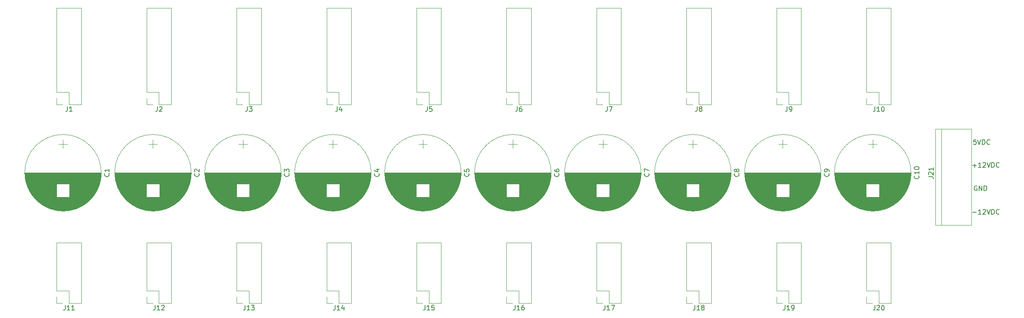
<source format=gbr>
G04 #@! TF.GenerationSoftware,KiCad,Pcbnew,9.0.0*
G04 #@! TF.CreationDate,2025-02-23T16:07:44-07:00*
G04 #@! TF.ProjectId,Power_Distribution_THT,506f7765-725f-4446-9973-747269627574,rev?*
G04 #@! TF.SameCoordinates,Original*
G04 #@! TF.FileFunction,Legend,Top*
G04 #@! TF.FilePolarity,Positive*
%FSLAX46Y46*%
G04 Gerber Fmt 4.6, Leading zero omitted, Abs format (unit mm)*
G04 Created by KiCad (PCBNEW 9.0.0) date 2025-02-23 16:07:44*
%MOMM*%
%LPD*%
G01*
G04 APERTURE LIST*
%ADD10C,0.150000*%
%ADD11C,0.120000*%
G04 APERTURE END LIST*
D10*
X204121095Y-40205866D02*
X204883000Y-40205866D01*
X204502047Y-40586819D02*
X204502047Y-39824914D01*
X205882999Y-40586819D02*
X205311571Y-40586819D01*
X205597285Y-40586819D02*
X205597285Y-39586819D01*
X205597285Y-39586819D02*
X205502047Y-39729676D01*
X205502047Y-39729676D02*
X205406809Y-39824914D01*
X205406809Y-39824914D02*
X205311571Y-39872533D01*
X206263952Y-39682057D02*
X206311571Y-39634438D01*
X206311571Y-39634438D02*
X206406809Y-39586819D01*
X206406809Y-39586819D02*
X206644904Y-39586819D01*
X206644904Y-39586819D02*
X206740142Y-39634438D01*
X206740142Y-39634438D02*
X206787761Y-39682057D01*
X206787761Y-39682057D02*
X206835380Y-39777295D01*
X206835380Y-39777295D02*
X206835380Y-39872533D01*
X206835380Y-39872533D02*
X206787761Y-40015390D01*
X206787761Y-40015390D02*
X206216333Y-40586819D01*
X206216333Y-40586819D02*
X206835380Y-40586819D01*
X207121095Y-39586819D02*
X207454428Y-40586819D01*
X207454428Y-40586819D02*
X207787761Y-39586819D01*
X208121095Y-40586819D02*
X208121095Y-39586819D01*
X208121095Y-39586819D02*
X208359190Y-39586819D01*
X208359190Y-39586819D02*
X208502047Y-39634438D01*
X208502047Y-39634438D02*
X208597285Y-39729676D01*
X208597285Y-39729676D02*
X208644904Y-39824914D01*
X208644904Y-39824914D02*
X208692523Y-40015390D01*
X208692523Y-40015390D02*
X208692523Y-40158247D01*
X208692523Y-40158247D02*
X208644904Y-40348723D01*
X208644904Y-40348723D02*
X208597285Y-40443961D01*
X208597285Y-40443961D02*
X208502047Y-40539200D01*
X208502047Y-40539200D02*
X208359190Y-40586819D01*
X208359190Y-40586819D02*
X208121095Y-40586819D01*
X209692523Y-40491580D02*
X209644904Y-40539200D01*
X209644904Y-40539200D02*
X209502047Y-40586819D01*
X209502047Y-40586819D02*
X209406809Y-40586819D01*
X209406809Y-40586819D02*
X209263952Y-40539200D01*
X209263952Y-40539200D02*
X209168714Y-40443961D01*
X209168714Y-40443961D02*
X209121095Y-40348723D01*
X209121095Y-40348723D02*
X209073476Y-40158247D01*
X209073476Y-40158247D02*
X209073476Y-40015390D01*
X209073476Y-40015390D02*
X209121095Y-39824914D01*
X209121095Y-39824914D02*
X209168714Y-39729676D01*
X209168714Y-39729676D02*
X209263952Y-39634438D01*
X209263952Y-39634438D02*
X209406809Y-39586819D01*
X209406809Y-39586819D02*
X209502047Y-39586819D01*
X209502047Y-39586819D02*
X209644904Y-39634438D01*
X209644904Y-39634438D02*
X209692523Y-39682057D01*
X204121095Y-50111866D02*
X204883000Y-50111866D01*
X205882999Y-50492819D02*
X205311571Y-50492819D01*
X205597285Y-50492819D02*
X205597285Y-49492819D01*
X205597285Y-49492819D02*
X205502047Y-49635676D01*
X205502047Y-49635676D02*
X205406809Y-49730914D01*
X205406809Y-49730914D02*
X205311571Y-49778533D01*
X206263952Y-49588057D02*
X206311571Y-49540438D01*
X206311571Y-49540438D02*
X206406809Y-49492819D01*
X206406809Y-49492819D02*
X206644904Y-49492819D01*
X206644904Y-49492819D02*
X206740142Y-49540438D01*
X206740142Y-49540438D02*
X206787761Y-49588057D01*
X206787761Y-49588057D02*
X206835380Y-49683295D01*
X206835380Y-49683295D02*
X206835380Y-49778533D01*
X206835380Y-49778533D02*
X206787761Y-49921390D01*
X206787761Y-49921390D02*
X206216333Y-50492819D01*
X206216333Y-50492819D02*
X206835380Y-50492819D01*
X207121095Y-49492819D02*
X207454428Y-50492819D01*
X207454428Y-50492819D02*
X207787761Y-49492819D01*
X208121095Y-50492819D02*
X208121095Y-49492819D01*
X208121095Y-49492819D02*
X208359190Y-49492819D01*
X208359190Y-49492819D02*
X208502047Y-49540438D01*
X208502047Y-49540438D02*
X208597285Y-49635676D01*
X208597285Y-49635676D02*
X208644904Y-49730914D01*
X208644904Y-49730914D02*
X208692523Y-49921390D01*
X208692523Y-49921390D02*
X208692523Y-50064247D01*
X208692523Y-50064247D02*
X208644904Y-50254723D01*
X208644904Y-50254723D02*
X208597285Y-50349961D01*
X208597285Y-50349961D02*
X208502047Y-50445200D01*
X208502047Y-50445200D02*
X208359190Y-50492819D01*
X208359190Y-50492819D02*
X208121095Y-50492819D01*
X209692523Y-50397580D02*
X209644904Y-50445200D01*
X209644904Y-50445200D02*
X209502047Y-50492819D01*
X209502047Y-50492819D02*
X209406809Y-50492819D01*
X209406809Y-50492819D02*
X209263952Y-50445200D01*
X209263952Y-50445200D02*
X209168714Y-50349961D01*
X209168714Y-50349961D02*
X209121095Y-50254723D01*
X209121095Y-50254723D02*
X209073476Y-50064247D01*
X209073476Y-50064247D02*
X209073476Y-49921390D01*
X209073476Y-49921390D02*
X209121095Y-49730914D01*
X209121095Y-49730914D02*
X209168714Y-49635676D01*
X209168714Y-49635676D02*
X209263952Y-49540438D01*
X209263952Y-49540438D02*
X209406809Y-49492819D01*
X209406809Y-49492819D02*
X209502047Y-49492819D01*
X209502047Y-49492819D02*
X209644904Y-49540438D01*
X209644904Y-49540438D02*
X209692523Y-49588057D01*
X204978095Y-44587438D02*
X204882857Y-44539819D01*
X204882857Y-44539819D02*
X204740000Y-44539819D01*
X204740000Y-44539819D02*
X204597143Y-44587438D01*
X204597143Y-44587438D02*
X204501905Y-44682676D01*
X204501905Y-44682676D02*
X204454286Y-44777914D01*
X204454286Y-44777914D02*
X204406667Y-44968390D01*
X204406667Y-44968390D02*
X204406667Y-45111247D01*
X204406667Y-45111247D02*
X204454286Y-45301723D01*
X204454286Y-45301723D02*
X204501905Y-45396961D01*
X204501905Y-45396961D02*
X204597143Y-45492200D01*
X204597143Y-45492200D02*
X204740000Y-45539819D01*
X204740000Y-45539819D02*
X204835238Y-45539819D01*
X204835238Y-45539819D02*
X204978095Y-45492200D01*
X204978095Y-45492200D02*
X205025714Y-45444580D01*
X205025714Y-45444580D02*
X205025714Y-45111247D01*
X205025714Y-45111247D02*
X204835238Y-45111247D01*
X205454286Y-45539819D02*
X205454286Y-44539819D01*
X205454286Y-44539819D02*
X206025714Y-45539819D01*
X206025714Y-45539819D02*
X206025714Y-44539819D01*
X206501905Y-45539819D02*
X206501905Y-44539819D01*
X206501905Y-44539819D02*
X206740000Y-44539819D01*
X206740000Y-44539819D02*
X206882857Y-44587438D01*
X206882857Y-44587438D02*
X206978095Y-44682676D01*
X206978095Y-44682676D02*
X207025714Y-44777914D01*
X207025714Y-44777914D02*
X207073333Y-44968390D01*
X207073333Y-44968390D02*
X207073333Y-45111247D01*
X207073333Y-45111247D02*
X207025714Y-45301723D01*
X207025714Y-45301723D02*
X206978095Y-45396961D01*
X206978095Y-45396961D02*
X206882857Y-45492200D01*
X206882857Y-45492200D02*
X206740000Y-45539819D01*
X206740000Y-45539819D02*
X206501905Y-45539819D01*
X204803523Y-34760819D02*
X204327333Y-34760819D01*
X204327333Y-34760819D02*
X204279714Y-35237009D01*
X204279714Y-35237009D02*
X204327333Y-35189390D01*
X204327333Y-35189390D02*
X204422571Y-35141771D01*
X204422571Y-35141771D02*
X204660666Y-35141771D01*
X204660666Y-35141771D02*
X204755904Y-35189390D01*
X204755904Y-35189390D02*
X204803523Y-35237009D01*
X204803523Y-35237009D02*
X204851142Y-35332247D01*
X204851142Y-35332247D02*
X204851142Y-35570342D01*
X204851142Y-35570342D02*
X204803523Y-35665580D01*
X204803523Y-35665580D02*
X204755904Y-35713200D01*
X204755904Y-35713200D02*
X204660666Y-35760819D01*
X204660666Y-35760819D02*
X204422571Y-35760819D01*
X204422571Y-35760819D02*
X204327333Y-35713200D01*
X204327333Y-35713200D02*
X204279714Y-35665580D01*
X205136857Y-34760819D02*
X205470190Y-35760819D01*
X205470190Y-35760819D02*
X205803523Y-34760819D01*
X206136857Y-35760819D02*
X206136857Y-34760819D01*
X206136857Y-34760819D02*
X206374952Y-34760819D01*
X206374952Y-34760819D02*
X206517809Y-34808438D01*
X206517809Y-34808438D02*
X206613047Y-34903676D01*
X206613047Y-34903676D02*
X206660666Y-34998914D01*
X206660666Y-34998914D02*
X206708285Y-35189390D01*
X206708285Y-35189390D02*
X206708285Y-35332247D01*
X206708285Y-35332247D02*
X206660666Y-35522723D01*
X206660666Y-35522723D02*
X206613047Y-35617961D01*
X206613047Y-35617961D02*
X206517809Y-35713200D01*
X206517809Y-35713200D02*
X206374952Y-35760819D01*
X206374952Y-35760819D02*
X206136857Y-35760819D01*
X207708285Y-35665580D02*
X207660666Y-35713200D01*
X207660666Y-35713200D02*
X207517809Y-35760819D01*
X207517809Y-35760819D02*
X207422571Y-35760819D01*
X207422571Y-35760819D02*
X207279714Y-35713200D01*
X207279714Y-35713200D02*
X207184476Y-35617961D01*
X207184476Y-35617961D02*
X207136857Y-35522723D01*
X207136857Y-35522723D02*
X207089238Y-35332247D01*
X207089238Y-35332247D02*
X207089238Y-35189390D01*
X207089238Y-35189390D02*
X207136857Y-34998914D01*
X207136857Y-34998914D02*
X207184476Y-34903676D01*
X207184476Y-34903676D02*
X207279714Y-34808438D01*
X207279714Y-34808438D02*
X207422571Y-34760819D01*
X207422571Y-34760819D02*
X207517809Y-34760819D01*
X207517809Y-34760819D02*
X207660666Y-34808438D01*
X207660666Y-34808438D02*
X207708285Y-34856057D01*
X12936666Y-27784819D02*
X12936666Y-28499104D01*
X12936666Y-28499104D02*
X12889047Y-28641961D01*
X12889047Y-28641961D02*
X12793809Y-28737200D01*
X12793809Y-28737200D02*
X12650952Y-28784819D01*
X12650952Y-28784819D02*
X12555714Y-28784819D01*
X13936666Y-28784819D02*
X13365238Y-28784819D01*
X13650952Y-28784819D02*
X13650952Y-27784819D01*
X13650952Y-27784819D02*
X13555714Y-27927676D01*
X13555714Y-27927676D02*
X13460476Y-28022914D01*
X13460476Y-28022914D02*
X13365238Y-28070533D01*
X31936666Y-27784819D02*
X31936666Y-28499104D01*
X31936666Y-28499104D02*
X31889047Y-28641961D01*
X31889047Y-28641961D02*
X31793809Y-28737200D01*
X31793809Y-28737200D02*
X31650952Y-28784819D01*
X31650952Y-28784819D02*
X31555714Y-28784819D01*
X32365238Y-27880057D02*
X32412857Y-27832438D01*
X32412857Y-27832438D02*
X32508095Y-27784819D01*
X32508095Y-27784819D02*
X32746190Y-27784819D01*
X32746190Y-27784819D02*
X32841428Y-27832438D01*
X32841428Y-27832438D02*
X32889047Y-27880057D01*
X32889047Y-27880057D02*
X32936666Y-27975295D01*
X32936666Y-27975295D02*
X32936666Y-28070533D01*
X32936666Y-28070533D02*
X32889047Y-28213390D01*
X32889047Y-28213390D02*
X32317619Y-28784819D01*
X32317619Y-28784819D02*
X32936666Y-28784819D01*
X50936666Y-27784819D02*
X50936666Y-28499104D01*
X50936666Y-28499104D02*
X50889047Y-28641961D01*
X50889047Y-28641961D02*
X50793809Y-28737200D01*
X50793809Y-28737200D02*
X50650952Y-28784819D01*
X50650952Y-28784819D02*
X50555714Y-28784819D01*
X51317619Y-27784819D02*
X51936666Y-27784819D01*
X51936666Y-27784819D02*
X51603333Y-28165771D01*
X51603333Y-28165771D02*
X51746190Y-28165771D01*
X51746190Y-28165771D02*
X51841428Y-28213390D01*
X51841428Y-28213390D02*
X51889047Y-28261009D01*
X51889047Y-28261009D02*
X51936666Y-28356247D01*
X51936666Y-28356247D02*
X51936666Y-28594342D01*
X51936666Y-28594342D02*
X51889047Y-28689580D01*
X51889047Y-28689580D02*
X51841428Y-28737200D01*
X51841428Y-28737200D02*
X51746190Y-28784819D01*
X51746190Y-28784819D02*
X51460476Y-28784819D01*
X51460476Y-28784819D02*
X51365238Y-28737200D01*
X51365238Y-28737200D02*
X51317619Y-28689580D01*
X69936666Y-27784819D02*
X69936666Y-28499104D01*
X69936666Y-28499104D02*
X69889047Y-28641961D01*
X69889047Y-28641961D02*
X69793809Y-28737200D01*
X69793809Y-28737200D02*
X69650952Y-28784819D01*
X69650952Y-28784819D02*
X69555714Y-28784819D01*
X70841428Y-28118152D02*
X70841428Y-28784819D01*
X70603333Y-27737200D02*
X70365238Y-28451485D01*
X70365238Y-28451485D02*
X70984285Y-28451485D01*
X88936666Y-27784819D02*
X88936666Y-28499104D01*
X88936666Y-28499104D02*
X88889047Y-28641961D01*
X88889047Y-28641961D02*
X88793809Y-28737200D01*
X88793809Y-28737200D02*
X88650952Y-28784819D01*
X88650952Y-28784819D02*
X88555714Y-28784819D01*
X89889047Y-27784819D02*
X89412857Y-27784819D01*
X89412857Y-27784819D02*
X89365238Y-28261009D01*
X89365238Y-28261009D02*
X89412857Y-28213390D01*
X89412857Y-28213390D02*
X89508095Y-28165771D01*
X89508095Y-28165771D02*
X89746190Y-28165771D01*
X89746190Y-28165771D02*
X89841428Y-28213390D01*
X89841428Y-28213390D02*
X89889047Y-28261009D01*
X89889047Y-28261009D02*
X89936666Y-28356247D01*
X89936666Y-28356247D02*
X89936666Y-28594342D01*
X89936666Y-28594342D02*
X89889047Y-28689580D01*
X89889047Y-28689580D02*
X89841428Y-28737200D01*
X89841428Y-28737200D02*
X89746190Y-28784819D01*
X89746190Y-28784819D02*
X89508095Y-28784819D01*
X89508095Y-28784819D02*
X89412857Y-28737200D01*
X89412857Y-28737200D02*
X89365238Y-28689580D01*
X107936666Y-27784819D02*
X107936666Y-28499104D01*
X107936666Y-28499104D02*
X107889047Y-28641961D01*
X107889047Y-28641961D02*
X107793809Y-28737200D01*
X107793809Y-28737200D02*
X107650952Y-28784819D01*
X107650952Y-28784819D02*
X107555714Y-28784819D01*
X108841428Y-27784819D02*
X108650952Y-27784819D01*
X108650952Y-27784819D02*
X108555714Y-27832438D01*
X108555714Y-27832438D02*
X108508095Y-27880057D01*
X108508095Y-27880057D02*
X108412857Y-28022914D01*
X108412857Y-28022914D02*
X108365238Y-28213390D01*
X108365238Y-28213390D02*
X108365238Y-28594342D01*
X108365238Y-28594342D02*
X108412857Y-28689580D01*
X108412857Y-28689580D02*
X108460476Y-28737200D01*
X108460476Y-28737200D02*
X108555714Y-28784819D01*
X108555714Y-28784819D02*
X108746190Y-28784819D01*
X108746190Y-28784819D02*
X108841428Y-28737200D01*
X108841428Y-28737200D02*
X108889047Y-28689580D01*
X108889047Y-28689580D02*
X108936666Y-28594342D01*
X108936666Y-28594342D02*
X108936666Y-28356247D01*
X108936666Y-28356247D02*
X108889047Y-28261009D01*
X108889047Y-28261009D02*
X108841428Y-28213390D01*
X108841428Y-28213390D02*
X108746190Y-28165771D01*
X108746190Y-28165771D02*
X108555714Y-28165771D01*
X108555714Y-28165771D02*
X108460476Y-28213390D01*
X108460476Y-28213390D02*
X108412857Y-28261009D01*
X108412857Y-28261009D02*
X108365238Y-28356247D01*
X126936666Y-27784819D02*
X126936666Y-28499104D01*
X126936666Y-28499104D02*
X126889047Y-28641961D01*
X126889047Y-28641961D02*
X126793809Y-28737200D01*
X126793809Y-28737200D02*
X126650952Y-28784819D01*
X126650952Y-28784819D02*
X126555714Y-28784819D01*
X127317619Y-27784819D02*
X127984285Y-27784819D01*
X127984285Y-27784819D02*
X127555714Y-28784819D01*
X145936666Y-27784819D02*
X145936666Y-28499104D01*
X145936666Y-28499104D02*
X145889047Y-28641961D01*
X145889047Y-28641961D02*
X145793809Y-28737200D01*
X145793809Y-28737200D02*
X145650952Y-28784819D01*
X145650952Y-28784819D02*
X145555714Y-28784819D01*
X146555714Y-28213390D02*
X146460476Y-28165771D01*
X146460476Y-28165771D02*
X146412857Y-28118152D01*
X146412857Y-28118152D02*
X146365238Y-28022914D01*
X146365238Y-28022914D02*
X146365238Y-27975295D01*
X146365238Y-27975295D02*
X146412857Y-27880057D01*
X146412857Y-27880057D02*
X146460476Y-27832438D01*
X146460476Y-27832438D02*
X146555714Y-27784819D01*
X146555714Y-27784819D02*
X146746190Y-27784819D01*
X146746190Y-27784819D02*
X146841428Y-27832438D01*
X146841428Y-27832438D02*
X146889047Y-27880057D01*
X146889047Y-27880057D02*
X146936666Y-27975295D01*
X146936666Y-27975295D02*
X146936666Y-28022914D01*
X146936666Y-28022914D02*
X146889047Y-28118152D01*
X146889047Y-28118152D02*
X146841428Y-28165771D01*
X146841428Y-28165771D02*
X146746190Y-28213390D01*
X146746190Y-28213390D02*
X146555714Y-28213390D01*
X146555714Y-28213390D02*
X146460476Y-28261009D01*
X146460476Y-28261009D02*
X146412857Y-28308628D01*
X146412857Y-28308628D02*
X146365238Y-28403866D01*
X146365238Y-28403866D02*
X146365238Y-28594342D01*
X146365238Y-28594342D02*
X146412857Y-28689580D01*
X146412857Y-28689580D02*
X146460476Y-28737200D01*
X146460476Y-28737200D02*
X146555714Y-28784819D01*
X146555714Y-28784819D02*
X146746190Y-28784819D01*
X146746190Y-28784819D02*
X146841428Y-28737200D01*
X146841428Y-28737200D02*
X146889047Y-28689580D01*
X146889047Y-28689580D02*
X146936666Y-28594342D01*
X146936666Y-28594342D02*
X146936666Y-28403866D01*
X146936666Y-28403866D02*
X146889047Y-28308628D01*
X146889047Y-28308628D02*
X146841428Y-28261009D01*
X146841428Y-28261009D02*
X146746190Y-28213390D01*
X164936666Y-27784819D02*
X164936666Y-28499104D01*
X164936666Y-28499104D02*
X164889047Y-28641961D01*
X164889047Y-28641961D02*
X164793809Y-28737200D01*
X164793809Y-28737200D02*
X164650952Y-28784819D01*
X164650952Y-28784819D02*
X164555714Y-28784819D01*
X165460476Y-28784819D02*
X165650952Y-28784819D01*
X165650952Y-28784819D02*
X165746190Y-28737200D01*
X165746190Y-28737200D02*
X165793809Y-28689580D01*
X165793809Y-28689580D02*
X165889047Y-28546723D01*
X165889047Y-28546723D02*
X165936666Y-28356247D01*
X165936666Y-28356247D02*
X165936666Y-27975295D01*
X165936666Y-27975295D02*
X165889047Y-27880057D01*
X165889047Y-27880057D02*
X165841428Y-27832438D01*
X165841428Y-27832438D02*
X165746190Y-27784819D01*
X165746190Y-27784819D02*
X165555714Y-27784819D01*
X165555714Y-27784819D02*
X165460476Y-27832438D01*
X165460476Y-27832438D02*
X165412857Y-27880057D01*
X165412857Y-27880057D02*
X165365238Y-27975295D01*
X165365238Y-27975295D02*
X165365238Y-28213390D01*
X165365238Y-28213390D02*
X165412857Y-28308628D01*
X165412857Y-28308628D02*
X165460476Y-28356247D01*
X165460476Y-28356247D02*
X165555714Y-28403866D01*
X165555714Y-28403866D02*
X165746190Y-28403866D01*
X165746190Y-28403866D02*
X165841428Y-28356247D01*
X165841428Y-28356247D02*
X165889047Y-28308628D01*
X165889047Y-28308628D02*
X165936666Y-28213390D01*
X183460476Y-27784819D02*
X183460476Y-28499104D01*
X183460476Y-28499104D02*
X183412857Y-28641961D01*
X183412857Y-28641961D02*
X183317619Y-28737200D01*
X183317619Y-28737200D02*
X183174762Y-28784819D01*
X183174762Y-28784819D02*
X183079524Y-28784819D01*
X184460476Y-28784819D02*
X183889048Y-28784819D01*
X184174762Y-28784819D02*
X184174762Y-27784819D01*
X184174762Y-27784819D02*
X184079524Y-27927676D01*
X184079524Y-27927676D02*
X183984286Y-28022914D01*
X183984286Y-28022914D02*
X183889048Y-28070533D01*
X185079524Y-27784819D02*
X185174762Y-27784819D01*
X185174762Y-27784819D02*
X185270000Y-27832438D01*
X185270000Y-27832438D02*
X185317619Y-27880057D01*
X185317619Y-27880057D02*
X185365238Y-27975295D01*
X185365238Y-27975295D02*
X185412857Y-28165771D01*
X185412857Y-28165771D02*
X185412857Y-28403866D01*
X185412857Y-28403866D02*
X185365238Y-28594342D01*
X185365238Y-28594342D02*
X185317619Y-28689580D01*
X185317619Y-28689580D02*
X185270000Y-28737200D01*
X185270000Y-28737200D02*
X185174762Y-28784819D01*
X185174762Y-28784819D02*
X185079524Y-28784819D01*
X185079524Y-28784819D02*
X184984286Y-28737200D01*
X184984286Y-28737200D02*
X184936667Y-28689580D01*
X184936667Y-28689580D02*
X184889048Y-28594342D01*
X184889048Y-28594342D02*
X184841429Y-28403866D01*
X184841429Y-28403866D02*
X184841429Y-28165771D01*
X184841429Y-28165771D02*
X184889048Y-27975295D01*
X184889048Y-27975295D02*
X184936667Y-27880057D01*
X184936667Y-27880057D02*
X184984286Y-27832438D01*
X184984286Y-27832438D02*
X185079524Y-27784819D01*
X164460476Y-69784819D02*
X164460476Y-70499104D01*
X164460476Y-70499104D02*
X164412857Y-70641961D01*
X164412857Y-70641961D02*
X164317619Y-70737200D01*
X164317619Y-70737200D02*
X164174762Y-70784819D01*
X164174762Y-70784819D02*
X164079524Y-70784819D01*
X165460476Y-70784819D02*
X164889048Y-70784819D01*
X165174762Y-70784819D02*
X165174762Y-69784819D01*
X165174762Y-69784819D02*
X165079524Y-69927676D01*
X165079524Y-69927676D02*
X164984286Y-70022914D01*
X164984286Y-70022914D02*
X164889048Y-70070533D01*
X165936667Y-70784819D02*
X166127143Y-70784819D01*
X166127143Y-70784819D02*
X166222381Y-70737200D01*
X166222381Y-70737200D02*
X166270000Y-70689580D01*
X166270000Y-70689580D02*
X166365238Y-70546723D01*
X166365238Y-70546723D02*
X166412857Y-70356247D01*
X166412857Y-70356247D02*
X166412857Y-69975295D01*
X166412857Y-69975295D02*
X166365238Y-69880057D01*
X166365238Y-69880057D02*
X166317619Y-69832438D01*
X166317619Y-69832438D02*
X166222381Y-69784819D01*
X166222381Y-69784819D02*
X166031905Y-69784819D01*
X166031905Y-69784819D02*
X165936667Y-69832438D01*
X165936667Y-69832438D02*
X165889048Y-69880057D01*
X165889048Y-69880057D02*
X165841429Y-69975295D01*
X165841429Y-69975295D02*
X165841429Y-70213390D01*
X165841429Y-70213390D02*
X165889048Y-70308628D01*
X165889048Y-70308628D02*
X165936667Y-70356247D01*
X165936667Y-70356247D02*
X166031905Y-70403866D01*
X166031905Y-70403866D02*
X166222381Y-70403866D01*
X166222381Y-70403866D02*
X166317619Y-70356247D01*
X166317619Y-70356247D02*
X166365238Y-70308628D01*
X166365238Y-70308628D02*
X166412857Y-70213390D01*
X183460476Y-69784819D02*
X183460476Y-70499104D01*
X183460476Y-70499104D02*
X183412857Y-70641961D01*
X183412857Y-70641961D02*
X183317619Y-70737200D01*
X183317619Y-70737200D02*
X183174762Y-70784819D01*
X183174762Y-70784819D02*
X183079524Y-70784819D01*
X183889048Y-69880057D02*
X183936667Y-69832438D01*
X183936667Y-69832438D02*
X184031905Y-69784819D01*
X184031905Y-69784819D02*
X184270000Y-69784819D01*
X184270000Y-69784819D02*
X184365238Y-69832438D01*
X184365238Y-69832438D02*
X184412857Y-69880057D01*
X184412857Y-69880057D02*
X184460476Y-69975295D01*
X184460476Y-69975295D02*
X184460476Y-70070533D01*
X184460476Y-70070533D02*
X184412857Y-70213390D01*
X184412857Y-70213390D02*
X183841429Y-70784819D01*
X183841429Y-70784819D02*
X184460476Y-70784819D01*
X185079524Y-69784819D02*
X185174762Y-69784819D01*
X185174762Y-69784819D02*
X185270000Y-69832438D01*
X185270000Y-69832438D02*
X185317619Y-69880057D01*
X185317619Y-69880057D02*
X185365238Y-69975295D01*
X185365238Y-69975295D02*
X185412857Y-70165771D01*
X185412857Y-70165771D02*
X185412857Y-70403866D01*
X185412857Y-70403866D02*
X185365238Y-70594342D01*
X185365238Y-70594342D02*
X185317619Y-70689580D01*
X185317619Y-70689580D02*
X185270000Y-70737200D01*
X185270000Y-70737200D02*
X185174762Y-70784819D01*
X185174762Y-70784819D02*
X185079524Y-70784819D01*
X185079524Y-70784819D02*
X184984286Y-70737200D01*
X184984286Y-70737200D02*
X184936667Y-70689580D01*
X184936667Y-70689580D02*
X184889048Y-70594342D01*
X184889048Y-70594342D02*
X184841429Y-70403866D01*
X184841429Y-70403866D02*
X184841429Y-70165771D01*
X184841429Y-70165771D02*
X184889048Y-69975295D01*
X184889048Y-69975295D02*
X184936667Y-69880057D01*
X184936667Y-69880057D02*
X184984286Y-69832438D01*
X184984286Y-69832438D02*
X185079524Y-69784819D01*
X145460476Y-69784819D02*
X145460476Y-70499104D01*
X145460476Y-70499104D02*
X145412857Y-70641961D01*
X145412857Y-70641961D02*
X145317619Y-70737200D01*
X145317619Y-70737200D02*
X145174762Y-70784819D01*
X145174762Y-70784819D02*
X145079524Y-70784819D01*
X146460476Y-70784819D02*
X145889048Y-70784819D01*
X146174762Y-70784819D02*
X146174762Y-69784819D01*
X146174762Y-69784819D02*
X146079524Y-69927676D01*
X146079524Y-69927676D02*
X145984286Y-70022914D01*
X145984286Y-70022914D02*
X145889048Y-70070533D01*
X147031905Y-70213390D02*
X146936667Y-70165771D01*
X146936667Y-70165771D02*
X146889048Y-70118152D01*
X146889048Y-70118152D02*
X146841429Y-70022914D01*
X146841429Y-70022914D02*
X146841429Y-69975295D01*
X146841429Y-69975295D02*
X146889048Y-69880057D01*
X146889048Y-69880057D02*
X146936667Y-69832438D01*
X146936667Y-69832438D02*
X147031905Y-69784819D01*
X147031905Y-69784819D02*
X147222381Y-69784819D01*
X147222381Y-69784819D02*
X147317619Y-69832438D01*
X147317619Y-69832438D02*
X147365238Y-69880057D01*
X147365238Y-69880057D02*
X147412857Y-69975295D01*
X147412857Y-69975295D02*
X147412857Y-70022914D01*
X147412857Y-70022914D02*
X147365238Y-70118152D01*
X147365238Y-70118152D02*
X147317619Y-70165771D01*
X147317619Y-70165771D02*
X147222381Y-70213390D01*
X147222381Y-70213390D02*
X147031905Y-70213390D01*
X147031905Y-70213390D02*
X146936667Y-70261009D01*
X146936667Y-70261009D02*
X146889048Y-70308628D01*
X146889048Y-70308628D02*
X146841429Y-70403866D01*
X146841429Y-70403866D02*
X146841429Y-70594342D01*
X146841429Y-70594342D02*
X146889048Y-70689580D01*
X146889048Y-70689580D02*
X146936667Y-70737200D01*
X146936667Y-70737200D02*
X147031905Y-70784819D01*
X147031905Y-70784819D02*
X147222381Y-70784819D01*
X147222381Y-70784819D02*
X147317619Y-70737200D01*
X147317619Y-70737200D02*
X147365238Y-70689580D01*
X147365238Y-70689580D02*
X147412857Y-70594342D01*
X147412857Y-70594342D02*
X147412857Y-70403866D01*
X147412857Y-70403866D02*
X147365238Y-70308628D01*
X147365238Y-70308628D02*
X147317619Y-70261009D01*
X147317619Y-70261009D02*
X147222381Y-70213390D01*
X107460476Y-69784819D02*
X107460476Y-70499104D01*
X107460476Y-70499104D02*
X107412857Y-70641961D01*
X107412857Y-70641961D02*
X107317619Y-70737200D01*
X107317619Y-70737200D02*
X107174762Y-70784819D01*
X107174762Y-70784819D02*
X107079524Y-70784819D01*
X108460476Y-70784819D02*
X107889048Y-70784819D01*
X108174762Y-70784819D02*
X108174762Y-69784819D01*
X108174762Y-69784819D02*
X108079524Y-69927676D01*
X108079524Y-69927676D02*
X107984286Y-70022914D01*
X107984286Y-70022914D02*
X107889048Y-70070533D01*
X109317619Y-69784819D02*
X109127143Y-69784819D01*
X109127143Y-69784819D02*
X109031905Y-69832438D01*
X109031905Y-69832438D02*
X108984286Y-69880057D01*
X108984286Y-69880057D02*
X108889048Y-70022914D01*
X108889048Y-70022914D02*
X108841429Y-70213390D01*
X108841429Y-70213390D02*
X108841429Y-70594342D01*
X108841429Y-70594342D02*
X108889048Y-70689580D01*
X108889048Y-70689580D02*
X108936667Y-70737200D01*
X108936667Y-70737200D02*
X109031905Y-70784819D01*
X109031905Y-70784819D02*
X109222381Y-70784819D01*
X109222381Y-70784819D02*
X109317619Y-70737200D01*
X109317619Y-70737200D02*
X109365238Y-70689580D01*
X109365238Y-70689580D02*
X109412857Y-70594342D01*
X109412857Y-70594342D02*
X109412857Y-70356247D01*
X109412857Y-70356247D02*
X109365238Y-70261009D01*
X109365238Y-70261009D02*
X109317619Y-70213390D01*
X109317619Y-70213390D02*
X109222381Y-70165771D01*
X109222381Y-70165771D02*
X109031905Y-70165771D01*
X109031905Y-70165771D02*
X108936667Y-70213390D01*
X108936667Y-70213390D02*
X108889048Y-70261009D01*
X108889048Y-70261009D02*
X108841429Y-70356247D01*
X12460476Y-69784819D02*
X12460476Y-70499104D01*
X12460476Y-70499104D02*
X12412857Y-70641961D01*
X12412857Y-70641961D02*
X12317619Y-70737200D01*
X12317619Y-70737200D02*
X12174762Y-70784819D01*
X12174762Y-70784819D02*
X12079524Y-70784819D01*
X13460476Y-70784819D02*
X12889048Y-70784819D01*
X13174762Y-70784819D02*
X13174762Y-69784819D01*
X13174762Y-69784819D02*
X13079524Y-69927676D01*
X13079524Y-69927676D02*
X12984286Y-70022914D01*
X12984286Y-70022914D02*
X12889048Y-70070533D01*
X14412857Y-70784819D02*
X13841429Y-70784819D01*
X14127143Y-70784819D02*
X14127143Y-69784819D01*
X14127143Y-69784819D02*
X14031905Y-69927676D01*
X14031905Y-69927676D02*
X13936667Y-70022914D01*
X13936667Y-70022914D02*
X13841429Y-70070533D01*
X50460476Y-69784819D02*
X50460476Y-70499104D01*
X50460476Y-70499104D02*
X50412857Y-70641961D01*
X50412857Y-70641961D02*
X50317619Y-70737200D01*
X50317619Y-70737200D02*
X50174762Y-70784819D01*
X50174762Y-70784819D02*
X50079524Y-70784819D01*
X51460476Y-70784819D02*
X50889048Y-70784819D01*
X51174762Y-70784819D02*
X51174762Y-69784819D01*
X51174762Y-69784819D02*
X51079524Y-69927676D01*
X51079524Y-69927676D02*
X50984286Y-70022914D01*
X50984286Y-70022914D02*
X50889048Y-70070533D01*
X51793810Y-69784819D02*
X52412857Y-69784819D01*
X52412857Y-69784819D02*
X52079524Y-70165771D01*
X52079524Y-70165771D02*
X52222381Y-70165771D01*
X52222381Y-70165771D02*
X52317619Y-70213390D01*
X52317619Y-70213390D02*
X52365238Y-70261009D01*
X52365238Y-70261009D02*
X52412857Y-70356247D01*
X52412857Y-70356247D02*
X52412857Y-70594342D01*
X52412857Y-70594342D02*
X52365238Y-70689580D01*
X52365238Y-70689580D02*
X52317619Y-70737200D01*
X52317619Y-70737200D02*
X52222381Y-70784819D01*
X52222381Y-70784819D02*
X51936667Y-70784819D01*
X51936667Y-70784819D02*
X51841429Y-70737200D01*
X51841429Y-70737200D02*
X51793810Y-70689580D01*
X69460476Y-69784819D02*
X69460476Y-70499104D01*
X69460476Y-70499104D02*
X69412857Y-70641961D01*
X69412857Y-70641961D02*
X69317619Y-70737200D01*
X69317619Y-70737200D02*
X69174762Y-70784819D01*
X69174762Y-70784819D02*
X69079524Y-70784819D01*
X70460476Y-70784819D02*
X69889048Y-70784819D01*
X70174762Y-70784819D02*
X70174762Y-69784819D01*
X70174762Y-69784819D02*
X70079524Y-69927676D01*
X70079524Y-69927676D02*
X69984286Y-70022914D01*
X69984286Y-70022914D02*
X69889048Y-70070533D01*
X71317619Y-70118152D02*
X71317619Y-70784819D01*
X71079524Y-69737200D02*
X70841429Y-70451485D01*
X70841429Y-70451485D02*
X71460476Y-70451485D01*
X88460476Y-69784819D02*
X88460476Y-70499104D01*
X88460476Y-70499104D02*
X88412857Y-70641961D01*
X88412857Y-70641961D02*
X88317619Y-70737200D01*
X88317619Y-70737200D02*
X88174762Y-70784819D01*
X88174762Y-70784819D02*
X88079524Y-70784819D01*
X89460476Y-70784819D02*
X88889048Y-70784819D01*
X89174762Y-70784819D02*
X89174762Y-69784819D01*
X89174762Y-69784819D02*
X89079524Y-69927676D01*
X89079524Y-69927676D02*
X88984286Y-70022914D01*
X88984286Y-70022914D02*
X88889048Y-70070533D01*
X90365238Y-69784819D02*
X89889048Y-69784819D01*
X89889048Y-69784819D02*
X89841429Y-70261009D01*
X89841429Y-70261009D02*
X89889048Y-70213390D01*
X89889048Y-70213390D02*
X89984286Y-70165771D01*
X89984286Y-70165771D02*
X90222381Y-70165771D01*
X90222381Y-70165771D02*
X90317619Y-70213390D01*
X90317619Y-70213390D02*
X90365238Y-70261009D01*
X90365238Y-70261009D02*
X90412857Y-70356247D01*
X90412857Y-70356247D02*
X90412857Y-70594342D01*
X90412857Y-70594342D02*
X90365238Y-70689580D01*
X90365238Y-70689580D02*
X90317619Y-70737200D01*
X90317619Y-70737200D02*
X90222381Y-70784819D01*
X90222381Y-70784819D02*
X89984286Y-70784819D01*
X89984286Y-70784819D02*
X89889048Y-70737200D01*
X89889048Y-70737200D02*
X89841429Y-70689580D01*
X31460476Y-69784819D02*
X31460476Y-70499104D01*
X31460476Y-70499104D02*
X31412857Y-70641961D01*
X31412857Y-70641961D02*
X31317619Y-70737200D01*
X31317619Y-70737200D02*
X31174762Y-70784819D01*
X31174762Y-70784819D02*
X31079524Y-70784819D01*
X32460476Y-70784819D02*
X31889048Y-70784819D01*
X32174762Y-70784819D02*
X32174762Y-69784819D01*
X32174762Y-69784819D02*
X32079524Y-69927676D01*
X32079524Y-69927676D02*
X31984286Y-70022914D01*
X31984286Y-70022914D02*
X31889048Y-70070533D01*
X32841429Y-69880057D02*
X32889048Y-69832438D01*
X32889048Y-69832438D02*
X32984286Y-69784819D01*
X32984286Y-69784819D02*
X33222381Y-69784819D01*
X33222381Y-69784819D02*
X33317619Y-69832438D01*
X33317619Y-69832438D02*
X33365238Y-69880057D01*
X33365238Y-69880057D02*
X33412857Y-69975295D01*
X33412857Y-69975295D02*
X33412857Y-70070533D01*
X33412857Y-70070533D02*
X33365238Y-70213390D01*
X33365238Y-70213390D02*
X32793810Y-70784819D01*
X32793810Y-70784819D02*
X33412857Y-70784819D01*
X126460476Y-69784819D02*
X126460476Y-70499104D01*
X126460476Y-70499104D02*
X126412857Y-70641961D01*
X126412857Y-70641961D02*
X126317619Y-70737200D01*
X126317619Y-70737200D02*
X126174762Y-70784819D01*
X126174762Y-70784819D02*
X126079524Y-70784819D01*
X127460476Y-70784819D02*
X126889048Y-70784819D01*
X127174762Y-70784819D02*
X127174762Y-69784819D01*
X127174762Y-69784819D02*
X127079524Y-69927676D01*
X127079524Y-69927676D02*
X126984286Y-70022914D01*
X126984286Y-70022914D02*
X126889048Y-70070533D01*
X127793810Y-69784819D02*
X128460476Y-69784819D01*
X128460476Y-69784819D02*
X128031905Y-70784819D01*
X21669580Y-41916666D02*
X21717200Y-41964285D01*
X21717200Y-41964285D02*
X21764819Y-42107142D01*
X21764819Y-42107142D02*
X21764819Y-42202380D01*
X21764819Y-42202380D02*
X21717200Y-42345237D01*
X21717200Y-42345237D02*
X21621961Y-42440475D01*
X21621961Y-42440475D02*
X21526723Y-42488094D01*
X21526723Y-42488094D02*
X21336247Y-42535713D01*
X21336247Y-42535713D02*
X21193390Y-42535713D01*
X21193390Y-42535713D02*
X21002914Y-42488094D01*
X21002914Y-42488094D02*
X20907676Y-42440475D01*
X20907676Y-42440475D02*
X20812438Y-42345237D01*
X20812438Y-42345237D02*
X20764819Y-42202380D01*
X20764819Y-42202380D02*
X20764819Y-42107142D01*
X20764819Y-42107142D02*
X20812438Y-41964285D01*
X20812438Y-41964285D02*
X20860057Y-41916666D01*
X21764819Y-40964285D02*
X21764819Y-41535713D01*
X21764819Y-41249999D02*
X20764819Y-41249999D01*
X20764819Y-41249999D02*
X20907676Y-41345237D01*
X20907676Y-41345237D02*
X21002914Y-41440475D01*
X21002914Y-41440475D02*
X21050533Y-41535713D01*
X40669580Y-41916666D02*
X40717200Y-41964285D01*
X40717200Y-41964285D02*
X40764819Y-42107142D01*
X40764819Y-42107142D02*
X40764819Y-42202380D01*
X40764819Y-42202380D02*
X40717200Y-42345237D01*
X40717200Y-42345237D02*
X40621961Y-42440475D01*
X40621961Y-42440475D02*
X40526723Y-42488094D01*
X40526723Y-42488094D02*
X40336247Y-42535713D01*
X40336247Y-42535713D02*
X40193390Y-42535713D01*
X40193390Y-42535713D02*
X40002914Y-42488094D01*
X40002914Y-42488094D02*
X39907676Y-42440475D01*
X39907676Y-42440475D02*
X39812438Y-42345237D01*
X39812438Y-42345237D02*
X39764819Y-42202380D01*
X39764819Y-42202380D02*
X39764819Y-42107142D01*
X39764819Y-42107142D02*
X39812438Y-41964285D01*
X39812438Y-41964285D02*
X39860057Y-41916666D01*
X39860057Y-41535713D02*
X39812438Y-41488094D01*
X39812438Y-41488094D02*
X39764819Y-41392856D01*
X39764819Y-41392856D02*
X39764819Y-41154761D01*
X39764819Y-41154761D02*
X39812438Y-41059523D01*
X39812438Y-41059523D02*
X39860057Y-41011904D01*
X39860057Y-41011904D02*
X39955295Y-40964285D01*
X39955295Y-40964285D02*
X40050533Y-40964285D01*
X40050533Y-40964285D02*
X40193390Y-41011904D01*
X40193390Y-41011904D02*
X40764819Y-41583332D01*
X40764819Y-41583332D02*
X40764819Y-40964285D01*
X78669580Y-41916666D02*
X78717200Y-41964285D01*
X78717200Y-41964285D02*
X78764819Y-42107142D01*
X78764819Y-42107142D02*
X78764819Y-42202380D01*
X78764819Y-42202380D02*
X78717200Y-42345237D01*
X78717200Y-42345237D02*
X78621961Y-42440475D01*
X78621961Y-42440475D02*
X78526723Y-42488094D01*
X78526723Y-42488094D02*
X78336247Y-42535713D01*
X78336247Y-42535713D02*
X78193390Y-42535713D01*
X78193390Y-42535713D02*
X78002914Y-42488094D01*
X78002914Y-42488094D02*
X77907676Y-42440475D01*
X77907676Y-42440475D02*
X77812438Y-42345237D01*
X77812438Y-42345237D02*
X77764819Y-42202380D01*
X77764819Y-42202380D02*
X77764819Y-42107142D01*
X77764819Y-42107142D02*
X77812438Y-41964285D01*
X77812438Y-41964285D02*
X77860057Y-41916666D01*
X78098152Y-41059523D02*
X78764819Y-41059523D01*
X77717200Y-41297618D02*
X78431485Y-41535713D01*
X78431485Y-41535713D02*
X78431485Y-40916666D01*
X154669580Y-41916666D02*
X154717200Y-41964285D01*
X154717200Y-41964285D02*
X154764819Y-42107142D01*
X154764819Y-42107142D02*
X154764819Y-42202380D01*
X154764819Y-42202380D02*
X154717200Y-42345237D01*
X154717200Y-42345237D02*
X154621961Y-42440475D01*
X154621961Y-42440475D02*
X154526723Y-42488094D01*
X154526723Y-42488094D02*
X154336247Y-42535713D01*
X154336247Y-42535713D02*
X154193390Y-42535713D01*
X154193390Y-42535713D02*
X154002914Y-42488094D01*
X154002914Y-42488094D02*
X153907676Y-42440475D01*
X153907676Y-42440475D02*
X153812438Y-42345237D01*
X153812438Y-42345237D02*
X153764819Y-42202380D01*
X153764819Y-42202380D02*
X153764819Y-42107142D01*
X153764819Y-42107142D02*
X153812438Y-41964285D01*
X153812438Y-41964285D02*
X153860057Y-41916666D01*
X154193390Y-41345237D02*
X154145771Y-41440475D01*
X154145771Y-41440475D02*
X154098152Y-41488094D01*
X154098152Y-41488094D02*
X154002914Y-41535713D01*
X154002914Y-41535713D02*
X153955295Y-41535713D01*
X153955295Y-41535713D02*
X153860057Y-41488094D01*
X153860057Y-41488094D02*
X153812438Y-41440475D01*
X153812438Y-41440475D02*
X153764819Y-41345237D01*
X153764819Y-41345237D02*
X153764819Y-41154761D01*
X153764819Y-41154761D02*
X153812438Y-41059523D01*
X153812438Y-41059523D02*
X153860057Y-41011904D01*
X153860057Y-41011904D02*
X153955295Y-40964285D01*
X153955295Y-40964285D02*
X154002914Y-40964285D01*
X154002914Y-40964285D02*
X154098152Y-41011904D01*
X154098152Y-41011904D02*
X154145771Y-41059523D01*
X154145771Y-41059523D02*
X154193390Y-41154761D01*
X154193390Y-41154761D02*
X154193390Y-41345237D01*
X154193390Y-41345237D02*
X154241009Y-41440475D01*
X154241009Y-41440475D02*
X154288628Y-41488094D01*
X154288628Y-41488094D02*
X154383866Y-41535713D01*
X154383866Y-41535713D02*
X154574342Y-41535713D01*
X154574342Y-41535713D02*
X154669580Y-41488094D01*
X154669580Y-41488094D02*
X154717200Y-41440475D01*
X154717200Y-41440475D02*
X154764819Y-41345237D01*
X154764819Y-41345237D02*
X154764819Y-41154761D01*
X154764819Y-41154761D02*
X154717200Y-41059523D01*
X154717200Y-41059523D02*
X154669580Y-41011904D01*
X154669580Y-41011904D02*
X154574342Y-40964285D01*
X154574342Y-40964285D02*
X154383866Y-40964285D01*
X154383866Y-40964285D02*
X154288628Y-41011904D01*
X154288628Y-41011904D02*
X154241009Y-41059523D01*
X154241009Y-41059523D02*
X154193390Y-41154761D01*
X97669580Y-41916666D02*
X97717200Y-41964285D01*
X97717200Y-41964285D02*
X97764819Y-42107142D01*
X97764819Y-42107142D02*
X97764819Y-42202380D01*
X97764819Y-42202380D02*
X97717200Y-42345237D01*
X97717200Y-42345237D02*
X97621961Y-42440475D01*
X97621961Y-42440475D02*
X97526723Y-42488094D01*
X97526723Y-42488094D02*
X97336247Y-42535713D01*
X97336247Y-42535713D02*
X97193390Y-42535713D01*
X97193390Y-42535713D02*
X97002914Y-42488094D01*
X97002914Y-42488094D02*
X96907676Y-42440475D01*
X96907676Y-42440475D02*
X96812438Y-42345237D01*
X96812438Y-42345237D02*
X96764819Y-42202380D01*
X96764819Y-42202380D02*
X96764819Y-42107142D01*
X96764819Y-42107142D02*
X96812438Y-41964285D01*
X96812438Y-41964285D02*
X96860057Y-41916666D01*
X96764819Y-41011904D02*
X96764819Y-41488094D01*
X96764819Y-41488094D02*
X97241009Y-41535713D01*
X97241009Y-41535713D02*
X97193390Y-41488094D01*
X97193390Y-41488094D02*
X97145771Y-41392856D01*
X97145771Y-41392856D02*
X97145771Y-41154761D01*
X97145771Y-41154761D02*
X97193390Y-41059523D01*
X97193390Y-41059523D02*
X97241009Y-41011904D01*
X97241009Y-41011904D02*
X97336247Y-40964285D01*
X97336247Y-40964285D02*
X97574342Y-40964285D01*
X97574342Y-40964285D02*
X97669580Y-41011904D01*
X97669580Y-41011904D02*
X97717200Y-41059523D01*
X97717200Y-41059523D02*
X97764819Y-41154761D01*
X97764819Y-41154761D02*
X97764819Y-41392856D01*
X97764819Y-41392856D02*
X97717200Y-41488094D01*
X97717200Y-41488094D02*
X97669580Y-41535713D01*
X173669580Y-41916666D02*
X173717200Y-41964285D01*
X173717200Y-41964285D02*
X173764819Y-42107142D01*
X173764819Y-42107142D02*
X173764819Y-42202380D01*
X173764819Y-42202380D02*
X173717200Y-42345237D01*
X173717200Y-42345237D02*
X173621961Y-42440475D01*
X173621961Y-42440475D02*
X173526723Y-42488094D01*
X173526723Y-42488094D02*
X173336247Y-42535713D01*
X173336247Y-42535713D02*
X173193390Y-42535713D01*
X173193390Y-42535713D02*
X173002914Y-42488094D01*
X173002914Y-42488094D02*
X172907676Y-42440475D01*
X172907676Y-42440475D02*
X172812438Y-42345237D01*
X172812438Y-42345237D02*
X172764819Y-42202380D01*
X172764819Y-42202380D02*
X172764819Y-42107142D01*
X172764819Y-42107142D02*
X172812438Y-41964285D01*
X172812438Y-41964285D02*
X172860057Y-41916666D01*
X173764819Y-41440475D02*
X173764819Y-41249999D01*
X173764819Y-41249999D02*
X173717200Y-41154761D01*
X173717200Y-41154761D02*
X173669580Y-41107142D01*
X173669580Y-41107142D02*
X173526723Y-41011904D01*
X173526723Y-41011904D02*
X173336247Y-40964285D01*
X173336247Y-40964285D02*
X172955295Y-40964285D01*
X172955295Y-40964285D02*
X172860057Y-41011904D01*
X172860057Y-41011904D02*
X172812438Y-41059523D01*
X172812438Y-41059523D02*
X172764819Y-41154761D01*
X172764819Y-41154761D02*
X172764819Y-41345237D01*
X172764819Y-41345237D02*
X172812438Y-41440475D01*
X172812438Y-41440475D02*
X172860057Y-41488094D01*
X172860057Y-41488094D02*
X172955295Y-41535713D01*
X172955295Y-41535713D02*
X173193390Y-41535713D01*
X173193390Y-41535713D02*
X173288628Y-41488094D01*
X173288628Y-41488094D02*
X173336247Y-41440475D01*
X173336247Y-41440475D02*
X173383866Y-41345237D01*
X173383866Y-41345237D02*
X173383866Y-41154761D01*
X173383866Y-41154761D02*
X173336247Y-41059523D01*
X173336247Y-41059523D02*
X173288628Y-41011904D01*
X173288628Y-41011904D02*
X173193390Y-40964285D01*
X194780819Y-42592523D02*
X195495104Y-42592523D01*
X195495104Y-42592523D02*
X195637961Y-42640142D01*
X195637961Y-42640142D02*
X195733200Y-42735380D01*
X195733200Y-42735380D02*
X195780819Y-42878237D01*
X195780819Y-42878237D02*
X195780819Y-42973475D01*
X194876057Y-42163951D02*
X194828438Y-42116332D01*
X194828438Y-42116332D02*
X194780819Y-42021094D01*
X194780819Y-42021094D02*
X194780819Y-41782999D01*
X194780819Y-41782999D02*
X194828438Y-41687761D01*
X194828438Y-41687761D02*
X194876057Y-41640142D01*
X194876057Y-41640142D02*
X194971295Y-41592523D01*
X194971295Y-41592523D02*
X195066533Y-41592523D01*
X195066533Y-41592523D02*
X195209390Y-41640142D01*
X195209390Y-41640142D02*
X195780819Y-42211570D01*
X195780819Y-42211570D02*
X195780819Y-41592523D01*
X195780819Y-40640142D02*
X195780819Y-41211570D01*
X195780819Y-40925856D02*
X194780819Y-40925856D01*
X194780819Y-40925856D02*
X194923676Y-41021094D01*
X194923676Y-41021094D02*
X195018914Y-41116332D01*
X195018914Y-41116332D02*
X195066533Y-41211570D01*
X59669580Y-41916666D02*
X59717200Y-41964285D01*
X59717200Y-41964285D02*
X59764819Y-42107142D01*
X59764819Y-42107142D02*
X59764819Y-42202380D01*
X59764819Y-42202380D02*
X59717200Y-42345237D01*
X59717200Y-42345237D02*
X59621961Y-42440475D01*
X59621961Y-42440475D02*
X59526723Y-42488094D01*
X59526723Y-42488094D02*
X59336247Y-42535713D01*
X59336247Y-42535713D02*
X59193390Y-42535713D01*
X59193390Y-42535713D02*
X59002914Y-42488094D01*
X59002914Y-42488094D02*
X58907676Y-42440475D01*
X58907676Y-42440475D02*
X58812438Y-42345237D01*
X58812438Y-42345237D02*
X58764819Y-42202380D01*
X58764819Y-42202380D02*
X58764819Y-42107142D01*
X58764819Y-42107142D02*
X58812438Y-41964285D01*
X58812438Y-41964285D02*
X58860057Y-41916666D01*
X58764819Y-41583332D02*
X58764819Y-40964285D01*
X58764819Y-40964285D02*
X59145771Y-41297618D01*
X59145771Y-41297618D02*
X59145771Y-41154761D01*
X59145771Y-41154761D02*
X59193390Y-41059523D01*
X59193390Y-41059523D02*
X59241009Y-41011904D01*
X59241009Y-41011904D02*
X59336247Y-40964285D01*
X59336247Y-40964285D02*
X59574342Y-40964285D01*
X59574342Y-40964285D02*
X59669580Y-41011904D01*
X59669580Y-41011904D02*
X59717200Y-41059523D01*
X59717200Y-41059523D02*
X59764819Y-41154761D01*
X59764819Y-41154761D02*
X59764819Y-41440475D01*
X59764819Y-41440475D02*
X59717200Y-41535713D01*
X59717200Y-41535713D02*
X59669580Y-41583332D01*
X192669580Y-42392857D02*
X192717200Y-42440476D01*
X192717200Y-42440476D02*
X192764819Y-42583333D01*
X192764819Y-42583333D02*
X192764819Y-42678571D01*
X192764819Y-42678571D02*
X192717200Y-42821428D01*
X192717200Y-42821428D02*
X192621961Y-42916666D01*
X192621961Y-42916666D02*
X192526723Y-42964285D01*
X192526723Y-42964285D02*
X192336247Y-43011904D01*
X192336247Y-43011904D02*
X192193390Y-43011904D01*
X192193390Y-43011904D02*
X192002914Y-42964285D01*
X192002914Y-42964285D02*
X191907676Y-42916666D01*
X191907676Y-42916666D02*
X191812438Y-42821428D01*
X191812438Y-42821428D02*
X191764819Y-42678571D01*
X191764819Y-42678571D02*
X191764819Y-42583333D01*
X191764819Y-42583333D02*
X191812438Y-42440476D01*
X191812438Y-42440476D02*
X191860057Y-42392857D01*
X192764819Y-41440476D02*
X192764819Y-42011904D01*
X192764819Y-41726190D02*
X191764819Y-41726190D01*
X191764819Y-41726190D02*
X191907676Y-41821428D01*
X191907676Y-41821428D02*
X192002914Y-41916666D01*
X192002914Y-41916666D02*
X192050533Y-42011904D01*
X191764819Y-40821428D02*
X191764819Y-40726190D01*
X191764819Y-40726190D02*
X191812438Y-40630952D01*
X191812438Y-40630952D02*
X191860057Y-40583333D01*
X191860057Y-40583333D02*
X191955295Y-40535714D01*
X191955295Y-40535714D02*
X192145771Y-40488095D01*
X192145771Y-40488095D02*
X192383866Y-40488095D01*
X192383866Y-40488095D02*
X192574342Y-40535714D01*
X192574342Y-40535714D02*
X192669580Y-40583333D01*
X192669580Y-40583333D02*
X192717200Y-40630952D01*
X192717200Y-40630952D02*
X192764819Y-40726190D01*
X192764819Y-40726190D02*
X192764819Y-40821428D01*
X192764819Y-40821428D02*
X192717200Y-40916666D01*
X192717200Y-40916666D02*
X192669580Y-40964285D01*
X192669580Y-40964285D02*
X192574342Y-41011904D01*
X192574342Y-41011904D02*
X192383866Y-41059523D01*
X192383866Y-41059523D02*
X192145771Y-41059523D01*
X192145771Y-41059523D02*
X191955295Y-41011904D01*
X191955295Y-41011904D02*
X191860057Y-40964285D01*
X191860057Y-40964285D02*
X191812438Y-40916666D01*
X191812438Y-40916666D02*
X191764819Y-40821428D01*
X116669580Y-41916666D02*
X116717200Y-41964285D01*
X116717200Y-41964285D02*
X116764819Y-42107142D01*
X116764819Y-42107142D02*
X116764819Y-42202380D01*
X116764819Y-42202380D02*
X116717200Y-42345237D01*
X116717200Y-42345237D02*
X116621961Y-42440475D01*
X116621961Y-42440475D02*
X116526723Y-42488094D01*
X116526723Y-42488094D02*
X116336247Y-42535713D01*
X116336247Y-42535713D02*
X116193390Y-42535713D01*
X116193390Y-42535713D02*
X116002914Y-42488094D01*
X116002914Y-42488094D02*
X115907676Y-42440475D01*
X115907676Y-42440475D02*
X115812438Y-42345237D01*
X115812438Y-42345237D02*
X115764819Y-42202380D01*
X115764819Y-42202380D02*
X115764819Y-42107142D01*
X115764819Y-42107142D02*
X115812438Y-41964285D01*
X115812438Y-41964285D02*
X115860057Y-41916666D01*
X115764819Y-41059523D02*
X115764819Y-41249999D01*
X115764819Y-41249999D02*
X115812438Y-41345237D01*
X115812438Y-41345237D02*
X115860057Y-41392856D01*
X115860057Y-41392856D02*
X116002914Y-41488094D01*
X116002914Y-41488094D02*
X116193390Y-41535713D01*
X116193390Y-41535713D02*
X116574342Y-41535713D01*
X116574342Y-41535713D02*
X116669580Y-41488094D01*
X116669580Y-41488094D02*
X116717200Y-41440475D01*
X116717200Y-41440475D02*
X116764819Y-41345237D01*
X116764819Y-41345237D02*
X116764819Y-41154761D01*
X116764819Y-41154761D02*
X116717200Y-41059523D01*
X116717200Y-41059523D02*
X116669580Y-41011904D01*
X116669580Y-41011904D02*
X116574342Y-40964285D01*
X116574342Y-40964285D02*
X116336247Y-40964285D01*
X116336247Y-40964285D02*
X116241009Y-41011904D01*
X116241009Y-41011904D02*
X116193390Y-41059523D01*
X116193390Y-41059523D02*
X116145771Y-41154761D01*
X116145771Y-41154761D02*
X116145771Y-41345237D01*
X116145771Y-41345237D02*
X116193390Y-41440475D01*
X116193390Y-41440475D02*
X116241009Y-41488094D01*
X116241009Y-41488094D02*
X116336247Y-41535713D01*
X135669580Y-41916666D02*
X135717200Y-41964285D01*
X135717200Y-41964285D02*
X135764819Y-42107142D01*
X135764819Y-42107142D02*
X135764819Y-42202380D01*
X135764819Y-42202380D02*
X135717200Y-42345237D01*
X135717200Y-42345237D02*
X135621961Y-42440475D01*
X135621961Y-42440475D02*
X135526723Y-42488094D01*
X135526723Y-42488094D02*
X135336247Y-42535713D01*
X135336247Y-42535713D02*
X135193390Y-42535713D01*
X135193390Y-42535713D02*
X135002914Y-42488094D01*
X135002914Y-42488094D02*
X134907676Y-42440475D01*
X134907676Y-42440475D02*
X134812438Y-42345237D01*
X134812438Y-42345237D02*
X134764819Y-42202380D01*
X134764819Y-42202380D02*
X134764819Y-42107142D01*
X134764819Y-42107142D02*
X134812438Y-41964285D01*
X134812438Y-41964285D02*
X134860057Y-41916666D01*
X134764819Y-41583332D02*
X134764819Y-40916666D01*
X134764819Y-40916666D02*
X135764819Y-41345237D01*
D11*
X10670000Y-6890000D02*
X15870000Y-6890000D01*
X10670000Y-24730000D02*
X10670000Y-6890000D01*
X10670000Y-26000000D02*
X10670000Y-27330000D01*
X10670000Y-27330000D02*
X11940000Y-27330000D01*
X13270000Y-24730000D02*
X10670000Y-24730000D01*
X13270000Y-27330000D02*
X13270000Y-24730000D01*
X15870000Y-6890000D02*
X15870000Y-27330000D01*
X15870000Y-27330000D02*
X13270000Y-27330000D01*
X29670000Y-6890000D02*
X34870000Y-6890000D01*
X29670000Y-24730000D02*
X29670000Y-6890000D01*
X29670000Y-26000000D02*
X29670000Y-27330000D01*
X29670000Y-27330000D02*
X30940000Y-27330000D01*
X32270000Y-24730000D02*
X29670000Y-24730000D01*
X32270000Y-27330000D02*
X32270000Y-24730000D01*
X34870000Y-6890000D02*
X34870000Y-27330000D01*
X34870000Y-27330000D02*
X32270000Y-27330000D01*
X48670000Y-6890000D02*
X53870000Y-6890000D01*
X48670000Y-24730000D02*
X48670000Y-6890000D01*
X48670000Y-26000000D02*
X48670000Y-27330000D01*
X48670000Y-27330000D02*
X49940000Y-27330000D01*
X51270000Y-24730000D02*
X48670000Y-24730000D01*
X51270000Y-27330000D02*
X51270000Y-24730000D01*
X53870000Y-6890000D02*
X53870000Y-27330000D01*
X53870000Y-27330000D02*
X51270000Y-27330000D01*
X67670000Y-6890000D02*
X72870000Y-6890000D01*
X67670000Y-24730000D02*
X67670000Y-6890000D01*
X67670000Y-26000000D02*
X67670000Y-27330000D01*
X67670000Y-27330000D02*
X68940000Y-27330000D01*
X70270000Y-24730000D02*
X67670000Y-24730000D01*
X70270000Y-27330000D02*
X70270000Y-24730000D01*
X72870000Y-6890000D02*
X72870000Y-27330000D01*
X72870000Y-27330000D02*
X70270000Y-27330000D01*
X86670000Y-6890000D02*
X91870000Y-6890000D01*
X86670000Y-24730000D02*
X86670000Y-6890000D01*
X86670000Y-26000000D02*
X86670000Y-27330000D01*
X86670000Y-27330000D02*
X87940000Y-27330000D01*
X89270000Y-24730000D02*
X86670000Y-24730000D01*
X89270000Y-27330000D02*
X89270000Y-24730000D01*
X91870000Y-6890000D02*
X91870000Y-27330000D01*
X91870000Y-27330000D02*
X89270000Y-27330000D01*
X105670000Y-6890000D02*
X110870000Y-6890000D01*
X105670000Y-24730000D02*
X105670000Y-6890000D01*
X105670000Y-26000000D02*
X105670000Y-27330000D01*
X105670000Y-27330000D02*
X106940000Y-27330000D01*
X108270000Y-24730000D02*
X105670000Y-24730000D01*
X108270000Y-27330000D02*
X108270000Y-24730000D01*
X110870000Y-6890000D02*
X110870000Y-27330000D01*
X110870000Y-27330000D02*
X108270000Y-27330000D01*
X124670000Y-6890000D02*
X129870000Y-6890000D01*
X124670000Y-24730000D02*
X124670000Y-6890000D01*
X124670000Y-26000000D02*
X124670000Y-27330000D01*
X124670000Y-27330000D02*
X125940000Y-27330000D01*
X127270000Y-24730000D02*
X124670000Y-24730000D01*
X127270000Y-27330000D02*
X127270000Y-24730000D01*
X129870000Y-6890000D02*
X129870000Y-27330000D01*
X129870000Y-27330000D02*
X127270000Y-27330000D01*
X143670000Y-6890000D02*
X148870000Y-6890000D01*
X143670000Y-24730000D02*
X143670000Y-6890000D01*
X143670000Y-26000000D02*
X143670000Y-27330000D01*
X143670000Y-27330000D02*
X144940000Y-27330000D01*
X146270000Y-24730000D02*
X143670000Y-24730000D01*
X146270000Y-27330000D02*
X146270000Y-24730000D01*
X148870000Y-6890000D02*
X148870000Y-27330000D01*
X148870000Y-27330000D02*
X146270000Y-27330000D01*
X162670000Y-6890000D02*
X167870000Y-6890000D01*
X162670000Y-24730000D02*
X162670000Y-6890000D01*
X162670000Y-26000000D02*
X162670000Y-27330000D01*
X162670000Y-27330000D02*
X163940000Y-27330000D01*
X165270000Y-24730000D02*
X162670000Y-24730000D01*
X165270000Y-27330000D02*
X165270000Y-24730000D01*
X167870000Y-6890000D02*
X167870000Y-27330000D01*
X167870000Y-27330000D02*
X165270000Y-27330000D01*
X181670000Y-6890000D02*
X186870000Y-6890000D01*
X181670000Y-24730000D02*
X181670000Y-6890000D01*
X181670000Y-26000000D02*
X181670000Y-27330000D01*
X181670000Y-27330000D02*
X182940000Y-27330000D01*
X184270000Y-24730000D02*
X181670000Y-24730000D01*
X184270000Y-27330000D02*
X184270000Y-24730000D01*
X186870000Y-6890000D02*
X186870000Y-27330000D01*
X186870000Y-27330000D02*
X184270000Y-27330000D01*
X162670000Y-56510000D02*
X167870000Y-56510000D01*
X162670000Y-66730000D02*
X162670000Y-56510000D01*
X162670000Y-68000000D02*
X162670000Y-69330000D01*
X162670000Y-69330000D02*
X163940000Y-69330000D01*
X165270000Y-66730000D02*
X162670000Y-66730000D01*
X165270000Y-69330000D02*
X165270000Y-66730000D01*
X167870000Y-56510000D02*
X167870000Y-69330000D01*
X167870000Y-69330000D02*
X165270000Y-69330000D01*
X181670000Y-56510000D02*
X186870000Y-56510000D01*
X181670000Y-66730000D02*
X181670000Y-56510000D01*
X181670000Y-68000000D02*
X181670000Y-69330000D01*
X181670000Y-69330000D02*
X182940000Y-69330000D01*
X184270000Y-66730000D02*
X181670000Y-66730000D01*
X184270000Y-69330000D02*
X184270000Y-66730000D01*
X186870000Y-56510000D02*
X186870000Y-69330000D01*
X186870000Y-69330000D02*
X184270000Y-69330000D01*
X143670000Y-56510000D02*
X148870000Y-56510000D01*
X143670000Y-66730000D02*
X143670000Y-56510000D01*
X143670000Y-68000000D02*
X143670000Y-69330000D01*
X143670000Y-69330000D02*
X144940000Y-69330000D01*
X146270000Y-66730000D02*
X143670000Y-66730000D01*
X146270000Y-69330000D02*
X146270000Y-66730000D01*
X148870000Y-56510000D02*
X148870000Y-69330000D01*
X148870000Y-69330000D02*
X146270000Y-69330000D01*
X105670000Y-56510000D02*
X110870000Y-56510000D01*
X105670000Y-66730000D02*
X105670000Y-56510000D01*
X105670000Y-68000000D02*
X105670000Y-69330000D01*
X105670000Y-69330000D02*
X106940000Y-69330000D01*
X108270000Y-66730000D02*
X105670000Y-66730000D01*
X108270000Y-69330000D02*
X108270000Y-66730000D01*
X110870000Y-56510000D02*
X110870000Y-69330000D01*
X110870000Y-69330000D02*
X108270000Y-69330000D01*
X10670000Y-56510000D02*
X15870000Y-56510000D01*
X10670000Y-66730000D02*
X10670000Y-56510000D01*
X10670000Y-68000000D02*
X10670000Y-69330000D01*
X10670000Y-69330000D02*
X11940000Y-69330000D01*
X13270000Y-66730000D02*
X10670000Y-66730000D01*
X13270000Y-69330000D02*
X13270000Y-66730000D01*
X15870000Y-56510000D02*
X15870000Y-69330000D01*
X15870000Y-69330000D02*
X13270000Y-69330000D01*
X48670000Y-56510000D02*
X53870000Y-56510000D01*
X48670000Y-66730000D02*
X48670000Y-56510000D01*
X48670000Y-68000000D02*
X48670000Y-69330000D01*
X48670000Y-69330000D02*
X49940000Y-69330000D01*
X51270000Y-66730000D02*
X48670000Y-66730000D01*
X51270000Y-69330000D02*
X51270000Y-66730000D01*
X53870000Y-56510000D02*
X53870000Y-69330000D01*
X53870000Y-69330000D02*
X51270000Y-69330000D01*
X67670000Y-56510000D02*
X72870000Y-56510000D01*
X67670000Y-66730000D02*
X67670000Y-56510000D01*
X67670000Y-68000000D02*
X67670000Y-69330000D01*
X67670000Y-69330000D02*
X68940000Y-69330000D01*
X70270000Y-66730000D02*
X67670000Y-66730000D01*
X70270000Y-69330000D02*
X70270000Y-66730000D01*
X72870000Y-56510000D02*
X72870000Y-69330000D01*
X72870000Y-69330000D02*
X70270000Y-69330000D01*
X86670000Y-56510000D02*
X91870000Y-56510000D01*
X86670000Y-66730000D02*
X86670000Y-56510000D01*
X86670000Y-68000000D02*
X86670000Y-69330000D01*
X86670000Y-69330000D02*
X87940000Y-69330000D01*
X89270000Y-66730000D02*
X86670000Y-66730000D01*
X89270000Y-69330000D02*
X89270000Y-66730000D01*
X91870000Y-56510000D02*
X91870000Y-69330000D01*
X91870000Y-69330000D02*
X89270000Y-69330000D01*
X29670000Y-56510000D02*
X34870000Y-56510000D01*
X29670000Y-66730000D02*
X29670000Y-56510000D01*
X29670000Y-68000000D02*
X29670000Y-69330000D01*
X29670000Y-69330000D02*
X30940000Y-69330000D01*
X32270000Y-66730000D02*
X29670000Y-66730000D01*
X32270000Y-69330000D02*
X32270000Y-66730000D01*
X34870000Y-56510000D02*
X34870000Y-69330000D01*
X34870000Y-69330000D02*
X32270000Y-69330000D01*
X124670000Y-56510000D02*
X129870000Y-56510000D01*
X124670000Y-66730000D02*
X124670000Y-56510000D01*
X124670000Y-68000000D02*
X124670000Y-69330000D01*
X124670000Y-69330000D02*
X125940000Y-69330000D01*
X127270000Y-66730000D02*
X124670000Y-66730000D01*
X127270000Y-69330000D02*
X127270000Y-66730000D01*
X129870000Y-56510000D02*
X129870000Y-69330000D01*
X129870000Y-69330000D02*
X127270000Y-69330000D01*
X10620000Y-44151000D02*
X4314000Y-44151000D01*
X10620000Y-44191000D02*
X4326000Y-44191000D01*
X10620000Y-44231000D02*
X4339000Y-44231000D01*
X10620000Y-44271000D02*
X4352000Y-44271000D01*
X10620000Y-44311000D02*
X4365000Y-44311000D01*
X10620000Y-44351000D02*
X4379000Y-44351000D01*
X10620000Y-44391000D02*
X4392000Y-44391000D01*
X10620000Y-44431000D02*
X4406000Y-44431000D01*
X10620000Y-44471000D02*
X4420000Y-44471000D01*
X10620000Y-44511000D02*
X4435000Y-44511000D01*
X10620000Y-44551000D02*
X4450000Y-44551000D01*
X10620000Y-44591000D02*
X4464000Y-44591000D01*
X10620000Y-44631000D02*
X4479000Y-44631000D01*
X10620000Y-44671000D02*
X4495000Y-44671000D01*
X10620000Y-44711000D02*
X4510000Y-44711000D01*
X10620000Y-44751000D02*
X4526000Y-44751000D01*
X10620000Y-44791000D02*
X4542000Y-44791000D01*
X10620000Y-44831000D02*
X4559000Y-44831000D01*
X10620000Y-44871000D02*
X4575000Y-44871000D01*
X10620000Y-44911000D02*
X4592000Y-44911000D01*
X10620000Y-44951000D02*
X4609000Y-44951000D01*
X10620000Y-44991000D02*
X4627000Y-44991000D01*
X10620000Y-45031000D02*
X4644000Y-45031000D01*
X10620000Y-45071000D02*
X4662000Y-45071000D01*
X10620000Y-45111000D02*
X4680000Y-45111000D01*
X10620000Y-45151000D02*
X4699000Y-45151000D01*
X10620000Y-45191000D02*
X4717000Y-45191000D01*
X10620000Y-45231000D02*
X4736000Y-45231000D01*
X10620000Y-45271000D02*
X4755000Y-45271000D01*
X10620000Y-45311000D02*
X4775000Y-45311000D01*
X10620000Y-45351000D02*
X4795000Y-45351000D01*
X10620000Y-45391000D02*
X4815000Y-45391000D01*
X10620000Y-45431000D02*
X4835000Y-45431000D01*
X10620000Y-45471000D02*
X4856000Y-45471000D01*
X10620000Y-45511000D02*
X4876000Y-45511000D01*
X10620000Y-45551000D02*
X4898000Y-45551000D01*
X10620000Y-45591000D02*
X4919000Y-45591000D01*
X10620000Y-45631000D02*
X4941000Y-45631000D01*
X10620000Y-45671000D02*
X4963000Y-45671000D01*
X10620000Y-45711000D02*
X4985000Y-45711000D01*
X10620000Y-45751000D02*
X5008000Y-45751000D01*
X10620000Y-45791000D02*
X5030000Y-45791000D01*
X10620000Y-45831000D02*
X5054000Y-45831000D01*
X10620000Y-45871000D02*
X5077000Y-45871000D01*
X10620000Y-45911000D02*
X5101000Y-45911000D01*
X10620000Y-45951000D02*
X5125000Y-45951000D01*
X10620000Y-45991000D02*
X5150000Y-45991000D01*
X10620000Y-46031000D02*
X5174000Y-46031000D01*
X10620000Y-46071000D02*
X5199000Y-46071000D01*
X10620000Y-46111000D02*
X5225000Y-46111000D01*
X10620000Y-46151000D02*
X5251000Y-46151000D01*
X10620000Y-46191000D02*
X5277000Y-46191000D01*
X10620000Y-46231000D02*
X5303000Y-46231000D01*
X10620000Y-46271000D02*
X5330000Y-46271000D01*
X10620000Y-46311000D02*
X5357000Y-46311000D01*
X10620000Y-46351000D02*
X5385000Y-46351000D01*
X10620000Y-46391000D02*
X5412000Y-46391000D01*
X10620000Y-46431000D02*
X5441000Y-46431000D01*
X10620000Y-46471000D02*
X5469000Y-46471000D01*
X10620000Y-46511000D02*
X5498000Y-46511000D01*
X10620000Y-46551000D02*
X5527000Y-46551000D01*
X10620000Y-46591000D02*
X5557000Y-46591000D01*
X10620000Y-46631000D02*
X5587000Y-46631000D01*
X10620000Y-46671000D02*
X5618000Y-46671000D01*
X10620000Y-46711000D02*
X5648000Y-46711000D01*
X10620000Y-46751000D02*
X5680000Y-46751000D01*
X10620000Y-46791000D02*
X5711000Y-46791000D01*
X10620000Y-46831000D02*
X5743000Y-46831000D01*
X10620000Y-46871000D02*
X5776000Y-46871000D01*
X12000000Y-34800000D02*
X12000000Y-36600000D01*
X12363000Y-49831000D02*
X11637000Y-49831000D01*
X12859000Y-49791000D02*
X11141000Y-49791000D01*
X12900000Y-35700000D02*
X11100000Y-35700000D01*
X13164000Y-49751000D02*
X10836000Y-49751000D01*
X13405000Y-49711000D02*
X10595000Y-49711000D01*
X13610000Y-49671000D02*
X10390000Y-49671000D01*
X13792000Y-49631000D02*
X10208000Y-49631000D01*
X13956000Y-49591000D02*
X10044000Y-49591000D01*
X14107000Y-49551000D02*
X9893000Y-49551000D01*
X14248000Y-49511000D02*
X9752000Y-49511000D01*
X14379000Y-49471000D02*
X9621000Y-49471000D01*
X14503000Y-49431000D02*
X9497000Y-49431000D01*
X14621000Y-49391000D02*
X9379000Y-49391000D01*
X14733000Y-49351000D02*
X9267000Y-49351000D01*
X14841000Y-49311000D02*
X9159000Y-49311000D01*
X14943000Y-49271000D02*
X9057000Y-49271000D01*
X15042000Y-49231000D02*
X8958000Y-49231000D01*
X15138000Y-49191000D02*
X8862000Y-49191000D01*
X15230000Y-49151000D02*
X8770000Y-49151000D01*
X15319000Y-49111000D02*
X8681000Y-49111000D01*
X15405000Y-49071000D02*
X8595000Y-49071000D01*
X15489000Y-49031000D02*
X8511000Y-49031000D01*
X15570000Y-48991000D02*
X8430000Y-48991000D01*
X15649000Y-48951000D02*
X8351000Y-48951000D01*
X15726000Y-48911000D02*
X8274000Y-48911000D01*
X15802000Y-48871000D02*
X8198000Y-48871000D01*
X15875000Y-48831000D02*
X8125000Y-48831000D01*
X15946000Y-48791000D02*
X8054000Y-48791000D01*
X16016000Y-48751000D02*
X7984000Y-48751000D01*
X16084000Y-48711000D02*
X7916000Y-48711000D01*
X16151000Y-48671000D02*
X7849000Y-48671000D01*
X16217000Y-48631000D02*
X7783000Y-48631000D01*
X16281000Y-48591000D02*
X7719000Y-48591000D01*
X16343000Y-48551000D02*
X7657000Y-48551000D01*
X16405000Y-48511000D02*
X7595000Y-48511000D01*
X16465000Y-48471000D02*
X7535000Y-48471000D01*
X16524000Y-48431000D02*
X7476000Y-48431000D01*
X16582000Y-48391000D02*
X7418000Y-48391000D01*
X16639000Y-48351000D02*
X7361000Y-48351000D01*
X16695000Y-48311000D02*
X7305000Y-48311000D01*
X16750000Y-48271000D02*
X7250000Y-48271000D01*
X16804000Y-48231000D02*
X7196000Y-48231000D01*
X16857000Y-48191000D02*
X7143000Y-48191000D01*
X16909000Y-48151000D02*
X7091000Y-48151000D01*
X16960000Y-48111000D02*
X7040000Y-48111000D01*
X17011000Y-48071000D02*
X6989000Y-48071000D01*
X17060000Y-48031000D02*
X6940000Y-48031000D01*
X17109000Y-47991000D02*
X6891000Y-47991000D01*
X17157000Y-47951000D02*
X6843000Y-47951000D01*
X17205000Y-47911000D02*
X6795000Y-47911000D01*
X17251000Y-47871000D02*
X6749000Y-47871000D01*
X17297000Y-47831000D02*
X6703000Y-47831000D01*
X17343000Y-47791000D02*
X6657000Y-47791000D01*
X17387000Y-47751000D02*
X6613000Y-47751000D01*
X17431000Y-47711000D02*
X6569000Y-47711000D01*
X17474000Y-47671000D02*
X6526000Y-47671000D01*
X17517000Y-47631000D02*
X6483000Y-47631000D01*
X17559000Y-47591000D02*
X6441000Y-47591000D01*
X17600000Y-47551000D02*
X6400000Y-47551000D01*
X17641000Y-47511000D02*
X6359000Y-47511000D01*
X17681000Y-47471000D02*
X6319000Y-47471000D01*
X17721000Y-47431000D02*
X6279000Y-47431000D01*
X17760000Y-47391000D02*
X6240000Y-47391000D01*
X17799000Y-47351000D02*
X6201000Y-47351000D01*
X17837000Y-47311000D02*
X6163000Y-47311000D01*
X17875000Y-47271000D02*
X6125000Y-47271000D01*
X17912000Y-47231000D02*
X6088000Y-47231000D01*
X17948000Y-47191000D02*
X6052000Y-47191000D01*
X17984000Y-47151000D02*
X6016000Y-47151000D01*
X18020000Y-47111000D02*
X5980000Y-47111000D01*
X18055000Y-47071000D02*
X5945000Y-47071000D01*
X18090000Y-47031000D02*
X5910000Y-47031000D01*
X18124000Y-46991000D02*
X5876000Y-46991000D01*
X18158000Y-46951000D02*
X5842000Y-46951000D01*
X18191000Y-46911000D02*
X5809000Y-46911000D01*
X18224000Y-46871000D02*
X13380000Y-46871000D01*
X18257000Y-46831000D02*
X13380000Y-46831000D01*
X18289000Y-46791000D02*
X13380000Y-46791000D01*
X18320000Y-46751000D02*
X13380000Y-46751000D01*
X18352000Y-46711000D02*
X13380000Y-46711000D01*
X18382000Y-46671000D02*
X13380000Y-46671000D01*
X18413000Y-46631000D02*
X13380000Y-46631000D01*
X18443000Y-46591000D02*
X13380000Y-46591000D01*
X18473000Y-46551000D02*
X13380000Y-46551000D01*
X18502000Y-46511000D02*
X13380000Y-46511000D01*
X18531000Y-46471000D02*
X13380000Y-46471000D01*
X18559000Y-46431000D02*
X13380000Y-46431000D01*
X18588000Y-46391000D02*
X13380000Y-46391000D01*
X18615000Y-46351000D02*
X13380000Y-46351000D01*
X18643000Y-46311000D02*
X13380000Y-46311000D01*
X18670000Y-46271000D02*
X13380000Y-46271000D01*
X18697000Y-46231000D02*
X13380000Y-46231000D01*
X18723000Y-46191000D02*
X13380000Y-46191000D01*
X18749000Y-46151000D02*
X13380000Y-46151000D01*
X18775000Y-46111000D02*
X13380000Y-46111000D01*
X18801000Y-46071000D02*
X13380000Y-46071000D01*
X18826000Y-46031000D02*
X13380000Y-46031000D01*
X18850000Y-45991000D02*
X13380000Y-45991000D01*
X18875000Y-45951000D02*
X13380000Y-45951000D01*
X18899000Y-45911000D02*
X13380000Y-45911000D01*
X18923000Y-45871000D02*
X13380000Y-45871000D01*
X18946000Y-45831000D02*
X13380000Y-45831000D01*
X18970000Y-45791000D02*
X13380000Y-45791000D01*
X18992000Y-45751000D02*
X13380000Y-45751000D01*
X19015000Y-45711000D02*
X13380000Y-45711000D01*
X19037000Y-45671000D02*
X13380000Y-45671000D01*
X19059000Y-45631000D02*
X13380000Y-45631000D01*
X19081000Y-45591000D02*
X13380000Y-45591000D01*
X19102000Y-45551000D02*
X13380000Y-45551000D01*
X19124000Y-45511000D02*
X13380000Y-45511000D01*
X19144000Y-45471000D02*
X13380000Y-45471000D01*
X19165000Y-45431000D02*
X13380000Y-45431000D01*
X19185000Y-45391000D02*
X13380000Y-45391000D01*
X19205000Y-45351000D02*
X13380000Y-45351000D01*
X19225000Y-45311000D02*
X13380000Y-45311000D01*
X19245000Y-45271000D02*
X13380000Y-45271000D01*
X19264000Y-45231000D02*
X13380000Y-45231000D01*
X19283000Y-45191000D02*
X13380000Y-45191000D01*
X19301000Y-45151000D02*
X13380000Y-45151000D01*
X19320000Y-45111000D02*
X13380000Y-45111000D01*
X19338000Y-45071000D02*
X13380000Y-45071000D01*
X19356000Y-45031000D02*
X13380000Y-45031000D01*
X19373000Y-44991000D02*
X13380000Y-44991000D01*
X19391000Y-44951000D02*
X13380000Y-44951000D01*
X19408000Y-44911000D02*
X13380000Y-44911000D01*
X19425000Y-44871000D02*
X13380000Y-44871000D01*
X19441000Y-44831000D02*
X13380000Y-44831000D01*
X19458000Y-44791000D02*
X13380000Y-44791000D01*
X19474000Y-44751000D02*
X13380000Y-44751000D01*
X19490000Y-44711000D02*
X13380000Y-44711000D01*
X19505000Y-44671000D02*
X13380000Y-44671000D01*
X19521000Y-44631000D02*
X13380000Y-44631000D01*
X19536000Y-44591000D02*
X13380000Y-44591000D01*
X19550000Y-44551000D02*
X13380000Y-44551000D01*
X19565000Y-44511000D02*
X13380000Y-44511000D01*
X19580000Y-44471000D02*
X13380000Y-44471000D01*
X19594000Y-44431000D02*
X13380000Y-44431000D01*
X19608000Y-44391000D02*
X13380000Y-44391000D01*
X19621000Y-44351000D02*
X13380000Y-44351000D01*
X19635000Y-44311000D02*
X13380000Y-44311000D01*
X19648000Y-44271000D02*
X13380000Y-44271000D01*
X19661000Y-44231000D02*
X13380000Y-44231000D01*
X19674000Y-44191000D02*
X13380000Y-44191000D01*
X19686000Y-44151000D02*
X13380000Y-44151000D01*
X19699000Y-44111000D02*
X4301000Y-44111000D01*
X19711000Y-44071000D02*
X4289000Y-44071000D01*
X19723000Y-44031000D02*
X4277000Y-44031000D01*
X19734000Y-43991000D02*
X4266000Y-43991000D01*
X19746000Y-43951000D02*
X4254000Y-43951000D01*
X19757000Y-43911000D02*
X4243000Y-43911000D01*
X19768000Y-43871000D02*
X4232000Y-43871000D01*
X19779000Y-43831000D02*
X4221000Y-43831000D01*
X19789000Y-43791000D02*
X4211000Y-43791000D01*
X19799000Y-43751000D02*
X4201000Y-43751000D01*
X19809000Y-43711000D02*
X4191000Y-43711000D01*
X19819000Y-43671000D02*
X4181000Y-43671000D01*
X19829000Y-43631000D02*
X4171000Y-43631000D01*
X19838000Y-43591000D02*
X4162000Y-43591000D01*
X19848000Y-43551000D02*
X4152000Y-43551000D01*
X19857000Y-43511000D02*
X4143000Y-43511000D01*
X19866000Y-43471000D02*
X4134000Y-43471000D01*
X19874000Y-43431000D02*
X4126000Y-43431000D01*
X19883000Y-43391000D02*
X4117000Y-43391000D01*
X19891000Y-43351000D02*
X4109000Y-43351000D01*
X19899000Y-43311000D02*
X4101000Y-43311000D01*
X19906000Y-43271000D02*
X4094000Y-43271000D01*
X19914000Y-43231000D02*
X4086000Y-43231000D01*
X19921000Y-43191000D02*
X4079000Y-43191000D01*
X19928000Y-43151000D02*
X4072000Y-43151000D01*
X19935000Y-43111000D02*
X4065000Y-43111000D01*
X19942000Y-43071000D02*
X4058000Y-43071000D01*
X19949000Y-43031000D02*
X4051000Y-43031000D01*
X19955000Y-42991000D02*
X4045000Y-42991000D01*
X19961000Y-42951000D02*
X4039000Y-42951000D01*
X19967000Y-42911000D02*
X4033000Y-42911000D01*
X19973000Y-42871000D02*
X4027000Y-42871000D01*
X19978000Y-42831000D02*
X4022000Y-42831000D01*
X19983000Y-42791000D02*
X4017000Y-42791000D01*
X19988000Y-42751000D02*
X4012000Y-42751000D01*
X19993000Y-42711000D02*
X4007000Y-42711000D01*
X19998000Y-42671000D02*
X4002000Y-42671000D01*
X20002000Y-42631000D02*
X3998000Y-42631000D01*
X20007000Y-42591000D02*
X3993000Y-42591000D01*
X20011000Y-42551000D02*
X3989000Y-42551000D01*
X20015000Y-42511000D02*
X3985000Y-42511000D01*
X20018000Y-42471000D02*
X3982000Y-42471000D01*
X20022000Y-42430000D02*
X3978000Y-42430000D01*
X20025000Y-42390000D02*
X3975000Y-42390000D01*
X20028000Y-42350000D02*
X3972000Y-42350000D01*
X20031000Y-42310000D02*
X3969000Y-42310000D01*
X20034000Y-42270000D02*
X3966000Y-42270000D01*
X20036000Y-42230000D02*
X3964000Y-42230000D01*
X20039000Y-42190000D02*
X3961000Y-42190000D01*
X20041000Y-42150000D02*
X3959000Y-42150000D01*
X20042000Y-42110000D02*
X3958000Y-42110000D01*
X20044000Y-42070000D02*
X3956000Y-42070000D01*
X20046000Y-42030000D02*
X3954000Y-42030000D01*
X20047000Y-41990000D02*
X3953000Y-41990000D01*
X20048000Y-41950000D02*
X3952000Y-41950000D01*
X20049000Y-41910000D02*
X3951000Y-41910000D01*
X20050000Y-41790000D02*
X3950000Y-41790000D01*
X20050000Y-41830000D02*
X3950000Y-41830000D01*
X20050000Y-41870000D02*
X3950000Y-41870000D01*
X20051000Y-41750000D02*
X3949000Y-41750000D01*
X20090000Y-41750000D02*
G75*
G02*
X3910000Y-41750000I-8090000J0D01*
G01*
X3910000Y-41750000D02*
G75*
G02*
X20090000Y-41750000I8090000J0D01*
G01*
X29620000Y-44151000D02*
X23314000Y-44151000D01*
X29620000Y-44191000D02*
X23326000Y-44191000D01*
X29620000Y-44231000D02*
X23339000Y-44231000D01*
X29620000Y-44271000D02*
X23352000Y-44271000D01*
X29620000Y-44311000D02*
X23365000Y-44311000D01*
X29620000Y-44351000D02*
X23379000Y-44351000D01*
X29620000Y-44391000D02*
X23392000Y-44391000D01*
X29620000Y-44431000D02*
X23406000Y-44431000D01*
X29620000Y-44471000D02*
X23420000Y-44471000D01*
X29620000Y-44511000D02*
X23435000Y-44511000D01*
X29620000Y-44551000D02*
X23450000Y-44551000D01*
X29620000Y-44591000D02*
X23464000Y-44591000D01*
X29620000Y-44631000D02*
X23479000Y-44631000D01*
X29620000Y-44671000D02*
X23495000Y-44671000D01*
X29620000Y-44711000D02*
X23510000Y-44711000D01*
X29620000Y-44751000D02*
X23526000Y-44751000D01*
X29620000Y-44791000D02*
X23542000Y-44791000D01*
X29620000Y-44831000D02*
X23559000Y-44831000D01*
X29620000Y-44871000D02*
X23575000Y-44871000D01*
X29620000Y-44911000D02*
X23592000Y-44911000D01*
X29620000Y-44951000D02*
X23609000Y-44951000D01*
X29620000Y-44991000D02*
X23627000Y-44991000D01*
X29620000Y-45031000D02*
X23644000Y-45031000D01*
X29620000Y-45071000D02*
X23662000Y-45071000D01*
X29620000Y-45111000D02*
X23680000Y-45111000D01*
X29620000Y-45151000D02*
X23699000Y-45151000D01*
X29620000Y-45191000D02*
X23717000Y-45191000D01*
X29620000Y-45231000D02*
X23736000Y-45231000D01*
X29620000Y-45271000D02*
X23755000Y-45271000D01*
X29620000Y-45311000D02*
X23775000Y-45311000D01*
X29620000Y-45351000D02*
X23795000Y-45351000D01*
X29620000Y-45391000D02*
X23815000Y-45391000D01*
X29620000Y-45431000D02*
X23835000Y-45431000D01*
X29620000Y-45471000D02*
X23856000Y-45471000D01*
X29620000Y-45511000D02*
X23876000Y-45511000D01*
X29620000Y-45551000D02*
X23898000Y-45551000D01*
X29620000Y-45591000D02*
X23919000Y-45591000D01*
X29620000Y-45631000D02*
X23941000Y-45631000D01*
X29620000Y-45671000D02*
X23963000Y-45671000D01*
X29620000Y-45711000D02*
X23985000Y-45711000D01*
X29620000Y-45751000D02*
X24008000Y-45751000D01*
X29620000Y-45791000D02*
X24030000Y-45791000D01*
X29620000Y-45831000D02*
X24054000Y-45831000D01*
X29620000Y-45871000D02*
X24077000Y-45871000D01*
X29620000Y-45911000D02*
X24101000Y-45911000D01*
X29620000Y-45951000D02*
X24125000Y-45951000D01*
X29620000Y-45991000D02*
X24150000Y-45991000D01*
X29620000Y-46031000D02*
X24174000Y-46031000D01*
X29620000Y-46071000D02*
X24199000Y-46071000D01*
X29620000Y-46111000D02*
X24225000Y-46111000D01*
X29620000Y-46151000D02*
X24251000Y-46151000D01*
X29620000Y-46191000D02*
X24277000Y-46191000D01*
X29620000Y-46231000D02*
X24303000Y-46231000D01*
X29620000Y-46271000D02*
X24330000Y-46271000D01*
X29620000Y-46311000D02*
X24357000Y-46311000D01*
X29620000Y-46351000D02*
X24385000Y-46351000D01*
X29620000Y-46391000D02*
X24412000Y-46391000D01*
X29620000Y-46431000D02*
X24441000Y-46431000D01*
X29620000Y-46471000D02*
X24469000Y-46471000D01*
X29620000Y-46511000D02*
X24498000Y-46511000D01*
X29620000Y-46551000D02*
X24527000Y-46551000D01*
X29620000Y-46591000D02*
X24557000Y-46591000D01*
X29620000Y-46631000D02*
X24587000Y-46631000D01*
X29620000Y-46671000D02*
X24618000Y-46671000D01*
X29620000Y-46711000D02*
X24648000Y-46711000D01*
X29620000Y-46751000D02*
X24680000Y-46751000D01*
X29620000Y-46791000D02*
X24711000Y-46791000D01*
X29620000Y-46831000D02*
X24743000Y-46831000D01*
X29620000Y-46871000D02*
X24776000Y-46871000D01*
X31000000Y-34800000D02*
X31000000Y-36600000D01*
X31363000Y-49831000D02*
X30637000Y-49831000D01*
X31859000Y-49791000D02*
X30141000Y-49791000D01*
X31900000Y-35700000D02*
X30100000Y-35700000D01*
X32164000Y-49751000D02*
X29836000Y-49751000D01*
X32405000Y-49711000D02*
X29595000Y-49711000D01*
X32610000Y-49671000D02*
X29390000Y-49671000D01*
X32792000Y-49631000D02*
X29208000Y-49631000D01*
X32956000Y-49591000D02*
X29044000Y-49591000D01*
X33107000Y-49551000D02*
X28893000Y-49551000D01*
X33248000Y-49511000D02*
X28752000Y-49511000D01*
X33379000Y-49471000D02*
X28621000Y-49471000D01*
X33503000Y-49431000D02*
X28497000Y-49431000D01*
X33621000Y-49391000D02*
X28379000Y-49391000D01*
X33733000Y-49351000D02*
X28267000Y-49351000D01*
X33841000Y-49311000D02*
X28159000Y-49311000D01*
X33943000Y-49271000D02*
X28057000Y-49271000D01*
X34042000Y-49231000D02*
X27958000Y-49231000D01*
X34138000Y-49191000D02*
X27862000Y-49191000D01*
X34230000Y-49151000D02*
X27770000Y-49151000D01*
X34319000Y-49111000D02*
X27681000Y-49111000D01*
X34405000Y-49071000D02*
X27595000Y-49071000D01*
X34489000Y-49031000D02*
X27511000Y-49031000D01*
X34570000Y-48991000D02*
X27430000Y-48991000D01*
X34649000Y-48951000D02*
X27351000Y-48951000D01*
X34726000Y-48911000D02*
X27274000Y-48911000D01*
X34802000Y-48871000D02*
X27198000Y-48871000D01*
X34875000Y-48831000D02*
X27125000Y-48831000D01*
X34946000Y-48791000D02*
X27054000Y-48791000D01*
X35016000Y-48751000D02*
X26984000Y-48751000D01*
X35084000Y-48711000D02*
X26916000Y-48711000D01*
X35151000Y-48671000D02*
X26849000Y-48671000D01*
X35217000Y-48631000D02*
X26783000Y-48631000D01*
X35281000Y-48591000D02*
X26719000Y-48591000D01*
X35343000Y-48551000D02*
X26657000Y-48551000D01*
X35405000Y-48511000D02*
X26595000Y-48511000D01*
X35465000Y-48471000D02*
X26535000Y-48471000D01*
X35524000Y-48431000D02*
X26476000Y-48431000D01*
X35582000Y-48391000D02*
X26418000Y-48391000D01*
X35639000Y-48351000D02*
X26361000Y-48351000D01*
X35695000Y-48311000D02*
X26305000Y-48311000D01*
X35750000Y-48271000D02*
X26250000Y-48271000D01*
X35804000Y-48231000D02*
X26196000Y-48231000D01*
X35857000Y-48191000D02*
X26143000Y-48191000D01*
X35909000Y-48151000D02*
X26091000Y-48151000D01*
X35960000Y-48111000D02*
X26040000Y-48111000D01*
X36011000Y-48071000D02*
X25989000Y-48071000D01*
X36060000Y-48031000D02*
X25940000Y-48031000D01*
X36109000Y-47991000D02*
X25891000Y-47991000D01*
X36157000Y-47951000D02*
X25843000Y-47951000D01*
X36205000Y-47911000D02*
X25795000Y-47911000D01*
X36251000Y-47871000D02*
X25749000Y-47871000D01*
X36297000Y-47831000D02*
X25703000Y-47831000D01*
X36343000Y-47791000D02*
X25657000Y-47791000D01*
X36387000Y-47751000D02*
X25613000Y-47751000D01*
X36431000Y-47711000D02*
X25569000Y-47711000D01*
X36474000Y-47671000D02*
X25526000Y-47671000D01*
X36517000Y-47631000D02*
X25483000Y-47631000D01*
X36559000Y-47591000D02*
X25441000Y-47591000D01*
X36600000Y-47551000D02*
X25400000Y-47551000D01*
X36641000Y-47511000D02*
X25359000Y-47511000D01*
X36681000Y-47471000D02*
X25319000Y-47471000D01*
X36721000Y-47431000D02*
X25279000Y-47431000D01*
X36760000Y-47391000D02*
X25240000Y-47391000D01*
X36799000Y-47351000D02*
X25201000Y-47351000D01*
X36837000Y-47311000D02*
X25163000Y-47311000D01*
X36875000Y-47271000D02*
X25125000Y-47271000D01*
X36912000Y-47231000D02*
X25088000Y-47231000D01*
X36948000Y-47191000D02*
X25052000Y-47191000D01*
X36984000Y-47151000D02*
X25016000Y-47151000D01*
X37020000Y-47111000D02*
X24980000Y-47111000D01*
X37055000Y-47071000D02*
X24945000Y-47071000D01*
X37090000Y-47031000D02*
X24910000Y-47031000D01*
X37124000Y-46991000D02*
X24876000Y-46991000D01*
X37158000Y-46951000D02*
X24842000Y-46951000D01*
X37191000Y-46911000D02*
X24809000Y-46911000D01*
X37224000Y-46871000D02*
X32380000Y-46871000D01*
X37257000Y-46831000D02*
X32380000Y-46831000D01*
X37289000Y-46791000D02*
X32380000Y-46791000D01*
X37320000Y-46751000D02*
X32380000Y-46751000D01*
X37352000Y-46711000D02*
X32380000Y-46711000D01*
X37382000Y-46671000D02*
X32380000Y-46671000D01*
X37413000Y-46631000D02*
X32380000Y-46631000D01*
X37443000Y-46591000D02*
X32380000Y-46591000D01*
X37473000Y-46551000D02*
X32380000Y-46551000D01*
X37502000Y-46511000D02*
X32380000Y-46511000D01*
X37531000Y-46471000D02*
X32380000Y-46471000D01*
X37559000Y-46431000D02*
X32380000Y-46431000D01*
X37588000Y-46391000D02*
X32380000Y-46391000D01*
X37615000Y-46351000D02*
X32380000Y-46351000D01*
X37643000Y-46311000D02*
X32380000Y-46311000D01*
X37670000Y-46271000D02*
X32380000Y-46271000D01*
X37697000Y-46231000D02*
X32380000Y-46231000D01*
X37723000Y-46191000D02*
X32380000Y-46191000D01*
X37749000Y-46151000D02*
X32380000Y-46151000D01*
X37775000Y-46111000D02*
X32380000Y-46111000D01*
X37801000Y-46071000D02*
X32380000Y-46071000D01*
X37826000Y-46031000D02*
X32380000Y-46031000D01*
X37850000Y-45991000D02*
X32380000Y-45991000D01*
X37875000Y-45951000D02*
X32380000Y-45951000D01*
X37899000Y-45911000D02*
X32380000Y-45911000D01*
X37923000Y-45871000D02*
X32380000Y-45871000D01*
X37946000Y-45831000D02*
X32380000Y-45831000D01*
X37970000Y-45791000D02*
X32380000Y-45791000D01*
X37992000Y-45751000D02*
X32380000Y-45751000D01*
X38015000Y-45711000D02*
X32380000Y-45711000D01*
X38037000Y-45671000D02*
X32380000Y-45671000D01*
X38059000Y-45631000D02*
X32380000Y-45631000D01*
X38081000Y-45591000D02*
X32380000Y-45591000D01*
X38102000Y-45551000D02*
X32380000Y-45551000D01*
X38124000Y-45511000D02*
X32380000Y-45511000D01*
X38144000Y-45471000D02*
X32380000Y-45471000D01*
X38165000Y-45431000D02*
X32380000Y-45431000D01*
X38185000Y-45391000D02*
X32380000Y-45391000D01*
X38205000Y-45351000D02*
X32380000Y-45351000D01*
X38225000Y-45311000D02*
X32380000Y-45311000D01*
X38245000Y-45271000D02*
X32380000Y-45271000D01*
X38264000Y-45231000D02*
X32380000Y-45231000D01*
X38283000Y-45191000D02*
X32380000Y-45191000D01*
X38301000Y-45151000D02*
X32380000Y-45151000D01*
X38320000Y-45111000D02*
X32380000Y-45111000D01*
X38338000Y-45071000D02*
X32380000Y-45071000D01*
X38356000Y-45031000D02*
X32380000Y-45031000D01*
X38373000Y-44991000D02*
X32380000Y-44991000D01*
X38391000Y-44951000D02*
X32380000Y-44951000D01*
X38408000Y-44911000D02*
X32380000Y-44911000D01*
X38425000Y-44871000D02*
X32380000Y-44871000D01*
X38441000Y-44831000D02*
X32380000Y-44831000D01*
X38458000Y-44791000D02*
X32380000Y-44791000D01*
X38474000Y-44751000D02*
X32380000Y-44751000D01*
X38490000Y-44711000D02*
X32380000Y-44711000D01*
X38505000Y-44671000D02*
X32380000Y-44671000D01*
X38521000Y-44631000D02*
X32380000Y-44631000D01*
X38536000Y-44591000D02*
X32380000Y-44591000D01*
X38550000Y-44551000D02*
X32380000Y-44551000D01*
X38565000Y-44511000D02*
X32380000Y-44511000D01*
X38580000Y-44471000D02*
X32380000Y-44471000D01*
X38594000Y-44431000D02*
X32380000Y-44431000D01*
X38608000Y-44391000D02*
X32380000Y-44391000D01*
X38621000Y-44351000D02*
X32380000Y-44351000D01*
X38635000Y-44311000D02*
X32380000Y-44311000D01*
X38648000Y-44271000D02*
X32380000Y-44271000D01*
X38661000Y-44231000D02*
X32380000Y-44231000D01*
X38674000Y-44191000D02*
X32380000Y-44191000D01*
X38686000Y-44151000D02*
X32380000Y-44151000D01*
X38699000Y-44111000D02*
X23301000Y-44111000D01*
X38711000Y-44071000D02*
X23289000Y-44071000D01*
X38723000Y-44031000D02*
X23277000Y-44031000D01*
X38734000Y-43991000D02*
X23266000Y-43991000D01*
X38746000Y-43951000D02*
X23254000Y-43951000D01*
X38757000Y-43911000D02*
X23243000Y-43911000D01*
X38768000Y-43871000D02*
X23232000Y-43871000D01*
X38779000Y-43831000D02*
X23221000Y-43831000D01*
X38789000Y-43791000D02*
X23211000Y-43791000D01*
X38799000Y-43751000D02*
X23201000Y-43751000D01*
X38809000Y-43711000D02*
X23191000Y-43711000D01*
X38819000Y-43671000D02*
X23181000Y-43671000D01*
X38829000Y-43631000D02*
X23171000Y-43631000D01*
X38838000Y-43591000D02*
X23162000Y-43591000D01*
X38848000Y-43551000D02*
X23152000Y-43551000D01*
X38857000Y-43511000D02*
X23143000Y-43511000D01*
X38866000Y-43471000D02*
X23134000Y-43471000D01*
X38874000Y-43431000D02*
X23126000Y-43431000D01*
X38883000Y-43391000D02*
X23117000Y-43391000D01*
X38891000Y-43351000D02*
X23109000Y-43351000D01*
X38899000Y-43311000D02*
X23101000Y-43311000D01*
X38906000Y-43271000D02*
X23094000Y-43271000D01*
X38914000Y-43231000D02*
X23086000Y-43231000D01*
X38921000Y-43191000D02*
X23079000Y-43191000D01*
X38928000Y-43151000D02*
X23072000Y-43151000D01*
X38935000Y-43111000D02*
X23065000Y-43111000D01*
X38942000Y-43071000D02*
X23058000Y-43071000D01*
X38949000Y-43031000D02*
X23051000Y-43031000D01*
X38955000Y-42991000D02*
X23045000Y-42991000D01*
X38961000Y-42951000D02*
X23039000Y-42951000D01*
X38967000Y-42911000D02*
X23033000Y-42911000D01*
X38973000Y-42871000D02*
X23027000Y-42871000D01*
X38978000Y-42831000D02*
X23022000Y-42831000D01*
X38983000Y-42791000D02*
X23017000Y-42791000D01*
X38988000Y-42751000D02*
X23012000Y-42751000D01*
X38993000Y-42711000D02*
X23007000Y-42711000D01*
X38998000Y-42671000D02*
X23002000Y-42671000D01*
X39002000Y-42631000D02*
X22998000Y-42631000D01*
X39007000Y-42591000D02*
X22993000Y-42591000D01*
X39011000Y-42551000D02*
X22989000Y-42551000D01*
X39015000Y-42511000D02*
X22985000Y-42511000D01*
X39018000Y-42471000D02*
X22982000Y-42471000D01*
X39022000Y-42430000D02*
X22978000Y-42430000D01*
X39025000Y-42390000D02*
X22975000Y-42390000D01*
X39028000Y-42350000D02*
X22972000Y-42350000D01*
X39031000Y-42310000D02*
X22969000Y-42310000D01*
X39034000Y-42270000D02*
X22966000Y-42270000D01*
X39036000Y-42230000D02*
X22964000Y-42230000D01*
X39039000Y-42190000D02*
X22961000Y-42190000D01*
X39041000Y-42150000D02*
X22959000Y-42150000D01*
X39042000Y-42110000D02*
X22958000Y-42110000D01*
X39044000Y-42070000D02*
X22956000Y-42070000D01*
X39046000Y-42030000D02*
X22954000Y-42030000D01*
X39047000Y-41990000D02*
X22953000Y-41990000D01*
X39048000Y-41950000D02*
X22952000Y-41950000D01*
X39049000Y-41910000D02*
X22951000Y-41910000D01*
X39050000Y-41790000D02*
X22950000Y-41790000D01*
X39050000Y-41830000D02*
X22950000Y-41830000D01*
X39050000Y-41870000D02*
X22950000Y-41870000D01*
X39051000Y-41750000D02*
X22949000Y-41750000D01*
X39090000Y-41750000D02*
G75*
G02*
X22910000Y-41750000I-8090000J0D01*
G01*
X22910000Y-41750000D02*
G75*
G02*
X39090000Y-41750000I8090000J0D01*
G01*
X67620000Y-44151000D02*
X61314000Y-44151000D01*
X67620000Y-44191000D02*
X61326000Y-44191000D01*
X67620000Y-44231000D02*
X61339000Y-44231000D01*
X67620000Y-44271000D02*
X61352000Y-44271000D01*
X67620000Y-44311000D02*
X61365000Y-44311000D01*
X67620000Y-44351000D02*
X61379000Y-44351000D01*
X67620000Y-44391000D02*
X61392000Y-44391000D01*
X67620000Y-44431000D02*
X61406000Y-44431000D01*
X67620000Y-44471000D02*
X61420000Y-44471000D01*
X67620000Y-44511000D02*
X61435000Y-44511000D01*
X67620000Y-44551000D02*
X61450000Y-44551000D01*
X67620000Y-44591000D02*
X61464000Y-44591000D01*
X67620000Y-44631000D02*
X61479000Y-44631000D01*
X67620000Y-44671000D02*
X61495000Y-44671000D01*
X67620000Y-44711000D02*
X61510000Y-44711000D01*
X67620000Y-44751000D02*
X61526000Y-44751000D01*
X67620000Y-44791000D02*
X61542000Y-44791000D01*
X67620000Y-44831000D02*
X61559000Y-44831000D01*
X67620000Y-44871000D02*
X61575000Y-44871000D01*
X67620000Y-44911000D02*
X61592000Y-44911000D01*
X67620000Y-44951000D02*
X61609000Y-44951000D01*
X67620000Y-44991000D02*
X61627000Y-44991000D01*
X67620000Y-45031000D02*
X61644000Y-45031000D01*
X67620000Y-45071000D02*
X61662000Y-45071000D01*
X67620000Y-45111000D02*
X61680000Y-45111000D01*
X67620000Y-45151000D02*
X61699000Y-45151000D01*
X67620000Y-45191000D02*
X61717000Y-45191000D01*
X67620000Y-45231000D02*
X61736000Y-45231000D01*
X67620000Y-45271000D02*
X61755000Y-45271000D01*
X67620000Y-45311000D02*
X61775000Y-45311000D01*
X67620000Y-45351000D02*
X61795000Y-45351000D01*
X67620000Y-45391000D02*
X61815000Y-45391000D01*
X67620000Y-45431000D02*
X61835000Y-45431000D01*
X67620000Y-45471000D02*
X61856000Y-45471000D01*
X67620000Y-45511000D02*
X61876000Y-45511000D01*
X67620000Y-45551000D02*
X61898000Y-45551000D01*
X67620000Y-45591000D02*
X61919000Y-45591000D01*
X67620000Y-45631000D02*
X61941000Y-45631000D01*
X67620000Y-45671000D02*
X61963000Y-45671000D01*
X67620000Y-45711000D02*
X61985000Y-45711000D01*
X67620000Y-45751000D02*
X62008000Y-45751000D01*
X67620000Y-45791000D02*
X62030000Y-45791000D01*
X67620000Y-45831000D02*
X62054000Y-45831000D01*
X67620000Y-45871000D02*
X62077000Y-45871000D01*
X67620000Y-45911000D02*
X62101000Y-45911000D01*
X67620000Y-45951000D02*
X62125000Y-45951000D01*
X67620000Y-45991000D02*
X62150000Y-45991000D01*
X67620000Y-46031000D02*
X62174000Y-46031000D01*
X67620000Y-46071000D02*
X62199000Y-46071000D01*
X67620000Y-46111000D02*
X62225000Y-46111000D01*
X67620000Y-46151000D02*
X62251000Y-46151000D01*
X67620000Y-46191000D02*
X62277000Y-46191000D01*
X67620000Y-46231000D02*
X62303000Y-46231000D01*
X67620000Y-46271000D02*
X62330000Y-46271000D01*
X67620000Y-46311000D02*
X62357000Y-46311000D01*
X67620000Y-46351000D02*
X62385000Y-46351000D01*
X67620000Y-46391000D02*
X62412000Y-46391000D01*
X67620000Y-46431000D02*
X62441000Y-46431000D01*
X67620000Y-46471000D02*
X62469000Y-46471000D01*
X67620000Y-46511000D02*
X62498000Y-46511000D01*
X67620000Y-46551000D02*
X62527000Y-46551000D01*
X67620000Y-46591000D02*
X62557000Y-46591000D01*
X67620000Y-46631000D02*
X62587000Y-46631000D01*
X67620000Y-46671000D02*
X62618000Y-46671000D01*
X67620000Y-46711000D02*
X62648000Y-46711000D01*
X67620000Y-46751000D02*
X62680000Y-46751000D01*
X67620000Y-46791000D02*
X62711000Y-46791000D01*
X67620000Y-46831000D02*
X62743000Y-46831000D01*
X67620000Y-46871000D02*
X62776000Y-46871000D01*
X69000000Y-34800000D02*
X69000000Y-36600000D01*
X69363000Y-49831000D02*
X68637000Y-49831000D01*
X69859000Y-49791000D02*
X68141000Y-49791000D01*
X69900000Y-35700000D02*
X68100000Y-35700000D01*
X70164000Y-49751000D02*
X67836000Y-49751000D01*
X70405000Y-49711000D02*
X67595000Y-49711000D01*
X70610000Y-49671000D02*
X67390000Y-49671000D01*
X70792000Y-49631000D02*
X67208000Y-49631000D01*
X70956000Y-49591000D02*
X67044000Y-49591000D01*
X71107000Y-49551000D02*
X66893000Y-49551000D01*
X71248000Y-49511000D02*
X66752000Y-49511000D01*
X71379000Y-49471000D02*
X66621000Y-49471000D01*
X71503000Y-49431000D02*
X66497000Y-49431000D01*
X71621000Y-49391000D02*
X66379000Y-49391000D01*
X71733000Y-49351000D02*
X66267000Y-49351000D01*
X71841000Y-49311000D02*
X66159000Y-49311000D01*
X71943000Y-49271000D02*
X66057000Y-49271000D01*
X72042000Y-49231000D02*
X65958000Y-49231000D01*
X72138000Y-49191000D02*
X65862000Y-49191000D01*
X72230000Y-49151000D02*
X65770000Y-49151000D01*
X72319000Y-49111000D02*
X65681000Y-49111000D01*
X72405000Y-49071000D02*
X65595000Y-49071000D01*
X72489000Y-49031000D02*
X65511000Y-49031000D01*
X72570000Y-48991000D02*
X65430000Y-48991000D01*
X72649000Y-48951000D02*
X65351000Y-48951000D01*
X72726000Y-48911000D02*
X65274000Y-48911000D01*
X72802000Y-48871000D02*
X65198000Y-48871000D01*
X72875000Y-48831000D02*
X65125000Y-48831000D01*
X72946000Y-48791000D02*
X65054000Y-48791000D01*
X73016000Y-48751000D02*
X64984000Y-48751000D01*
X73084000Y-48711000D02*
X64916000Y-48711000D01*
X73151000Y-48671000D02*
X64849000Y-48671000D01*
X73217000Y-48631000D02*
X64783000Y-48631000D01*
X73281000Y-48591000D02*
X64719000Y-48591000D01*
X73343000Y-48551000D02*
X64657000Y-48551000D01*
X73405000Y-48511000D02*
X64595000Y-48511000D01*
X73465000Y-48471000D02*
X64535000Y-48471000D01*
X73524000Y-48431000D02*
X64476000Y-48431000D01*
X73582000Y-48391000D02*
X64418000Y-48391000D01*
X73639000Y-48351000D02*
X64361000Y-48351000D01*
X73695000Y-48311000D02*
X64305000Y-48311000D01*
X73750000Y-48271000D02*
X64250000Y-48271000D01*
X73804000Y-48231000D02*
X64196000Y-48231000D01*
X73857000Y-48191000D02*
X64143000Y-48191000D01*
X73909000Y-48151000D02*
X64091000Y-48151000D01*
X73960000Y-48111000D02*
X64040000Y-48111000D01*
X74011000Y-48071000D02*
X63989000Y-48071000D01*
X74060000Y-48031000D02*
X63940000Y-48031000D01*
X74109000Y-47991000D02*
X63891000Y-47991000D01*
X74157000Y-47951000D02*
X63843000Y-47951000D01*
X74205000Y-47911000D02*
X63795000Y-47911000D01*
X74251000Y-47871000D02*
X63749000Y-47871000D01*
X74297000Y-47831000D02*
X63703000Y-47831000D01*
X74343000Y-47791000D02*
X63657000Y-47791000D01*
X74387000Y-47751000D02*
X63613000Y-47751000D01*
X74431000Y-47711000D02*
X63569000Y-47711000D01*
X74474000Y-47671000D02*
X63526000Y-47671000D01*
X74517000Y-47631000D02*
X63483000Y-47631000D01*
X74559000Y-47591000D02*
X63441000Y-47591000D01*
X74600000Y-47551000D02*
X63400000Y-47551000D01*
X74641000Y-47511000D02*
X63359000Y-47511000D01*
X74681000Y-47471000D02*
X63319000Y-47471000D01*
X74721000Y-47431000D02*
X63279000Y-47431000D01*
X74760000Y-47391000D02*
X63240000Y-47391000D01*
X74799000Y-47351000D02*
X63201000Y-47351000D01*
X74837000Y-47311000D02*
X63163000Y-47311000D01*
X74875000Y-47271000D02*
X63125000Y-47271000D01*
X74912000Y-47231000D02*
X63088000Y-47231000D01*
X74948000Y-47191000D02*
X63052000Y-47191000D01*
X74984000Y-47151000D02*
X63016000Y-47151000D01*
X75020000Y-47111000D02*
X62980000Y-47111000D01*
X75055000Y-47071000D02*
X62945000Y-47071000D01*
X75090000Y-47031000D02*
X62910000Y-47031000D01*
X75124000Y-46991000D02*
X62876000Y-46991000D01*
X75158000Y-46951000D02*
X62842000Y-46951000D01*
X75191000Y-46911000D02*
X62809000Y-46911000D01*
X75224000Y-46871000D02*
X70380000Y-46871000D01*
X75257000Y-46831000D02*
X70380000Y-46831000D01*
X75289000Y-46791000D02*
X70380000Y-46791000D01*
X75320000Y-46751000D02*
X70380000Y-46751000D01*
X75352000Y-46711000D02*
X70380000Y-46711000D01*
X75382000Y-46671000D02*
X70380000Y-46671000D01*
X75413000Y-46631000D02*
X70380000Y-46631000D01*
X75443000Y-46591000D02*
X70380000Y-46591000D01*
X75473000Y-46551000D02*
X70380000Y-46551000D01*
X75502000Y-46511000D02*
X70380000Y-46511000D01*
X75531000Y-46471000D02*
X70380000Y-46471000D01*
X75559000Y-46431000D02*
X70380000Y-46431000D01*
X75588000Y-46391000D02*
X70380000Y-46391000D01*
X75615000Y-46351000D02*
X70380000Y-46351000D01*
X75643000Y-46311000D02*
X70380000Y-46311000D01*
X75670000Y-46271000D02*
X70380000Y-46271000D01*
X75697000Y-46231000D02*
X70380000Y-46231000D01*
X75723000Y-46191000D02*
X70380000Y-46191000D01*
X75749000Y-46151000D02*
X70380000Y-46151000D01*
X75775000Y-46111000D02*
X70380000Y-46111000D01*
X75801000Y-46071000D02*
X70380000Y-46071000D01*
X75826000Y-46031000D02*
X70380000Y-46031000D01*
X75850000Y-45991000D02*
X70380000Y-45991000D01*
X75875000Y-45951000D02*
X70380000Y-45951000D01*
X75899000Y-45911000D02*
X70380000Y-45911000D01*
X75923000Y-45871000D02*
X70380000Y-45871000D01*
X75946000Y-45831000D02*
X70380000Y-45831000D01*
X75970000Y-45791000D02*
X70380000Y-45791000D01*
X75992000Y-45751000D02*
X70380000Y-45751000D01*
X76015000Y-45711000D02*
X70380000Y-45711000D01*
X76037000Y-45671000D02*
X70380000Y-45671000D01*
X76059000Y-45631000D02*
X70380000Y-45631000D01*
X76081000Y-45591000D02*
X70380000Y-45591000D01*
X76102000Y-45551000D02*
X70380000Y-45551000D01*
X76124000Y-45511000D02*
X70380000Y-45511000D01*
X76144000Y-45471000D02*
X70380000Y-45471000D01*
X76165000Y-45431000D02*
X70380000Y-45431000D01*
X76185000Y-45391000D02*
X70380000Y-45391000D01*
X76205000Y-45351000D02*
X70380000Y-45351000D01*
X76225000Y-45311000D02*
X70380000Y-45311000D01*
X76245000Y-45271000D02*
X70380000Y-45271000D01*
X76264000Y-45231000D02*
X70380000Y-45231000D01*
X76283000Y-45191000D02*
X70380000Y-45191000D01*
X76301000Y-45151000D02*
X70380000Y-45151000D01*
X76320000Y-45111000D02*
X70380000Y-45111000D01*
X76338000Y-45071000D02*
X70380000Y-45071000D01*
X76356000Y-45031000D02*
X70380000Y-45031000D01*
X76373000Y-44991000D02*
X70380000Y-44991000D01*
X76391000Y-44951000D02*
X70380000Y-44951000D01*
X76408000Y-44911000D02*
X70380000Y-44911000D01*
X76425000Y-44871000D02*
X70380000Y-44871000D01*
X76441000Y-44831000D02*
X70380000Y-44831000D01*
X76458000Y-44791000D02*
X70380000Y-44791000D01*
X76474000Y-44751000D02*
X70380000Y-44751000D01*
X76490000Y-44711000D02*
X70380000Y-44711000D01*
X76505000Y-44671000D02*
X70380000Y-44671000D01*
X76521000Y-44631000D02*
X70380000Y-44631000D01*
X76536000Y-44591000D02*
X70380000Y-44591000D01*
X76550000Y-44551000D02*
X70380000Y-44551000D01*
X76565000Y-44511000D02*
X70380000Y-44511000D01*
X76580000Y-44471000D02*
X70380000Y-44471000D01*
X76594000Y-44431000D02*
X70380000Y-44431000D01*
X76608000Y-44391000D02*
X70380000Y-44391000D01*
X76621000Y-44351000D02*
X70380000Y-44351000D01*
X76635000Y-44311000D02*
X70380000Y-44311000D01*
X76648000Y-44271000D02*
X70380000Y-44271000D01*
X76661000Y-44231000D02*
X70380000Y-44231000D01*
X76674000Y-44191000D02*
X70380000Y-44191000D01*
X76686000Y-44151000D02*
X70380000Y-44151000D01*
X76699000Y-44111000D02*
X61301000Y-44111000D01*
X76711000Y-44071000D02*
X61289000Y-44071000D01*
X76723000Y-44031000D02*
X61277000Y-44031000D01*
X76734000Y-43991000D02*
X61266000Y-43991000D01*
X76746000Y-43951000D02*
X61254000Y-43951000D01*
X76757000Y-43911000D02*
X61243000Y-43911000D01*
X76768000Y-43871000D02*
X61232000Y-43871000D01*
X76779000Y-43831000D02*
X61221000Y-43831000D01*
X76789000Y-43791000D02*
X61211000Y-43791000D01*
X76799000Y-43751000D02*
X61201000Y-43751000D01*
X76809000Y-43711000D02*
X61191000Y-43711000D01*
X76819000Y-43671000D02*
X61181000Y-43671000D01*
X76829000Y-43631000D02*
X61171000Y-43631000D01*
X76838000Y-43591000D02*
X61162000Y-43591000D01*
X76848000Y-43551000D02*
X61152000Y-43551000D01*
X76857000Y-43511000D02*
X61143000Y-43511000D01*
X76866000Y-43471000D02*
X61134000Y-43471000D01*
X76874000Y-43431000D02*
X61126000Y-43431000D01*
X76883000Y-43391000D02*
X61117000Y-43391000D01*
X76891000Y-43351000D02*
X61109000Y-43351000D01*
X76899000Y-43311000D02*
X61101000Y-43311000D01*
X76906000Y-43271000D02*
X61094000Y-43271000D01*
X76914000Y-43231000D02*
X61086000Y-43231000D01*
X76921000Y-43191000D02*
X61079000Y-43191000D01*
X76928000Y-43151000D02*
X61072000Y-43151000D01*
X76935000Y-43111000D02*
X61065000Y-43111000D01*
X76942000Y-43071000D02*
X61058000Y-43071000D01*
X76949000Y-43031000D02*
X61051000Y-43031000D01*
X76955000Y-42991000D02*
X61045000Y-42991000D01*
X76961000Y-42951000D02*
X61039000Y-42951000D01*
X76967000Y-42911000D02*
X61033000Y-42911000D01*
X76973000Y-42871000D02*
X61027000Y-42871000D01*
X76978000Y-42831000D02*
X61022000Y-42831000D01*
X76983000Y-42791000D02*
X61017000Y-42791000D01*
X76988000Y-42751000D02*
X61012000Y-42751000D01*
X76993000Y-42711000D02*
X61007000Y-42711000D01*
X76998000Y-42671000D02*
X61002000Y-42671000D01*
X77002000Y-42631000D02*
X60998000Y-42631000D01*
X77007000Y-42591000D02*
X60993000Y-42591000D01*
X77011000Y-42551000D02*
X60989000Y-42551000D01*
X77015000Y-42511000D02*
X60985000Y-42511000D01*
X77018000Y-42471000D02*
X60982000Y-42471000D01*
X77022000Y-42430000D02*
X60978000Y-42430000D01*
X77025000Y-42390000D02*
X60975000Y-42390000D01*
X77028000Y-42350000D02*
X60972000Y-42350000D01*
X77031000Y-42310000D02*
X60969000Y-42310000D01*
X77034000Y-42270000D02*
X60966000Y-42270000D01*
X77036000Y-42230000D02*
X60964000Y-42230000D01*
X77039000Y-42190000D02*
X60961000Y-42190000D01*
X77041000Y-42150000D02*
X60959000Y-42150000D01*
X77042000Y-42110000D02*
X60958000Y-42110000D01*
X77044000Y-42070000D02*
X60956000Y-42070000D01*
X77046000Y-42030000D02*
X60954000Y-42030000D01*
X77047000Y-41990000D02*
X60953000Y-41990000D01*
X77048000Y-41950000D02*
X60952000Y-41950000D01*
X77049000Y-41910000D02*
X60951000Y-41910000D01*
X77050000Y-41790000D02*
X60950000Y-41790000D01*
X77050000Y-41830000D02*
X60950000Y-41830000D01*
X77050000Y-41870000D02*
X60950000Y-41870000D01*
X77051000Y-41750000D02*
X60949000Y-41750000D01*
X77090000Y-41750000D02*
G75*
G02*
X60910000Y-41750000I-8090000J0D01*
G01*
X60910000Y-41750000D02*
G75*
G02*
X77090000Y-41750000I8090000J0D01*
G01*
X143620000Y-44151000D02*
X137314000Y-44151000D01*
X143620000Y-44191000D02*
X137326000Y-44191000D01*
X143620000Y-44231000D02*
X137339000Y-44231000D01*
X143620000Y-44271000D02*
X137352000Y-44271000D01*
X143620000Y-44311000D02*
X137365000Y-44311000D01*
X143620000Y-44351000D02*
X137379000Y-44351000D01*
X143620000Y-44391000D02*
X137392000Y-44391000D01*
X143620000Y-44431000D02*
X137406000Y-44431000D01*
X143620000Y-44471000D02*
X137420000Y-44471000D01*
X143620000Y-44511000D02*
X137435000Y-44511000D01*
X143620000Y-44551000D02*
X137450000Y-44551000D01*
X143620000Y-44591000D02*
X137464000Y-44591000D01*
X143620000Y-44631000D02*
X137479000Y-44631000D01*
X143620000Y-44671000D02*
X137495000Y-44671000D01*
X143620000Y-44711000D02*
X137510000Y-44711000D01*
X143620000Y-44751000D02*
X137526000Y-44751000D01*
X143620000Y-44791000D02*
X137542000Y-44791000D01*
X143620000Y-44831000D02*
X137559000Y-44831000D01*
X143620000Y-44871000D02*
X137575000Y-44871000D01*
X143620000Y-44911000D02*
X137592000Y-44911000D01*
X143620000Y-44951000D02*
X137609000Y-44951000D01*
X143620000Y-44991000D02*
X137627000Y-44991000D01*
X143620000Y-45031000D02*
X137644000Y-45031000D01*
X143620000Y-45071000D02*
X137662000Y-45071000D01*
X143620000Y-45111000D02*
X137680000Y-45111000D01*
X143620000Y-45151000D02*
X137699000Y-45151000D01*
X143620000Y-45191000D02*
X137717000Y-45191000D01*
X143620000Y-45231000D02*
X137736000Y-45231000D01*
X143620000Y-45271000D02*
X137755000Y-45271000D01*
X143620000Y-45311000D02*
X137775000Y-45311000D01*
X143620000Y-45351000D02*
X137795000Y-45351000D01*
X143620000Y-45391000D02*
X137815000Y-45391000D01*
X143620000Y-45431000D02*
X137835000Y-45431000D01*
X143620000Y-45471000D02*
X137856000Y-45471000D01*
X143620000Y-45511000D02*
X137876000Y-45511000D01*
X143620000Y-45551000D02*
X137898000Y-45551000D01*
X143620000Y-45591000D02*
X137919000Y-45591000D01*
X143620000Y-45631000D02*
X137941000Y-45631000D01*
X143620000Y-45671000D02*
X137963000Y-45671000D01*
X143620000Y-45711000D02*
X137985000Y-45711000D01*
X143620000Y-45751000D02*
X138008000Y-45751000D01*
X143620000Y-45791000D02*
X138030000Y-45791000D01*
X143620000Y-45831000D02*
X138054000Y-45831000D01*
X143620000Y-45871000D02*
X138077000Y-45871000D01*
X143620000Y-45911000D02*
X138101000Y-45911000D01*
X143620000Y-45951000D02*
X138125000Y-45951000D01*
X143620000Y-45991000D02*
X138150000Y-45991000D01*
X143620000Y-46031000D02*
X138174000Y-46031000D01*
X143620000Y-46071000D02*
X138199000Y-46071000D01*
X143620000Y-46111000D02*
X138225000Y-46111000D01*
X143620000Y-46151000D02*
X138251000Y-46151000D01*
X143620000Y-46191000D02*
X138277000Y-46191000D01*
X143620000Y-46231000D02*
X138303000Y-46231000D01*
X143620000Y-46271000D02*
X138330000Y-46271000D01*
X143620000Y-46311000D02*
X138357000Y-46311000D01*
X143620000Y-46351000D02*
X138385000Y-46351000D01*
X143620000Y-46391000D02*
X138412000Y-46391000D01*
X143620000Y-46431000D02*
X138441000Y-46431000D01*
X143620000Y-46471000D02*
X138469000Y-46471000D01*
X143620000Y-46511000D02*
X138498000Y-46511000D01*
X143620000Y-46551000D02*
X138527000Y-46551000D01*
X143620000Y-46591000D02*
X138557000Y-46591000D01*
X143620000Y-46631000D02*
X138587000Y-46631000D01*
X143620000Y-46671000D02*
X138618000Y-46671000D01*
X143620000Y-46711000D02*
X138648000Y-46711000D01*
X143620000Y-46751000D02*
X138680000Y-46751000D01*
X143620000Y-46791000D02*
X138711000Y-46791000D01*
X143620000Y-46831000D02*
X138743000Y-46831000D01*
X143620000Y-46871000D02*
X138776000Y-46871000D01*
X145000000Y-34800000D02*
X145000000Y-36600000D01*
X145363000Y-49831000D02*
X144637000Y-49831000D01*
X145859000Y-49791000D02*
X144141000Y-49791000D01*
X145900000Y-35700000D02*
X144100000Y-35700000D01*
X146164000Y-49751000D02*
X143836000Y-49751000D01*
X146405000Y-49711000D02*
X143595000Y-49711000D01*
X146610000Y-49671000D02*
X143390000Y-49671000D01*
X146792000Y-49631000D02*
X143208000Y-49631000D01*
X146956000Y-49591000D02*
X143044000Y-49591000D01*
X147107000Y-49551000D02*
X142893000Y-49551000D01*
X147248000Y-49511000D02*
X142752000Y-49511000D01*
X147379000Y-49471000D02*
X142621000Y-49471000D01*
X147503000Y-49431000D02*
X142497000Y-49431000D01*
X147621000Y-49391000D02*
X142379000Y-49391000D01*
X147733000Y-49351000D02*
X142267000Y-49351000D01*
X147841000Y-49311000D02*
X142159000Y-49311000D01*
X147943000Y-49271000D02*
X142057000Y-49271000D01*
X148042000Y-49231000D02*
X141958000Y-49231000D01*
X148138000Y-49191000D02*
X141862000Y-49191000D01*
X148230000Y-49151000D02*
X141770000Y-49151000D01*
X148319000Y-49111000D02*
X141681000Y-49111000D01*
X148405000Y-49071000D02*
X141595000Y-49071000D01*
X148489000Y-49031000D02*
X141511000Y-49031000D01*
X148570000Y-48991000D02*
X141430000Y-48991000D01*
X148649000Y-48951000D02*
X141351000Y-48951000D01*
X148726000Y-48911000D02*
X141274000Y-48911000D01*
X148802000Y-48871000D02*
X141198000Y-48871000D01*
X148875000Y-48831000D02*
X141125000Y-48831000D01*
X148946000Y-48791000D02*
X141054000Y-48791000D01*
X149016000Y-48751000D02*
X140984000Y-48751000D01*
X149084000Y-48711000D02*
X140916000Y-48711000D01*
X149151000Y-48671000D02*
X140849000Y-48671000D01*
X149217000Y-48631000D02*
X140783000Y-48631000D01*
X149281000Y-48591000D02*
X140719000Y-48591000D01*
X149343000Y-48551000D02*
X140657000Y-48551000D01*
X149405000Y-48511000D02*
X140595000Y-48511000D01*
X149465000Y-48471000D02*
X140535000Y-48471000D01*
X149524000Y-48431000D02*
X140476000Y-48431000D01*
X149582000Y-48391000D02*
X140418000Y-48391000D01*
X149639000Y-48351000D02*
X140361000Y-48351000D01*
X149695000Y-48311000D02*
X140305000Y-48311000D01*
X149750000Y-48271000D02*
X140250000Y-48271000D01*
X149804000Y-48231000D02*
X140196000Y-48231000D01*
X149857000Y-48191000D02*
X140143000Y-48191000D01*
X149909000Y-48151000D02*
X140091000Y-48151000D01*
X149960000Y-48111000D02*
X140040000Y-48111000D01*
X150011000Y-48071000D02*
X139989000Y-48071000D01*
X150060000Y-48031000D02*
X139940000Y-48031000D01*
X150109000Y-47991000D02*
X139891000Y-47991000D01*
X150157000Y-47951000D02*
X139843000Y-47951000D01*
X150205000Y-47911000D02*
X139795000Y-47911000D01*
X150251000Y-47871000D02*
X139749000Y-47871000D01*
X150297000Y-47831000D02*
X139703000Y-47831000D01*
X150343000Y-47791000D02*
X139657000Y-47791000D01*
X150387000Y-47751000D02*
X139613000Y-47751000D01*
X150431000Y-47711000D02*
X139569000Y-47711000D01*
X150474000Y-47671000D02*
X139526000Y-47671000D01*
X150517000Y-47631000D02*
X139483000Y-47631000D01*
X150559000Y-47591000D02*
X139441000Y-47591000D01*
X150600000Y-47551000D02*
X139400000Y-47551000D01*
X150641000Y-47511000D02*
X139359000Y-47511000D01*
X150681000Y-47471000D02*
X139319000Y-47471000D01*
X150721000Y-47431000D02*
X139279000Y-47431000D01*
X150760000Y-47391000D02*
X139240000Y-47391000D01*
X150799000Y-47351000D02*
X139201000Y-47351000D01*
X150837000Y-47311000D02*
X139163000Y-47311000D01*
X150875000Y-47271000D02*
X139125000Y-47271000D01*
X150912000Y-47231000D02*
X139088000Y-47231000D01*
X150948000Y-47191000D02*
X139052000Y-47191000D01*
X150984000Y-47151000D02*
X139016000Y-47151000D01*
X151020000Y-47111000D02*
X138980000Y-47111000D01*
X151055000Y-47071000D02*
X138945000Y-47071000D01*
X151090000Y-47031000D02*
X138910000Y-47031000D01*
X151124000Y-46991000D02*
X138876000Y-46991000D01*
X151158000Y-46951000D02*
X138842000Y-46951000D01*
X151191000Y-46911000D02*
X138809000Y-46911000D01*
X151224000Y-46871000D02*
X146380000Y-46871000D01*
X151257000Y-46831000D02*
X146380000Y-46831000D01*
X151289000Y-46791000D02*
X146380000Y-46791000D01*
X151320000Y-46751000D02*
X146380000Y-46751000D01*
X151352000Y-46711000D02*
X146380000Y-46711000D01*
X151382000Y-46671000D02*
X146380000Y-46671000D01*
X151413000Y-46631000D02*
X146380000Y-46631000D01*
X151443000Y-46591000D02*
X146380000Y-46591000D01*
X151473000Y-46551000D02*
X146380000Y-46551000D01*
X151502000Y-46511000D02*
X146380000Y-46511000D01*
X151531000Y-46471000D02*
X146380000Y-46471000D01*
X151559000Y-46431000D02*
X146380000Y-46431000D01*
X151588000Y-46391000D02*
X146380000Y-46391000D01*
X151615000Y-46351000D02*
X146380000Y-46351000D01*
X151643000Y-46311000D02*
X146380000Y-46311000D01*
X151670000Y-46271000D02*
X146380000Y-46271000D01*
X151697000Y-46231000D02*
X146380000Y-46231000D01*
X151723000Y-46191000D02*
X146380000Y-46191000D01*
X151749000Y-46151000D02*
X146380000Y-46151000D01*
X151775000Y-46111000D02*
X146380000Y-46111000D01*
X151801000Y-46071000D02*
X146380000Y-46071000D01*
X151826000Y-46031000D02*
X146380000Y-46031000D01*
X151850000Y-45991000D02*
X146380000Y-45991000D01*
X151875000Y-45951000D02*
X146380000Y-45951000D01*
X151899000Y-45911000D02*
X146380000Y-45911000D01*
X151923000Y-45871000D02*
X146380000Y-45871000D01*
X151946000Y-45831000D02*
X146380000Y-45831000D01*
X151970000Y-45791000D02*
X146380000Y-45791000D01*
X151992000Y-45751000D02*
X146380000Y-45751000D01*
X152015000Y-45711000D02*
X146380000Y-45711000D01*
X152037000Y-45671000D02*
X146380000Y-45671000D01*
X152059000Y-45631000D02*
X146380000Y-45631000D01*
X152081000Y-45591000D02*
X146380000Y-45591000D01*
X152102000Y-45551000D02*
X146380000Y-45551000D01*
X152124000Y-45511000D02*
X146380000Y-45511000D01*
X152144000Y-45471000D02*
X146380000Y-45471000D01*
X152165000Y-45431000D02*
X146380000Y-45431000D01*
X152185000Y-45391000D02*
X146380000Y-45391000D01*
X152205000Y-45351000D02*
X146380000Y-45351000D01*
X152225000Y-45311000D02*
X146380000Y-45311000D01*
X152245000Y-45271000D02*
X146380000Y-45271000D01*
X152264000Y-45231000D02*
X146380000Y-45231000D01*
X152283000Y-45191000D02*
X146380000Y-45191000D01*
X152301000Y-45151000D02*
X146380000Y-45151000D01*
X152320000Y-45111000D02*
X146380000Y-45111000D01*
X152338000Y-45071000D02*
X146380000Y-45071000D01*
X152356000Y-45031000D02*
X146380000Y-45031000D01*
X152373000Y-44991000D02*
X146380000Y-44991000D01*
X152391000Y-44951000D02*
X146380000Y-44951000D01*
X152408000Y-44911000D02*
X146380000Y-44911000D01*
X152425000Y-44871000D02*
X146380000Y-44871000D01*
X152441000Y-44831000D02*
X146380000Y-44831000D01*
X152458000Y-44791000D02*
X146380000Y-44791000D01*
X152474000Y-44751000D02*
X146380000Y-44751000D01*
X152490000Y-44711000D02*
X146380000Y-44711000D01*
X152505000Y-44671000D02*
X146380000Y-44671000D01*
X152521000Y-44631000D02*
X146380000Y-44631000D01*
X152536000Y-44591000D02*
X146380000Y-44591000D01*
X152550000Y-44551000D02*
X146380000Y-44551000D01*
X152565000Y-44511000D02*
X146380000Y-44511000D01*
X152580000Y-44471000D02*
X146380000Y-44471000D01*
X152594000Y-44431000D02*
X146380000Y-44431000D01*
X152608000Y-44391000D02*
X146380000Y-44391000D01*
X152621000Y-44351000D02*
X146380000Y-44351000D01*
X152635000Y-44311000D02*
X146380000Y-44311000D01*
X152648000Y-44271000D02*
X146380000Y-44271000D01*
X152661000Y-44231000D02*
X146380000Y-44231000D01*
X152674000Y-44191000D02*
X146380000Y-44191000D01*
X152686000Y-44151000D02*
X146380000Y-44151000D01*
X152699000Y-44111000D02*
X137301000Y-44111000D01*
X152711000Y-44071000D02*
X137289000Y-44071000D01*
X152723000Y-44031000D02*
X137277000Y-44031000D01*
X152734000Y-43991000D02*
X137266000Y-43991000D01*
X152746000Y-43951000D02*
X137254000Y-43951000D01*
X152757000Y-43911000D02*
X137243000Y-43911000D01*
X152768000Y-43871000D02*
X137232000Y-43871000D01*
X152779000Y-43831000D02*
X137221000Y-43831000D01*
X152789000Y-43791000D02*
X137211000Y-43791000D01*
X152799000Y-43751000D02*
X137201000Y-43751000D01*
X152809000Y-43711000D02*
X137191000Y-43711000D01*
X152819000Y-43671000D02*
X137181000Y-43671000D01*
X152829000Y-43631000D02*
X137171000Y-43631000D01*
X152838000Y-43591000D02*
X137162000Y-43591000D01*
X152848000Y-43551000D02*
X137152000Y-43551000D01*
X152857000Y-43511000D02*
X137143000Y-43511000D01*
X152866000Y-43471000D02*
X137134000Y-43471000D01*
X152874000Y-43431000D02*
X137126000Y-43431000D01*
X152883000Y-43391000D02*
X137117000Y-43391000D01*
X152891000Y-43351000D02*
X137109000Y-43351000D01*
X152899000Y-43311000D02*
X137101000Y-43311000D01*
X152906000Y-43271000D02*
X137094000Y-43271000D01*
X152914000Y-43231000D02*
X137086000Y-43231000D01*
X152921000Y-43191000D02*
X137079000Y-43191000D01*
X152928000Y-43151000D02*
X137072000Y-43151000D01*
X152935000Y-43111000D02*
X137065000Y-43111000D01*
X152942000Y-43071000D02*
X137058000Y-43071000D01*
X152949000Y-43031000D02*
X137051000Y-43031000D01*
X152955000Y-42991000D02*
X137045000Y-42991000D01*
X152961000Y-42951000D02*
X137039000Y-42951000D01*
X152967000Y-42911000D02*
X137033000Y-42911000D01*
X152973000Y-42871000D02*
X137027000Y-42871000D01*
X152978000Y-42831000D02*
X137022000Y-42831000D01*
X152983000Y-42791000D02*
X137017000Y-42791000D01*
X152988000Y-42751000D02*
X137012000Y-42751000D01*
X152993000Y-42711000D02*
X137007000Y-42711000D01*
X152998000Y-42671000D02*
X137002000Y-42671000D01*
X153002000Y-42631000D02*
X136998000Y-42631000D01*
X153007000Y-42591000D02*
X136993000Y-42591000D01*
X153011000Y-42551000D02*
X136989000Y-42551000D01*
X153015000Y-42511000D02*
X136985000Y-42511000D01*
X153018000Y-42471000D02*
X136982000Y-42471000D01*
X153022000Y-42430000D02*
X136978000Y-42430000D01*
X153025000Y-42390000D02*
X136975000Y-42390000D01*
X153028000Y-42350000D02*
X136972000Y-42350000D01*
X153031000Y-42310000D02*
X136969000Y-42310000D01*
X153034000Y-42270000D02*
X136966000Y-42270000D01*
X153036000Y-42230000D02*
X136964000Y-42230000D01*
X153039000Y-42190000D02*
X136961000Y-42190000D01*
X153041000Y-42150000D02*
X136959000Y-42150000D01*
X153042000Y-42110000D02*
X136958000Y-42110000D01*
X153044000Y-42070000D02*
X136956000Y-42070000D01*
X153046000Y-42030000D02*
X136954000Y-42030000D01*
X153047000Y-41990000D02*
X136953000Y-41990000D01*
X153048000Y-41950000D02*
X136952000Y-41950000D01*
X153049000Y-41910000D02*
X136951000Y-41910000D01*
X153050000Y-41790000D02*
X136950000Y-41790000D01*
X153050000Y-41830000D02*
X136950000Y-41830000D01*
X153050000Y-41870000D02*
X136950000Y-41870000D01*
X153051000Y-41750000D02*
X136949000Y-41750000D01*
X153090000Y-41750000D02*
G75*
G02*
X136910000Y-41750000I-8090000J0D01*
G01*
X136910000Y-41750000D02*
G75*
G02*
X153090000Y-41750000I8090000J0D01*
G01*
X86620000Y-44151000D02*
X80314000Y-44151000D01*
X86620000Y-44191000D02*
X80326000Y-44191000D01*
X86620000Y-44231000D02*
X80339000Y-44231000D01*
X86620000Y-44271000D02*
X80352000Y-44271000D01*
X86620000Y-44311000D02*
X80365000Y-44311000D01*
X86620000Y-44351000D02*
X80379000Y-44351000D01*
X86620000Y-44391000D02*
X80392000Y-44391000D01*
X86620000Y-44431000D02*
X80406000Y-44431000D01*
X86620000Y-44471000D02*
X80420000Y-44471000D01*
X86620000Y-44511000D02*
X80435000Y-44511000D01*
X86620000Y-44551000D02*
X80450000Y-44551000D01*
X86620000Y-44591000D02*
X80464000Y-44591000D01*
X86620000Y-44631000D02*
X80479000Y-44631000D01*
X86620000Y-44671000D02*
X80495000Y-44671000D01*
X86620000Y-44711000D02*
X80510000Y-44711000D01*
X86620000Y-44751000D02*
X80526000Y-44751000D01*
X86620000Y-44791000D02*
X80542000Y-44791000D01*
X86620000Y-44831000D02*
X80559000Y-44831000D01*
X86620000Y-44871000D02*
X80575000Y-44871000D01*
X86620000Y-44911000D02*
X80592000Y-44911000D01*
X86620000Y-44951000D02*
X80609000Y-44951000D01*
X86620000Y-44991000D02*
X80627000Y-44991000D01*
X86620000Y-45031000D02*
X80644000Y-45031000D01*
X86620000Y-45071000D02*
X80662000Y-45071000D01*
X86620000Y-45111000D02*
X80680000Y-45111000D01*
X86620000Y-45151000D02*
X80699000Y-45151000D01*
X86620000Y-45191000D02*
X80717000Y-45191000D01*
X86620000Y-45231000D02*
X80736000Y-45231000D01*
X86620000Y-45271000D02*
X80755000Y-45271000D01*
X86620000Y-45311000D02*
X80775000Y-45311000D01*
X86620000Y-45351000D02*
X80795000Y-45351000D01*
X86620000Y-45391000D02*
X80815000Y-45391000D01*
X86620000Y-45431000D02*
X80835000Y-45431000D01*
X86620000Y-45471000D02*
X80856000Y-45471000D01*
X86620000Y-45511000D02*
X80876000Y-45511000D01*
X86620000Y-45551000D02*
X80898000Y-45551000D01*
X86620000Y-45591000D02*
X80919000Y-45591000D01*
X86620000Y-45631000D02*
X80941000Y-45631000D01*
X86620000Y-45671000D02*
X80963000Y-45671000D01*
X86620000Y-45711000D02*
X80985000Y-45711000D01*
X86620000Y-45751000D02*
X81008000Y-45751000D01*
X86620000Y-45791000D02*
X81030000Y-45791000D01*
X86620000Y-45831000D02*
X81054000Y-45831000D01*
X86620000Y-45871000D02*
X81077000Y-45871000D01*
X86620000Y-45911000D02*
X81101000Y-45911000D01*
X86620000Y-45951000D02*
X81125000Y-45951000D01*
X86620000Y-45991000D02*
X81150000Y-45991000D01*
X86620000Y-46031000D02*
X81174000Y-46031000D01*
X86620000Y-46071000D02*
X81199000Y-46071000D01*
X86620000Y-46111000D02*
X81225000Y-46111000D01*
X86620000Y-46151000D02*
X81251000Y-46151000D01*
X86620000Y-46191000D02*
X81277000Y-46191000D01*
X86620000Y-46231000D02*
X81303000Y-46231000D01*
X86620000Y-46271000D02*
X81330000Y-46271000D01*
X86620000Y-46311000D02*
X81357000Y-46311000D01*
X86620000Y-46351000D02*
X81385000Y-46351000D01*
X86620000Y-46391000D02*
X81412000Y-46391000D01*
X86620000Y-46431000D02*
X81441000Y-46431000D01*
X86620000Y-46471000D02*
X81469000Y-46471000D01*
X86620000Y-46511000D02*
X81498000Y-46511000D01*
X86620000Y-46551000D02*
X81527000Y-46551000D01*
X86620000Y-46591000D02*
X81557000Y-46591000D01*
X86620000Y-46631000D02*
X81587000Y-46631000D01*
X86620000Y-46671000D02*
X81618000Y-46671000D01*
X86620000Y-46711000D02*
X81648000Y-46711000D01*
X86620000Y-46751000D02*
X81680000Y-46751000D01*
X86620000Y-46791000D02*
X81711000Y-46791000D01*
X86620000Y-46831000D02*
X81743000Y-46831000D01*
X86620000Y-46871000D02*
X81776000Y-46871000D01*
X88000000Y-34800000D02*
X88000000Y-36600000D01*
X88363000Y-49831000D02*
X87637000Y-49831000D01*
X88859000Y-49791000D02*
X87141000Y-49791000D01*
X88900000Y-35700000D02*
X87100000Y-35700000D01*
X89164000Y-49751000D02*
X86836000Y-49751000D01*
X89405000Y-49711000D02*
X86595000Y-49711000D01*
X89610000Y-49671000D02*
X86390000Y-49671000D01*
X89792000Y-49631000D02*
X86208000Y-49631000D01*
X89956000Y-49591000D02*
X86044000Y-49591000D01*
X90107000Y-49551000D02*
X85893000Y-49551000D01*
X90248000Y-49511000D02*
X85752000Y-49511000D01*
X90379000Y-49471000D02*
X85621000Y-49471000D01*
X90503000Y-49431000D02*
X85497000Y-49431000D01*
X90621000Y-49391000D02*
X85379000Y-49391000D01*
X90733000Y-49351000D02*
X85267000Y-49351000D01*
X90841000Y-49311000D02*
X85159000Y-49311000D01*
X90943000Y-49271000D02*
X85057000Y-49271000D01*
X91042000Y-49231000D02*
X84958000Y-49231000D01*
X91138000Y-49191000D02*
X84862000Y-49191000D01*
X91230000Y-49151000D02*
X84770000Y-49151000D01*
X91319000Y-49111000D02*
X84681000Y-49111000D01*
X91405000Y-49071000D02*
X84595000Y-49071000D01*
X91489000Y-49031000D02*
X84511000Y-49031000D01*
X91570000Y-48991000D02*
X84430000Y-48991000D01*
X91649000Y-48951000D02*
X84351000Y-48951000D01*
X91726000Y-48911000D02*
X84274000Y-48911000D01*
X91802000Y-48871000D02*
X84198000Y-48871000D01*
X91875000Y-48831000D02*
X84125000Y-48831000D01*
X91946000Y-48791000D02*
X84054000Y-48791000D01*
X92016000Y-48751000D02*
X83984000Y-48751000D01*
X92084000Y-48711000D02*
X83916000Y-48711000D01*
X92151000Y-48671000D02*
X83849000Y-48671000D01*
X92217000Y-48631000D02*
X83783000Y-48631000D01*
X92281000Y-48591000D02*
X83719000Y-48591000D01*
X92343000Y-48551000D02*
X83657000Y-48551000D01*
X92405000Y-48511000D02*
X83595000Y-48511000D01*
X92465000Y-48471000D02*
X83535000Y-48471000D01*
X92524000Y-48431000D02*
X83476000Y-48431000D01*
X92582000Y-48391000D02*
X83418000Y-48391000D01*
X92639000Y-48351000D02*
X83361000Y-48351000D01*
X92695000Y-48311000D02*
X83305000Y-48311000D01*
X92750000Y-48271000D02*
X83250000Y-48271000D01*
X92804000Y-48231000D02*
X83196000Y-48231000D01*
X92857000Y-48191000D02*
X83143000Y-48191000D01*
X92909000Y-48151000D02*
X83091000Y-48151000D01*
X92960000Y-48111000D02*
X83040000Y-48111000D01*
X93011000Y-48071000D02*
X82989000Y-48071000D01*
X93060000Y-48031000D02*
X82940000Y-48031000D01*
X93109000Y-47991000D02*
X82891000Y-47991000D01*
X93157000Y-47951000D02*
X82843000Y-47951000D01*
X93205000Y-47911000D02*
X82795000Y-47911000D01*
X93251000Y-47871000D02*
X82749000Y-47871000D01*
X93297000Y-47831000D02*
X82703000Y-47831000D01*
X93343000Y-47791000D02*
X82657000Y-47791000D01*
X93387000Y-47751000D02*
X82613000Y-47751000D01*
X93431000Y-47711000D02*
X82569000Y-47711000D01*
X93474000Y-47671000D02*
X82526000Y-47671000D01*
X93517000Y-47631000D02*
X82483000Y-47631000D01*
X93559000Y-47591000D02*
X82441000Y-47591000D01*
X93600000Y-47551000D02*
X82400000Y-47551000D01*
X93641000Y-47511000D02*
X82359000Y-47511000D01*
X93681000Y-47471000D02*
X82319000Y-47471000D01*
X93721000Y-47431000D02*
X82279000Y-47431000D01*
X93760000Y-47391000D02*
X82240000Y-47391000D01*
X93799000Y-47351000D02*
X82201000Y-47351000D01*
X93837000Y-47311000D02*
X82163000Y-47311000D01*
X93875000Y-47271000D02*
X82125000Y-47271000D01*
X93912000Y-47231000D02*
X82088000Y-47231000D01*
X93948000Y-47191000D02*
X82052000Y-47191000D01*
X93984000Y-47151000D02*
X82016000Y-47151000D01*
X94020000Y-47111000D02*
X81980000Y-47111000D01*
X94055000Y-47071000D02*
X81945000Y-47071000D01*
X94090000Y-47031000D02*
X81910000Y-47031000D01*
X94124000Y-46991000D02*
X81876000Y-46991000D01*
X94158000Y-46951000D02*
X81842000Y-46951000D01*
X94191000Y-46911000D02*
X81809000Y-46911000D01*
X94224000Y-46871000D02*
X89380000Y-46871000D01*
X94257000Y-46831000D02*
X89380000Y-46831000D01*
X94289000Y-46791000D02*
X89380000Y-46791000D01*
X94320000Y-46751000D02*
X89380000Y-46751000D01*
X94352000Y-46711000D02*
X89380000Y-46711000D01*
X94382000Y-46671000D02*
X89380000Y-46671000D01*
X94413000Y-46631000D02*
X89380000Y-46631000D01*
X94443000Y-46591000D02*
X89380000Y-46591000D01*
X94473000Y-46551000D02*
X89380000Y-46551000D01*
X94502000Y-46511000D02*
X89380000Y-46511000D01*
X94531000Y-46471000D02*
X89380000Y-46471000D01*
X94559000Y-46431000D02*
X89380000Y-46431000D01*
X94588000Y-46391000D02*
X89380000Y-46391000D01*
X94615000Y-46351000D02*
X89380000Y-46351000D01*
X94643000Y-46311000D02*
X89380000Y-46311000D01*
X94670000Y-46271000D02*
X89380000Y-46271000D01*
X94697000Y-46231000D02*
X89380000Y-46231000D01*
X94723000Y-46191000D02*
X89380000Y-46191000D01*
X94749000Y-46151000D02*
X89380000Y-46151000D01*
X94775000Y-46111000D02*
X89380000Y-46111000D01*
X94801000Y-46071000D02*
X89380000Y-46071000D01*
X94826000Y-46031000D02*
X89380000Y-46031000D01*
X94850000Y-45991000D02*
X89380000Y-45991000D01*
X94875000Y-45951000D02*
X89380000Y-45951000D01*
X94899000Y-45911000D02*
X89380000Y-45911000D01*
X94923000Y-45871000D02*
X89380000Y-45871000D01*
X94946000Y-45831000D02*
X89380000Y-45831000D01*
X94970000Y-45791000D02*
X89380000Y-45791000D01*
X94992000Y-45751000D02*
X89380000Y-45751000D01*
X95015000Y-45711000D02*
X89380000Y-45711000D01*
X95037000Y-45671000D02*
X89380000Y-45671000D01*
X95059000Y-45631000D02*
X89380000Y-45631000D01*
X95081000Y-45591000D02*
X89380000Y-45591000D01*
X95102000Y-45551000D02*
X89380000Y-45551000D01*
X95124000Y-45511000D02*
X89380000Y-45511000D01*
X95144000Y-45471000D02*
X89380000Y-45471000D01*
X95165000Y-45431000D02*
X89380000Y-45431000D01*
X95185000Y-45391000D02*
X89380000Y-45391000D01*
X95205000Y-45351000D02*
X89380000Y-45351000D01*
X95225000Y-45311000D02*
X89380000Y-45311000D01*
X95245000Y-45271000D02*
X89380000Y-45271000D01*
X95264000Y-45231000D02*
X89380000Y-45231000D01*
X95283000Y-45191000D02*
X89380000Y-45191000D01*
X95301000Y-45151000D02*
X89380000Y-45151000D01*
X95320000Y-45111000D02*
X89380000Y-45111000D01*
X95338000Y-45071000D02*
X89380000Y-45071000D01*
X95356000Y-45031000D02*
X89380000Y-45031000D01*
X95373000Y-44991000D02*
X89380000Y-44991000D01*
X95391000Y-44951000D02*
X89380000Y-44951000D01*
X95408000Y-44911000D02*
X89380000Y-44911000D01*
X95425000Y-44871000D02*
X89380000Y-44871000D01*
X95441000Y-44831000D02*
X89380000Y-44831000D01*
X95458000Y-44791000D02*
X89380000Y-44791000D01*
X95474000Y-44751000D02*
X89380000Y-44751000D01*
X95490000Y-44711000D02*
X89380000Y-44711000D01*
X95505000Y-44671000D02*
X89380000Y-44671000D01*
X95521000Y-44631000D02*
X89380000Y-44631000D01*
X95536000Y-44591000D02*
X89380000Y-44591000D01*
X95550000Y-44551000D02*
X89380000Y-44551000D01*
X95565000Y-44511000D02*
X89380000Y-44511000D01*
X95580000Y-44471000D02*
X89380000Y-44471000D01*
X95594000Y-44431000D02*
X89380000Y-44431000D01*
X95608000Y-44391000D02*
X89380000Y-44391000D01*
X95621000Y-44351000D02*
X89380000Y-44351000D01*
X95635000Y-44311000D02*
X89380000Y-44311000D01*
X95648000Y-44271000D02*
X89380000Y-44271000D01*
X95661000Y-44231000D02*
X89380000Y-44231000D01*
X95674000Y-44191000D02*
X89380000Y-44191000D01*
X95686000Y-44151000D02*
X89380000Y-44151000D01*
X95699000Y-44111000D02*
X80301000Y-44111000D01*
X95711000Y-44071000D02*
X80289000Y-44071000D01*
X95723000Y-44031000D02*
X80277000Y-44031000D01*
X95734000Y-43991000D02*
X80266000Y-43991000D01*
X95746000Y-43951000D02*
X80254000Y-43951000D01*
X95757000Y-43911000D02*
X80243000Y-43911000D01*
X95768000Y-43871000D02*
X80232000Y-43871000D01*
X95779000Y-43831000D02*
X80221000Y-43831000D01*
X95789000Y-43791000D02*
X80211000Y-43791000D01*
X95799000Y-43751000D02*
X80201000Y-43751000D01*
X95809000Y-43711000D02*
X80191000Y-43711000D01*
X95819000Y-43671000D02*
X80181000Y-43671000D01*
X95829000Y-43631000D02*
X80171000Y-43631000D01*
X95838000Y-43591000D02*
X80162000Y-43591000D01*
X95848000Y-43551000D02*
X80152000Y-43551000D01*
X95857000Y-43511000D02*
X80143000Y-43511000D01*
X95866000Y-43471000D02*
X80134000Y-43471000D01*
X95874000Y-43431000D02*
X80126000Y-43431000D01*
X95883000Y-43391000D02*
X80117000Y-43391000D01*
X95891000Y-43351000D02*
X80109000Y-43351000D01*
X95899000Y-43311000D02*
X80101000Y-43311000D01*
X95906000Y-43271000D02*
X80094000Y-43271000D01*
X95914000Y-43231000D02*
X80086000Y-43231000D01*
X95921000Y-43191000D02*
X80079000Y-43191000D01*
X95928000Y-43151000D02*
X80072000Y-43151000D01*
X95935000Y-43111000D02*
X80065000Y-43111000D01*
X95942000Y-43071000D02*
X80058000Y-43071000D01*
X95949000Y-43031000D02*
X80051000Y-43031000D01*
X95955000Y-42991000D02*
X80045000Y-42991000D01*
X95961000Y-42951000D02*
X80039000Y-42951000D01*
X95967000Y-42911000D02*
X80033000Y-42911000D01*
X95973000Y-42871000D02*
X80027000Y-42871000D01*
X95978000Y-42831000D02*
X80022000Y-42831000D01*
X95983000Y-42791000D02*
X80017000Y-42791000D01*
X95988000Y-42751000D02*
X80012000Y-42751000D01*
X95993000Y-42711000D02*
X80007000Y-42711000D01*
X95998000Y-42671000D02*
X80002000Y-42671000D01*
X96002000Y-42631000D02*
X79998000Y-42631000D01*
X96007000Y-42591000D02*
X79993000Y-42591000D01*
X96011000Y-42551000D02*
X79989000Y-42551000D01*
X96015000Y-42511000D02*
X79985000Y-42511000D01*
X96018000Y-42471000D02*
X79982000Y-42471000D01*
X96022000Y-42430000D02*
X79978000Y-42430000D01*
X96025000Y-42390000D02*
X79975000Y-42390000D01*
X96028000Y-42350000D02*
X79972000Y-42350000D01*
X96031000Y-42310000D02*
X79969000Y-42310000D01*
X96034000Y-42270000D02*
X79966000Y-42270000D01*
X96036000Y-42230000D02*
X79964000Y-42230000D01*
X96039000Y-42190000D02*
X79961000Y-42190000D01*
X96041000Y-42150000D02*
X79959000Y-42150000D01*
X96042000Y-42110000D02*
X79958000Y-42110000D01*
X96044000Y-42070000D02*
X79956000Y-42070000D01*
X96046000Y-42030000D02*
X79954000Y-42030000D01*
X96047000Y-41990000D02*
X79953000Y-41990000D01*
X96048000Y-41950000D02*
X79952000Y-41950000D01*
X96049000Y-41910000D02*
X79951000Y-41910000D01*
X96050000Y-41790000D02*
X79950000Y-41790000D01*
X96050000Y-41830000D02*
X79950000Y-41830000D01*
X96050000Y-41870000D02*
X79950000Y-41870000D01*
X96051000Y-41750000D02*
X79949000Y-41750000D01*
X96090000Y-41750000D02*
G75*
G02*
X79910000Y-41750000I-8090000J0D01*
G01*
X79910000Y-41750000D02*
G75*
G02*
X96090000Y-41750000I8090000J0D01*
G01*
X162620000Y-44151000D02*
X156314000Y-44151000D01*
X162620000Y-44191000D02*
X156326000Y-44191000D01*
X162620000Y-44231000D02*
X156339000Y-44231000D01*
X162620000Y-44271000D02*
X156352000Y-44271000D01*
X162620000Y-44311000D02*
X156365000Y-44311000D01*
X162620000Y-44351000D02*
X156379000Y-44351000D01*
X162620000Y-44391000D02*
X156392000Y-44391000D01*
X162620000Y-44431000D02*
X156406000Y-44431000D01*
X162620000Y-44471000D02*
X156420000Y-44471000D01*
X162620000Y-44511000D02*
X156435000Y-44511000D01*
X162620000Y-44551000D02*
X156450000Y-44551000D01*
X162620000Y-44591000D02*
X156464000Y-44591000D01*
X162620000Y-44631000D02*
X156479000Y-44631000D01*
X162620000Y-44671000D02*
X156495000Y-44671000D01*
X162620000Y-44711000D02*
X156510000Y-44711000D01*
X162620000Y-44751000D02*
X156526000Y-44751000D01*
X162620000Y-44791000D02*
X156542000Y-44791000D01*
X162620000Y-44831000D02*
X156559000Y-44831000D01*
X162620000Y-44871000D02*
X156575000Y-44871000D01*
X162620000Y-44911000D02*
X156592000Y-44911000D01*
X162620000Y-44951000D02*
X156609000Y-44951000D01*
X162620000Y-44991000D02*
X156627000Y-44991000D01*
X162620000Y-45031000D02*
X156644000Y-45031000D01*
X162620000Y-45071000D02*
X156662000Y-45071000D01*
X162620000Y-45111000D02*
X156680000Y-45111000D01*
X162620000Y-45151000D02*
X156699000Y-45151000D01*
X162620000Y-45191000D02*
X156717000Y-45191000D01*
X162620000Y-45231000D02*
X156736000Y-45231000D01*
X162620000Y-45271000D02*
X156755000Y-45271000D01*
X162620000Y-45311000D02*
X156775000Y-45311000D01*
X162620000Y-45351000D02*
X156795000Y-45351000D01*
X162620000Y-45391000D02*
X156815000Y-45391000D01*
X162620000Y-45431000D02*
X156835000Y-45431000D01*
X162620000Y-45471000D02*
X156856000Y-45471000D01*
X162620000Y-45511000D02*
X156876000Y-45511000D01*
X162620000Y-45551000D02*
X156898000Y-45551000D01*
X162620000Y-45591000D02*
X156919000Y-45591000D01*
X162620000Y-45631000D02*
X156941000Y-45631000D01*
X162620000Y-45671000D02*
X156963000Y-45671000D01*
X162620000Y-45711000D02*
X156985000Y-45711000D01*
X162620000Y-45751000D02*
X157008000Y-45751000D01*
X162620000Y-45791000D02*
X157030000Y-45791000D01*
X162620000Y-45831000D02*
X157054000Y-45831000D01*
X162620000Y-45871000D02*
X157077000Y-45871000D01*
X162620000Y-45911000D02*
X157101000Y-45911000D01*
X162620000Y-45951000D02*
X157125000Y-45951000D01*
X162620000Y-45991000D02*
X157150000Y-45991000D01*
X162620000Y-46031000D02*
X157174000Y-46031000D01*
X162620000Y-46071000D02*
X157199000Y-46071000D01*
X162620000Y-46111000D02*
X157225000Y-46111000D01*
X162620000Y-46151000D02*
X157251000Y-46151000D01*
X162620000Y-46191000D02*
X157277000Y-46191000D01*
X162620000Y-46231000D02*
X157303000Y-46231000D01*
X162620000Y-46271000D02*
X157330000Y-46271000D01*
X162620000Y-46311000D02*
X157357000Y-46311000D01*
X162620000Y-46351000D02*
X157385000Y-46351000D01*
X162620000Y-46391000D02*
X157412000Y-46391000D01*
X162620000Y-46431000D02*
X157441000Y-46431000D01*
X162620000Y-46471000D02*
X157469000Y-46471000D01*
X162620000Y-46511000D02*
X157498000Y-46511000D01*
X162620000Y-46551000D02*
X157527000Y-46551000D01*
X162620000Y-46591000D02*
X157557000Y-46591000D01*
X162620000Y-46631000D02*
X157587000Y-46631000D01*
X162620000Y-46671000D02*
X157618000Y-46671000D01*
X162620000Y-46711000D02*
X157648000Y-46711000D01*
X162620000Y-46751000D02*
X157680000Y-46751000D01*
X162620000Y-46791000D02*
X157711000Y-46791000D01*
X162620000Y-46831000D02*
X157743000Y-46831000D01*
X162620000Y-46871000D02*
X157776000Y-46871000D01*
X164000000Y-34800000D02*
X164000000Y-36600000D01*
X164363000Y-49831000D02*
X163637000Y-49831000D01*
X164859000Y-49791000D02*
X163141000Y-49791000D01*
X164900000Y-35700000D02*
X163100000Y-35700000D01*
X165164000Y-49751000D02*
X162836000Y-49751000D01*
X165405000Y-49711000D02*
X162595000Y-49711000D01*
X165610000Y-49671000D02*
X162390000Y-49671000D01*
X165792000Y-49631000D02*
X162208000Y-49631000D01*
X165956000Y-49591000D02*
X162044000Y-49591000D01*
X166107000Y-49551000D02*
X161893000Y-49551000D01*
X166248000Y-49511000D02*
X161752000Y-49511000D01*
X166379000Y-49471000D02*
X161621000Y-49471000D01*
X166503000Y-49431000D02*
X161497000Y-49431000D01*
X166621000Y-49391000D02*
X161379000Y-49391000D01*
X166733000Y-49351000D02*
X161267000Y-49351000D01*
X166841000Y-49311000D02*
X161159000Y-49311000D01*
X166943000Y-49271000D02*
X161057000Y-49271000D01*
X167042000Y-49231000D02*
X160958000Y-49231000D01*
X167138000Y-49191000D02*
X160862000Y-49191000D01*
X167230000Y-49151000D02*
X160770000Y-49151000D01*
X167319000Y-49111000D02*
X160681000Y-49111000D01*
X167405000Y-49071000D02*
X160595000Y-49071000D01*
X167489000Y-49031000D02*
X160511000Y-49031000D01*
X167570000Y-48991000D02*
X160430000Y-48991000D01*
X167649000Y-48951000D02*
X160351000Y-48951000D01*
X167726000Y-48911000D02*
X160274000Y-48911000D01*
X167802000Y-48871000D02*
X160198000Y-48871000D01*
X167875000Y-48831000D02*
X160125000Y-48831000D01*
X167946000Y-48791000D02*
X160054000Y-48791000D01*
X168016000Y-48751000D02*
X159984000Y-48751000D01*
X168084000Y-48711000D02*
X159916000Y-48711000D01*
X168151000Y-48671000D02*
X159849000Y-48671000D01*
X168217000Y-48631000D02*
X159783000Y-48631000D01*
X168281000Y-48591000D02*
X159719000Y-48591000D01*
X168343000Y-48551000D02*
X159657000Y-48551000D01*
X168405000Y-48511000D02*
X159595000Y-48511000D01*
X168465000Y-48471000D02*
X159535000Y-48471000D01*
X168524000Y-48431000D02*
X159476000Y-48431000D01*
X168582000Y-48391000D02*
X159418000Y-48391000D01*
X168639000Y-48351000D02*
X159361000Y-48351000D01*
X168695000Y-48311000D02*
X159305000Y-48311000D01*
X168750000Y-48271000D02*
X159250000Y-48271000D01*
X168804000Y-48231000D02*
X159196000Y-48231000D01*
X168857000Y-48191000D02*
X159143000Y-48191000D01*
X168909000Y-48151000D02*
X159091000Y-48151000D01*
X168960000Y-48111000D02*
X159040000Y-48111000D01*
X169011000Y-48071000D02*
X158989000Y-48071000D01*
X169060000Y-48031000D02*
X158940000Y-48031000D01*
X169109000Y-47991000D02*
X158891000Y-47991000D01*
X169157000Y-47951000D02*
X158843000Y-47951000D01*
X169205000Y-47911000D02*
X158795000Y-47911000D01*
X169251000Y-47871000D02*
X158749000Y-47871000D01*
X169297000Y-47831000D02*
X158703000Y-47831000D01*
X169343000Y-47791000D02*
X158657000Y-47791000D01*
X169387000Y-47751000D02*
X158613000Y-47751000D01*
X169431000Y-47711000D02*
X158569000Y-47711000D01*
X169474000Y-47671000D02*
X158526000Y-47671000D01*
X169517000Y-47631000D02*
X158483000Y-47631000D01*
X169559000Y-47591000D02*
X158441000Y-47591000D01*
X169600000Y-47551000D02*
X158400000Y-47551000D01*
X169641000Y-47511000D02*
X158359000Y-47511000D01*
X169681000Y-47471000D02*
X158319000Y-47471000D01*
X169721000Y-47431000D02*
X158279000Y-47431000D01*
X169760000Y-47391000D02*
X158240000Y-47391000D01*
X169799000Y-47351000D02*
X158201000Y-47351000D01*
X169837000Y-47311000D02*
X158163000Y-47311000D01*
X169875000Y-47271000D02*
X158125000Y-47271000D01*
X169912000Y-47231000D02*
X158088000Y-47231000D01*
X169948000Y-47191000D02*
X158052000Y-47191000D01*
X169984000Y-47151000D02*
X158016000Y-47151000D01*
X170020000Y-47111000D02*
X157980000Y-47111000D01*
X170055000Y-47071000D02*
X157945000Y-47071000D01*
X170090000Y-47031000D02*
X157910000Y-47031000D01*
X170124000Y-46991000D02*
X157876000Y-46991000D01*
X170158000Y-46951000D02*
X157842000Y-46951000D01*
X170191000Y-46911000D02*
X157809000Y-46911000D01*
X170224000Y-46871000D02*
X165380000Y-46871000D01*
X170257000Y-46831000D02*
X165380000Y-46831000D01*
X170289000Y-46791000D02*
X165380000Y-46791000D01*
X170320000Y-46751000D02*
X165380000Y-46751000D01*
X170352000Y-46711000D02*
X165380000Y-46711000D01*
X170382000Y-46671000D02*
X165380000Y-46671000D01*
X170413000Y-46631000D02*
X165380000Y-46631000D01*
X170443000Y-46591000D02*
X165380000Y-46591000D01*
X170473000Y-46551000D02*
X165380000Y-46551000D01*
X170502000Y-46511000D02*
X165380000Y-46511000D01*
X170531000Y-46471000D02*
X165380000Y-46471000D01*
X170559000Y-46431000D02*
X165380000Y-46431000D01*
X170588000Y-46391000D02*
X165380000Y-46391000D01*
X170615000Y-46351000D02*
X165380000Y-46351000D01*
X170643000Y-46311000D02*
X165380000Y-46311000D01*
X170670000Y-46271000D02*
X165380000Y-46271000D01*
X170697000Y-46231000D02*
X165380000Y-46231000D01*
X170723000Y-46191000D02*
X165380000Y-46191000D01*
X170749000Y-46151000D02*
X165380000Y-46151000D01*
X170775000Y-46111000D02*
X165380000Y-46111000D01*
X170801000Y-46071000D02*
X165380000Y-46071000D01*
X170826000Y-46031000D02*
X165380000Y-46031000D01*
X170850000Y-45991000D02*
X165380000Y-45991000D01*
X170875000Y-45951000D02*
X165380000Y-45951000D01*
X170899000Y-45911000D02*
X165380000Y-45911000D01*
X170923000Y-45871000D02*
X165380000Y-45871000D01*
X170946000Y-45831000D02*
X165380000Y-45831000D01*
X170970000Y-45791000D02*
X165380000Y-45791000D01*
X170992000Y-45751000D02*
X165380000Y-45751000D01*
X171015000Y-45711000D02*
X165380000Y-45711000D01*
X171037000Y-45671000D02*
X165380000Y-45671000D01*
X171059000Y-45631000D02*
X165380000Y-45631000D01*
X171081000Y-45591000D02*
X165380000Y-45591000D01*
X171102000Y-45551000D02*
X165380000Y-45551000D01*
X171124000Y-45511000D02*
X165380000Y-45511000D01*
X171144000Y-45471000D02*
X165380000Y-45471000D01*
X171165000Y-45431000D02*
X165380000Y-45431000D01*
X171185000Y-45391000D02*
X165380000Y-45391000D01*
X171205000Y-45351000D02*
X165380000Y-45351000D01*
X171225000Y-45311000D02*
X165380000Y-45311000D01*
X171245000Y-45271000D02*
X165380000Y-45271000D01*
X171264000Y-45231000D02*
X165380000Y-45231000D01*
X171283000Y-45191000D02*
X165380000Y-45191000D01*
X171301000Y-45151000D02*
X165380000Y-45151000D01*
X171320000Y-45111000D02*
X165380000Y-45111000D01*
X171338000Y-45071000D02*
X165380000Y-45071000D01*
X171356000Y-45031000D02*
X165380000Y-45031000D01*
X171373000Y-44991000D02*
X165380000Y-44991000D01*
X171391000Y-44951000D02*
X165380000Y-44951000D01*
X171408000Y-44911000D02*
X165380000Y-44911000D01*
X171425000Y-44871000D02*
X165380000Y-44871000D01*
X171441000Y-44831000D02*
X165380000Y-44831000D01*
X171458000Y-44791000D02*
X165380000Y-44791000D01*
X171474000Y-44751000D02*
X165380000Y-44751000D01*
X171490000Y-44711000D02*
X165380000Y-44711000D01*
X171505000Y-44671000D02*
X165380000Y-44671000D01*
X171521000Y-44631000D02*
X165380000Y-44631000D01*
X171536000Y-44591000D02*
X165380000Y-44591000D01*
X171550000Y-44551000D02*
X165380000Y-44551000D01*
X171565000Y-44511000D02*
X165380000Y-44511000D01*
X171580000Y-44471000D02*
X165380000Y-44471000D01*
X171594000Y-44431000D02*
X165380000Y-44431000D01*
X171608000Y-44391000D02*
X165380000Y-44391000D01*
X171621000Y-44351000D02*
X165380000Y-44351000D01*
X171635000Y-44311000D02*
X165380000Y-44311000D01*
X171648000Y-44271000D02*
X165380000Y-44271000D01*
X171661000Y-44231000D02*
X165380000Y-44231000D01*
X171674000Y-44191000D02*
X165380000Y-44191000D01*
X171686000Y-44151000D02*
X165380000Y-44151000D01*
X171699000Y-44111000D02*
X156301000Y-44111000D01*
X171711000Y-44071000D02*
X156289000Y-44071000D01*
X171723000Y-44031000D02*
X156277000Y-44031000D01*
X171734000Y-43991000D02*
X156266000Y-43991000D01*
X171746000Y-43951000D02*
X156254000Y-43951000D01*
X171757000Y-43911000D02*
X156243000Y-43911000D01*
X171768000Y-43871000D02*
X156232000Y-43871000D01*
X171779000Y-43831000D02*
X156221000Y-43831000D01*
X171789000Y-43791000D02*
X156211000Y-43791000D01*
X171799000Y-43751000D02*
X156201000Y-43751000D01*
X171809000Y-43711000D02*
X156191000Y-43711000D01*
X171819000Y-43671000D02*
X156181000Y-43671000D01*
X171829000Y-43631000D02*
X156171000Y-43631000D01*
X171838000Y-43591000D02*
X156162000Y-43591000D01*
X171848000Y-43551000D02*
X156152000Y-43551000D01*
X171857000Y-43511000D02*
X156143000Y-43511000D01*
X171866000Y-43471000D02*
X156134000Y-43471000D01*
X171874000Y-43431000D02*
X156126000Y-43431000D01*
X171883000Y-43391000D02*
X156117000Y-43391000D01*
X171891000Y-43351000D02*
X156109000Y-43351000D01*
X171899000Y-43311000D02*
X156101000Y-43311000D01*
X171906000Y-43271000D02*
X156094000Y-43271000D01*
X171914000Y-43231000D02*
X156086000Y-43231000D01*
X171921000Y-43191000D02*
X156079000Y-43191000D01*
X171928000Y-43151000D02*
X156072000Y-43151000D01*
X171935000Y-43111000D02*
X156065000Y-43111000D01*
X171942000Y-43071000D02*
X156058000Y-43071000D01*
X171949000Y-43031000D02*
X156051000Y-43031000D01*
X171955000Y-42991000D02*
X156045000Y-42991000D01*
X171961000Y-42951000D02*
X156039000Y-42951000D01*
X171967000Y-42911000D02*
X156033000Y-42911000D01*
X171973000Y-42871000D02*
X156027000Y-42871000D01*
X171978000Y-42831000D02*
X156022000Y-42831000D01*
X171983000Y-42791000D02*
X156017000Y-42791000D01*
X171988000Y-42751000D02*
X156012000Y-42751000D01*
X171993000Y-42711000D02*
X156007000Y-42711000D01*
X171998000Y-42671000D02*
X156002000Y-42671000D01*
X172002000Y-42631000D02*
X155998000Y-42631000D01*
X172007000Y-42591000D02*
X155993000Y-42591000D01*
X172011000Y-42551000D02*
X155989000Y-42551000D01*
X172015000Y-42511000D02*
X155985000Y-42511000D01*
X172018000Y-42471000D02*
X155982000Y-42471000D01*
X172022000Y-42430000D02*
X155978000Y-42430000D01*
X172025000Y-42390000D02*
X155975000Y-42390000D01*
X172028000Y-42350000D02*
X155972000Y-42350000D01*
X172031000Y-42310000D02*
X155969000Y-42310000D01*
X172034000Y-42270000D02*
X155966000Y-42270000D01*
X172036000Y-42230000D02*
X155964000Y-42230000D01*
X172039000Y-42190000D02*
X155961000Y-42190000D01*
X172041000Y-42150000D02*
X155959000Y-42150000D01*
X172042000Y-42110000D02*
X155958000Y-42110000D01*
X172044000Y-42070000D02*
X155956000Y-42070000D01*
X172046000Y-42030000D02*
X155954000Y-42030000D01*
X172047000Y-41990000D02*
X155953000Y-41990000D01*
X172048000Y-41950000D02*
X155952000Y-41950000D01*
X172049000Y-41910000D02*
X155951000Y-41910000D01*
X172050000Y-41790000D02*
X155950000Y-41790000D01*
X172050000Y-41830000D02*
X155950000Y-41830000D01*
X172050000Y-41870000D02*
X155950000Y-41870000D01*
X172051000Y-41750000D02*
X155949000Y-41750000D01*
X172090000Y-41750000D02*
G75*
G02*
X155910000Y-41750000I-8090000J0D01*
G01*
X155910000Y-41750000D02*
G75*
G02*
X172090000Y-41750000I8090000J0D01*
G01*
X196190000Y-32460000D02*
X196190000Y-52780000D01*
X196190000Y-52780000D02*
X203810000Y-52780000D01*
X197460000Y-52780000D02*
X197460000Y-32460000D01*
X203810000Y-32460000D02*
X196190000Y-32460000D01*
X203810000Y-32460000D02*
X203810000Y-52780000D01*
X48620000Y-44151000D02*
X42314000Y-44151000D01*
X48620000Y-44191000D02*
X42326000Y-44191000D01*
X48620000Y-44231000D02*
X42339000Y-44231000D01*
X48620000Y-44271000D02*
X42352000Y-44271000D01*
X48620000Y-44311000D02*
X42365000Y-44311000D01*
X48620000Y-44351000D02*
X42379000Y-44351000D01*
X48620000Y-44391000D02*
X42392000Y-44391000D01*
X48620000Y-44431000D02*
X42406000Y-44431000D01*
X48620000Y-44471000D02*
X42420000Y-44471000D01*
X48620000Y-44511000D02*
X42435000Y-44511000D01*
X48620000Y-44551000D02*
X42450000Y-44551000D01*
X48620000Y-44591000D02*
X42464000Y-44591000D01*
X48620000Y-44631000D02*
X42479000Y-44631000D01*
X48620000Y-44671000D02*
X42495000Y-44671000D01*
X48620000Y-44711000D02*
X42510000Y-44711000D01*
X48620000Y-44751000D02*
X42526000Y-44751000D01*
X48620000Y-44791000D02*
X42542000Y-44791000D01*
X48620000Y-44831000D02*
X42559000Y-44831000D01*
X48620000Y-44871000D02*
X42575000Y-44871000D01*
X48620000Y-44911000D02*
X42592000Y-44911000D01*
X48620000Y-44951000D02*
X42609000Y-44951000D01*
X48620000Y-44991000D02*
X42627000Y-44991000D01*
X48620000Y-45031000D02*
X42644000Y-45031000D01*
X48620000Y-45071000D02*
X42662000Y-45071000D01*
X48620000Y-45111000D02*
X42680000Y-45111000D01*
X48620000Y-45151000D02*
X42699000Y-45151000D01*
X48620000Y-45191000D02*
X42717000Y-45191000D01*
X48620000Y-45231000D02*
X42736000Y-45231000D01*
X48620000Y-45271000D02*
X42755000Y-45271000D01*
X48620000Y-45311000D02*
X42775000Y-45311000D01*
X48620000Y-45351000D02*
X42795000Y-45351000D01*
X48620000Y-45391000D02*
X42815000Y-45391000D01*
X48620000Y-45431000D02*
X42835000Y-45431000D01*
X48620000Y-45471000D02*
X42856000Y-45471000D01*
X48620000Y-45511000D02*
X42876000Y-45511000D01*
X48620000Y-45551000D02*
X42898000Y-45551000D01*
X48620000Y-45591000D02*
X42919000Y-45591000D01*
X48620000Y-45631000D02*
X42941000Y-45631000D01*
X48620000Y-45671000D02*
X42963000Y-45671000D01*
X48620000Y-45711000D02*
X42985000Y-45711000D01*
X48620000Y-45751000D02*
X43008000Y-45751000D01*
X48620000Y-45791000D02*
X43030000Y-45791000D01*
X48620000Y-45831000D02*
X43054000Y-45831000D01*
X48620000Y-45871000D02*
X43077000Y-45871000D01*
X48620000Y-45911000D02*
X43101000Y-45911000D01*
X48620000Y-45951000D02*
X43125000Y-45951000D01*
X48620000Y-45991000D02*
X43150000Y-45991000D01*
X48620000Y-46031000D02*
X43174000Y-46031000D01*
X48620000Y-46071000D02*
X43199000Y-46071000D01*
X48620000Y-46111000D02*
X43225000Y-46111000D01*
X48620000Y-46151000D02*
X43251000Y-46151000D01*
X48620000Y-46191000D02*
X43277000Y-46191000D01*
X48620000Y-46231000D02*
X43303000Y-46231000D01*
X48620000Y-46271000D02*
X43330000Y-46271000D01*
X48620000Y-46311000D02*
X43357000Y-46311000D01*
X48620000Y-46351000D02*
X43385000Y-46351000D01*
X48620000Y-46391000D02*
X43412000Y-46391000D01*
X48620000Y-46431000D02*
X43441000Y-46431000D01*
X48620000Y-46471000D02*
X43469000Y-46471000D01*
X48620000Y-46511000D02*
X43498000Y-46511000D01*
X48620000Y-46551000D02*
X43527000Y-46551000D01*
X48620000Y-46591000D02*
X43557000Y-46591000D01*
X48620000Y-46631000D02*
X43587000Y-46631000D01*
X48620000Y-46671000D02*
X43618000Y-46671000D01*
X48620000Y-46711000D02*
X43648000Y-46711000D01*
X48620000Y-46751000D02*
X43680000Y-46751000D01*
X48620000Y-46791000D02*
X43711000Y-46791000D01*
X48620000Y-46831000D02*
X43743000Y-46831000D01*
X48620000Y-46871000D02*
X43776000Y-46871000D01*
X50000000Y-34800000D02*
X50000000Y-36600000D01*
X50363000Y-49831000D02*
X49637000Y-49831000D01*
X50859000Y-49791000D02*
X49141000Y-49791000D01*
X50900000Y-35700000D02*
X49100000Y-35700000D01*
X51164000Y-49751000D02*
X48836000Y-49751000D01*
X51405000Y-49711000D02*
X48595000Y-49711000D01*
X51610000Y-49671000D02*
X48390000Y-49671000D01*
X51792000Y-49631000D02*
X48208000Y-49631000D01*
X51956000Y-49591000D02*
X48044000Y-49591000D01*
X52107000Y-49551000D02*
X47893000Y-49551000D01*
X52248000Y-49511000D02*
X47752000Y-49511000D01*
X52379000Y-49471000D02*
X47621000Y-49471000D01*
X52503000Y-49431000D02*
X47497000Y-49431000D01*
X52621000Y-49391000D02*
X47379000Y-49391000D01*
X52733000Y-49351000D02*
X47267000Y-49351000D01*
X52841000Y-49311000D02*
X47159000Y-49311000D01*
X52943000Y-49271000D02*
X47057000Y-49271000D01*
X53042000Y-49231000D02*
X46958000Y-49231000D01*
X53138000Y-49191000D02*
X46862000Y-49191000D01*
X53230000Y-49151000D02*
X46770000Y-49151000D01*
X53319000Y-49111000D02*
X46681000Y-49111000D01*
X53405000Y-49071000D02*
X46595000Y-49071000D01*
X53489000Y-49031000D02*
X46511000Y-49031000D01*
X53570000Y-48991000D02*
X46430000Y-48991000D01*
X53649000Y-48951000D02*
X46351000Y-48951000D01*
X53726000Y-48911000D02*
X46274000Y-48911000D01*
X53802000Y-48871000D02*
X46198000Y-48871000D01*
X53875000Y-48831000D02*
X46125000Y-48831000D01*
X53946000Y-48791000D02*
X46054000Y-48791000D01*
X54016000Y-48751000D02*
X45984000Y-48751000D01*
X54084000Y-48711000D02*
X45916000Y-48711000D01*
X54151000Y-48671000D02*
X45849000Y-48671000D01*
X54217000Y-48631000D02*
X45783000Y-48631000D01*
X54281000Y-48591000D02*
X45719000Y-48591000D01*
X54343000Y-48551000D02*
X45657000Y-48551000D01*
X54405000Y-48511000D02*
X45595000Y-48511000D01*
X54465000Y-48471000D02*
X45535000Y-48471000D01*
X54524000Y-48431000D02*
X45476000Y-48431000D01*
X54582000Y-48391000D02*
X45418000Y-48391000D01*
X54639000Y-48351000D02*
X45361000Y-48351000D01*
X54695000Y-48311000D02*
X45305000Y-48311000D01*
X54750000Y-48271000D02*
X45250000Y-48271000D01*
X54804000Y-48231000D02*
X45196000Y-48231000D01*
X54857000Y-48191000D02*
X45143000Y-48191000D01*
X54909000Y-48151000D02*
X45091000Y-48151000D01*
X54960000Y-48111000D02*
X45040000Y-48111000D01*
X55011000Y-48071000D02*
X44989000Y-48071000D01*
X55060000Y-48031000D02*
X44940000Y-48031000D01*
X55109000Y-47991000D02*
X44891000Y-47991000D01*
X55157000Y-47951000D02*
X44843000Y-47951000D01*
X55205000Y-47911000D02*
X44795000Y-47911000D01*
X55251000Y-47871000D02*
X44749000Y-47871000D01*
X55297000Y-47831000D02*
X44703000Y-47831000D01*
X55343000Y-47791000D02*
X44657000Y-47791000D01*
X55387000Y-47751000D02*
X44613000Y-47751000D01*
X55431000Y-47711000D02*
X44569000Y-47711000D01*
X55474000Y-47671000D02*
X44526000Y-47671000D01*
X55517000Y-47631000D02*
X44483000Y-47631000D01*
X55559000Y-47591000D02*
X44441000Y-47591000D01*
X55600000Y-47551000D02*
X44400000Y-47551000D01*
X55641000Y-47511000D02*
X44359000Y-47511000D01*
X55681000Y-47471000D02*
X44319000Y-47471000D01*
X55721000Y-47431000D02*
X44279000Y-47431000D01*
X55760000Y-47391000D02*
X44240000Y-47391000D01*
X55799000Y-47351000D02*
X44201000Y-47351000D01*
X55837000Y-47311000D02*
X44163000Y-47311000D01*
X55875000Y-47271000D02*
X44125000Y-47271000D01*
X55912000Y-47231000D02*
X44088000Y-47231000D01*
X55948000Y-47191000D02*
X44052000Y-47191000D01*
X55984000Y-47151000D02*
X44016000Y-47151000D01*
X56020000Y-47111000D02*
X43980000Y-47111000D01*
X56055000Y-47071000D02*
X43945000Y-47071000D01*
X56090000Y-47031000D02*
X43910000Y-47031000D01*
X56124000Y-46991000D02*
X43876000Y-46991000D01*
X56158000Y-46951000D02*
X43842000Y-46951000D01*
X56191000Y-46911000D02*
X43809000Y-46911000D01*
X56224000Y-46871000D02*
X51380000Y-46871000D01*
X56257000Y-46831000D02*
X51380000Y-46831000D01*
X56289000Y-46791000D02*
X51380000Y-46791000D01*
X56320000Y-46751000D02*
X51380000Y-46751000D01*
X56352000Y-46711000D02*
X51380000Y-46711000D01*
X56382000Y-46671000D02*
X51380000Y-46671000D01*
X56413000Y-46631000D02*
X51380000Y-46631000D01*
X56443000Y-46591000D02*
X51380000Y-46591000D01*
X56473000Y-46551000D02*
X51380000Y-46551000D01*
X56502000Y-46511000D02*
X51380000Y-46511000D01*
X56531000Y-46471000D02*
X51380000Y-46471000D01*
X56559000Y-46431000D02*
X51380000Y-46431000D01*
X56588000Y-46391000D02*
X51380000Y-46391000D01*
X56615000Y-46351000D02*
X51380000Y-46351000D01*
X56643000Y-46311000D02*
X51380000Y-46311000D01*
X56670000Y-46271000D02*
X51380000Y-46271000D01*
X56697000Y-46231000D02*
X51380000Y-46231000D01*
X56723000Y-46191000D02*
X51380000Y-46191000D01*
X56749000Y-46151000D02*
X51380000Y-46151000D01*
X56775000Y-46111000D02*
X51380000Y-46111000D01*
X56801000Y-46071000D02*
X51380000Y-46071000D01*
X56826000Y-46031000D02*
X51380000Y-46031000D01*
X56850000Y-45991000D02*
X51380000Y-45991000D01*
X56875000Y-45951000D02*
X51380000Y-45951000D01*
X56899000Y-45911000D02*
X51380000Y-45911000D01*
X56923000Y-45871000D02*
X51380000Y-45871000D01*
X56946000Y-45831000D02*
X51380000Y-45831000D01*
X56970000Y-45791000D02*
X51380000Y-45791000D01*
X56992000Y-45751000D02*
X51380000Y-45751000D01*
X57015000Y-45711000D02*
X51380000Y-45711000D01*
X57037000Y-45671000D02*
X51380000Y-45671000D01*
X57059000Y-45631000D02*
X51380000Y-45631000D01*
X57081000Y-45591000D02*
X51380000Y-45591000D01*
X57102000Y-45551000D02*
X51380000Y-45551000D01*
X57124000Y-45511000D02*
X51380000Y-45511000D01*
X57144000Y-45471000D02*
X51380000Y-45471000D01*
X57165000Y-45431000D02*
X51380000Y-45431000D01*
X57185000Y-45391000D02*
X51380000Y-45391000D01*
X57205000Y-45351000D02*
X51380000Y-45351000D01*
X57225000Y-45311000D02*
X51380000Y-45311000D01*
X57245000Y-45271000D02*
X51380000Y-45271000D01*
X57264000Y-45231000D02*
X51380000Y-45231000D01*
X57283000Y-45191000D02*
X51380000Y-45191000D01*
X57301000Y-45151000D02*
X51380000Y-45151000D01*
X57320000Y-45111000D02*
X51380000Y-45111000D01*
X57338000Y-45071000D02*
X51380000Y-45071000D01*
X57356000Y-45031000D02*
X51380000Y-45031000D01*
X57373000Y-44991000D02*
X51380000Y-44991000D01*
X57391000Y-44951000D02*
X51380000Y-44951000D01*
X57408000Y-44911000D02*
X51380000Y-44911000D01*
X57425000Y-44871000D02*
X51380000Y-44871000D01*
X57441000Y-44831000D02*
X51380000Y-44831000D01*
X57458000Y-44791000D02*
X51380000Y-44791000D01*
X57474000Y-44751000D02*
X51380000Y-44751000D01*
X57490000Y-44711000D02*
X51380000Y-44711000D01*
X57505000Y-44671000D02*
X51380000Y-44671000D01*
X57521000Y-44631000D02*
X51380000Y-44631000D01*
X57536000Y-44591000D02*
X51380000Y-44591000D01*
X57550000Y-44551000D02*
X51380000Y-44551000D01*
X57565000Y-44511000D02*
X51380000Y-44511000D01*
X57580000Y-44471000D02*
X51380000Y-44471000D01*
X57594000Y-44431000D02*
X51380000Y-44431000D01*
X57608000Y-44391000D02*
X51380000Y-44391000D01*
X57621000Y-44351000D02*
X51380000Y-44351000D01*
X57635000Y-44311000D02*
X51380000Y-44311000D01*
X57648000Y-44271000D02*
X51380000Y-44271000D01*
X57661000Y-44231000D02*
X51380000Y-44231000D01*
X57674000Y-44191000D02*
X51380000Y-44191000D01*
X57686000Y-44151000D02*
X51380000Y-44151000D01*
X57699000Y-44111000D02*
X42301000Y-44111000D01*
X57711000Y-44071000D02*
X42289000Y-44071000D01*
X57723000Y-44031000D02*
X42277000Y-44031000D01*
X57734000Y-43991000D02*
X42266000Y-43991000D01*
X57746000Y-43951000D02*
X42254000Y-43951000D01*
X57757000Y-43911000D02*
X42243000Y-43911000D01*
X57768000Y-43871000D02*
X42232000Y-43871000D01*
X57779000Y-43831000D02*
X42221000Y-43831000D01*
X57789000Y-43791000D02*
X42211000Y-43791000D01*
X57799000Y-43751000D02*
X42201000Y-43751000D01*
X57809000Y-43711000D02*
X42191000Y-43711000D01*
X57819000Y-43671000D02*
X42181000Y-43671000D01*
X57829000Y-43631000D02*
X42171000Y-43631000D01*
X57838000Y-43591000D02*
X42162000Y-43591000D01*
X57848000Y-43551000D02*
X42152000Y-43551000D01*
X57857000Y-43511000D02*
X42143000Y-43511000D01*
X57866000Y-43471000D02*
X42134000Y-43471000D01*
X57874000Y-43431000D02*
X42126000Y-43431000D01*
X57883000Y-43391000D02*
X42117000Y-43391000D01*
X57891000Y-43351000D02*
X42109000Y-43351000D01*
X57899000Y-43311000D02*
X42101000Y-43311000D01*
X57906000Y-43271000D02*
X42094000Y-43271000D01*
X57914000Y-43231000D02*
X42086000Y-43231000D01*
X57921000Y-43191000D02*
X42079000Y-43191000D01*
X57928000Y-43151000D02*
X42072000Y-43151000D01*
X57935000Y-43111000D02*
X42065000Y-43111000D01*
X57942000Y-43071000D02*
X42058000Y-43071000D01*
X57949000Y-43031000D02*
X42051000Y-43031000D01*
X57955000Y-42991000D02*
X42045000Y-42991000D01*
X57961000Y-42951000D02*
X42039000Y-42951000D01*
X57967000Y-42911000D02*
X42033000Y-42911000D01*
X57973000Y-42871000D02*
X42027000Y-42871000D01*
X57978000Y-42831000D02*
X42022000Y-42831000D01*
X57983000Y-42791000D02*
X42017000Y-42791000D01*
X57988000Y-42751000D02*
X42012000Y-42751000D01*
X57993000Y-42711000D02*
X42007000Y-42711000D01*
X57998000Y-42671000D02*
X42002000Y-42671000D01*
X58002000Y-42631000D02*
X41998000Y-42631000D01*
X58007000Y-42591000D02*
X41993000Y-42591000D01*
X58011000Y-42551000D02*
X41989000Y-42551000D01*
X58015000Y-42511000D02*
X41985000Y-42511000D01*
X58018000Y-42471000D02*
X41982000Y-42471000D01*
X58022000Y-42430000D02*
X41978000Y-42430000D01*
X58025000Y-42390000D02*
X41975000Y-42390000D01*
X58028000Y-42350000D02*
X41972000Y-42350000D01*
X58031000Y-42310000D02*
X41969000Y-42310000D01*
X58034000Y-42270000D02*
X41966000Y-42270000D01*
X58036000Y-42230000D02*
X41964000Y-42230000D01*
X58039000Y-42190000D02*
X41961000Y-42190000D01*
X58041000Y-42150000D02*
X41959000Y-42150000D01*
X58042000Y-42110000D02*
X41958000Y-42110000D01*
X58044000Y-42070000D02*
X41956000Y-42070000D01*
X58046000Y-42030000D02*
X41954000Y-42030000D01*
X58047000Y-41990000D02*
X41953000Y-41990000D01*
X58048000Y-41950000D02*
X41952000Y-41950000D01*
X58049000Y-41910000D02*
X41951000Y-41910000D01*
X58050000Y-41790000D02*
X41950000Y-41790000D01*
X58050000Y-41830000D02*
X41950000Y-41830000D01*
X58050000Y-41870000D02*
X41950000Y-41870000D01*
X58051000Y-41750000D02*
X41949000Y-41750000D01*
X58090000Y-41750000D02*
G75*
G02*
X41910000Y-41750000I-8090000J0D01*
G01*
X41910000Y-41750000D02*
G75*
G02*
X58090000Y-41750000I8090000J0D01*
G01*
X181620000Y-44151000D02*
X175314000Y-44151000D01*
X181620000Y-44191000D02*
X175326000Y-44191000D01*
X181620000Y-44231000D02*
X175339000Y-44231000D01*
X181620000Y-44271000D02*
X175352000Y-44271000D01*
X181620000Y-44311000D02*
X175365000Y-44311000D01*
X181620000Y-44351000D02*
X175379000Y-44351000D01*
X181620000Y-44391000D02*
X175392000Y-44391000D01*
X181620000Y-44431000D02*
X175406000Y-44431000D01*
X181620000Y-44471000D02*
X175420000Y-44471000D01*
X181620000Y-44511000D02*
X175435000Y-44511000D01*
X181620000Y-44551000D02*
X175450000Y-44551000D01*
X181620000Y-44591000D02*
X175464000Y-44591000D01*
X181620000Y-44631000D02*
X175479000Y-44631000D01*
X181620000Y-44671000D02*
X175495000Y-44671000D01*
X181620000Y-44711000D02*
X175510000Y-44711000D01*
X181620000Y-44751000D02*
X175526000Y-44751000D01*
X181620000Y-44791000D02*
X175542000Y-44791000D01*
X181620000Y-44831000D02*
X175559000Y-44831000D01*
X181620000Y-44871000D02*
X175575000Y-44871000D01*
X181620000Y-44911000D02*
X175592000Y-44911000D01*
X181620000Y-44951000D02*
X175609000Y-44951000D01*
X181620000Y-44991000D02*
X175627000Y-44991000D01*
X181620000Y-45031000D02*
X175644000Y-45031000D01*
X181620000Y-45071000D02*
X175662000Y-45071000D01*
X181620000Y-45111000D02*
X175680000Y-45111000D01*
X181620000Y-45151000D02*
X175699000Y-45151000D01*
X181620000Y-45191000D02*
X175717000Y-45191000D01*
X181620000Y-45231000D02*
X175736000Y-45231000D01*
X181620000Y-45271000D02*
X175755000Y-45271000D01*
X181620000Y-45311000D02*
X175775000Y-45311000D01*
X181620000Y-45351000D02*
X175795000Y-45351000D01*
X181620000Y-45391000D02*
X175815000Y-45391000D01*
X181620000Y-45431000D02*
X175835000Y-45431000D01*
X181620000Y-45471000D02*
X175856000Y-45471000D01*
X181620000Y-45511000D02*
X175876000Y-45511000D01*
X181620000Y-45551000D02*
X175898000Y-45551000D01*
X181620000Y-45591000D02*
X175919000Y-45591000D01*
X181620000Y-45631000D02*
X175941000Y-45631000D01*
X181620000Y-45671000D02*
X175963000Y-45671000D01*
X181620000Y-45711000D02*
X175985000Y-45711000D01*
X181620000Y-45751000D02*
X176008000Y-45751000D01*
X181620000Y-45791000D02*
X176030000Y-45791000D01*
X181620000Y-45831000D02*
X176054000Y-45831000D01*
X181620000Y-45871000D02*
X176077000Y-45871000D01*
X181620000Y-45911000D02*
X176101000Y-45911000D01*
X181620000Y-45951000D02*
X176125000Y-45951000D01*
X181620000Y-45991000D02*
X176150000Y-45991000D01*
X181620000Y-46031000D02*
X176174000Y-46031000D01*
X181620000Y-46071000D02*
X176199000Y-46071000D01*
X181620000Y-46111000D02*
X176225000Y-46111000D01*
X181620000Y-46151000D02*
X176251000Y-46151000D01*
X181620000Y-46191000D02*
X176277000Y-46191000D01*
X181620000Y-46231000D02*
X176303000Y-46231000D01*
X181620000Y-46271000D02*
X176330000Y-46271000D01*
X181620000Y-46311000D02*
X176357000Y-46311000D01*
X181620000Y-46351000D02*
X176385000Y-46351000D01*
X181620000Y-46391000D02*
X176412000Y-46391000D01*
X181620000Y-46431000D02*
X176441000Y-46431000D01*
X181620000Y-46471000D02*
X176469000Y-46471000D01*
X181620000Y-46511000D02*
X176498000Y-46511000D01*
X181620000Y-46551000D02*
X176527000Y-46551000D01*
X181620000Y-46591000D02*
X176557000Y-46591000D01*
X181620000Y-46631000D02*
X176587000Y-46631000D01*
X181620000Y-46671000D02*
X176618000Y-46671000D01*
X181620000Y-46711000D02*
X176648000Y-46711000D01*
X181620000Y-46751000D02*
X176680000Y-46751000D01*
X181620000Y-46791000D02*
X176711000Y-46791000D01*
X181620000Y-46831000D02*
X176743000Y-46831000D01*
X181620000Y-46871000D02*
X176776000Y-46871000D01*
X183000000Y-34800000D02*
X183000000Y-36600000D01*
X183363000Y-49831000D02*
X182637000Y-49831000D01*
X183859000Y-49791000D02*
X182141000Y-49791000D01*
X183900000Y-35700000D02*
X182100000Y-35700000D01*
X184164000Y-49751000D02*
X181836000Y-49751000D01*
X184405000Y-49711000D02*
X181595000Y-49711000D01*
X184610000Y-49671000D02*
X181390000Y-49671000D01*
X184792000Y-49631000D02*
X181208000Y-49631000D01*
X184956000Y-49591000D02*
X181044000Y-49591000D01*
X185107000Y-49551000D02*
X180893000Y-49551000D01*
X185248000Y-49511000D02*
X180752000Y-49511000D01*
X185379000Y-49471000D02*
X180621000Y-49471000D01*
X185503000Y-49431000D02*
X180497000Y-49431000D01*
X185621000Y-49391000D02*
X180379000Y-49391000D01*
X185733000Y-49351000D02*
X180267000Y-49351000D01*
X185841000Y-49311000D02*
X180159000Y-49311000D01*
X185943000Y-49271000D02*
X180057000Y-49271000D01*
X186042000Y-49231000D02*
X179958000Y-49231000D01*
X186138000Y-49191000D02*
X179862000Y-49191000D01*
X186230000Y-49151000D02*
X179770000Y-49151000D01*
X186319000Y-49111000D02*
X179681000Y-49111000D01*
X186405000Y-49071000D02*
X179595000Y-49071000D01*
X186489000Y-49031000D02*
X179511000Y-49031000D01*
X186570000Y-48991000D02*
X179430000Y-48991000D01*
X186649000Y-48951000D02*
X179351000Y-48951000D01*
X186726000Y-48911000D02*
X179274000Y-48911000D01*
X186802000Y-48871000D02*
X179198000Y-48871000D01*
X186875000Y-48831000D02*
X179125000Y-48831000D01*
X186946000Y-48791000D02*
X179054000Y-48791000D01*
X187016000Y-48751000D02*
X178984000Y-48751000D01*
X187084000Y-48711000D02*
X178916000Y-48711000D01*
X187151000Y-48671000D02*
X178849000Y-48671000D01*
X187217000Y-48631000D02*
X178783000Y-48631000D01*
X187281000Y-48591000D02*
X178719000Y-48591000D01*
X187343000Y-48551000D02*
X178657000Y-48551000D01*
X187405000Y-48511000D02*
X178595000Y-48511000D01*
X187465000Y-48471000D02*
X178535000Y-48471000D01*
X187524000Y-48431000D02*
X178476000Y-48431000D01*
X187582000Y-48391000D02*
X178418000Y-48391000D01*
X187639000Y-48351000D02*
X178361000Y-48351000D01*
X187695000Y-48311000D02*
X178305000Y-48311000D01*
X187750000Y-48271000D02*
X178250000Y-48271000D01*
X187804000Y-48231000D02*
X178196000Y-48231000D01*
X187857000Y-48191000D02*
X178143000Y-48191000D01*
X187909000Y-48151000D02*
X178091000Y-48151000D01*
X187960000Y-48111000D02*
X178040000Y-48111000D01*
X188011000Y-48071000D02*
X177989000Y-48071000D01*
X188060000Y-48031000D02*
X177940000Y-48031000D01*
X188109000Y-47991000D02*
X177891000Y-47991000D01*
X188157000Y-47951000D02*
X177843000Y-47951000D01*
X188205000Y-47911000D02*
X177795000Y-47911000D01*
X188251000Y-47871000D02*
X177749000Y-47871000D01*
X188297000Y-47831000D02*
X177703000Y-47831000D01*
X188343000Y-47791000D02*
X177657000Y-47791000D01*
X188387000Y-47751000D02*
X177613000Y-47751000D01*
X188431000Y-47711000D02*
X177569000Y-47711000D01*
X188474000Y-47671000D02*
X177526000Y-47671000D01*
X188517000Y-47631000D02*
X177483000Y-47631000D01*
X188559000Y-47591000D02*
X177441000Y-47591000D01*
X188600000Y-47551000D02*
X177400000Y-47551000D01*
X188641000Y-47511000D02*
X177359000Y-47511000D01*
X188681000Y-47471000D02*
X177319000Y-47471000D01*
X188721000Y-47431000D02*
X177279000Y-47431000D01*
X188760000Y-47391000D02*
X177240000Y-47391000D01*
X188799000Y-47351000D02*
X177201000Y-47351000D01*
X188837000Y-47311000D02*
X177163000Y-47311000D01*
X188875000Y-47271000D02*
X177125000Y-47271000D01*
X188912000Y-47231000D02*
X177088000Y-47231000D01*
X188948000Y-47191000D02*
X177052000Y-47191000D01*
X188984000Y-47151000D02*
X177016000Y-47151000D01*
X189020000Y-47111000D02*
X176980000Y-47111000D01*
X189055000Y-47071000D02*
X176945000Y-47071000D01*
X189090000Y-47031000D02*
X176910000Y-47031000D01*
X189124000Y-46991000D02*
X176876000Y-46991000D01*
X189158000Y-46951000D02*
X176842000Y-46951000D01*
X189191000Y-46911000D02*
X176809000Y-46911000D01*
X189224000Y-46871000D02*
X184380000Y-46871000D01*
X189257000Y-46831000D02*
X184380000Y-46831000D01*
X189289000Y-46791000D02*
X184380000Y-46791000D01*
X189320000Y-46751000D02*
X184380000Y-46751000D01*
X189352000Y-46711000D02*
X184380000Y-46711000D01*
X189382000Y-46671000D02*
X184380000Y-46671000D01*
X189413000Y-46631000D02*
X184380000Y-46631000D01*
X189443000Y-46591000D02*
X184380000Y-46591000D01*
X189473000Y-46551000D02*
X184380000Y-46551000D01*
X189502000Y-46511000D02*
X184380000Y-46511000D01*
X189531000Y-46471000D02*
X184380000Y-46471000D01*
X189559000Y-46431000D02*
X184380000Y-46431000D01*
X189588000Y-46391000D02*
X184380000Y-46391000D01*
X189615000Y-46351000D02*
X184380000Y-46351000D01*
X189643000Y-46311000D02*
X184380000Y-46311000D01*
X189670000Y-46271000D02*
X184380000Y-46271000D01*
X189697000Y-46231000D02*
X184380000Y-46231000D01*
X189723000Y-46191000D02*
X184380000Y-46191000D01*
X189749000Y-46151000D02*
X184380000Y-46151000D01*
X189775000Y-46111000D02*
X184380000Y-46111000D01*
X189801000Y-46071000D02*
X184380000Y-46071000D01*
X189826000Y-46031000D02*
X184380000Y-46031000D01*
X189850000Y-45991000D02*
X184380000Y-45991000D01*
X189875000Y-45951000D02*
X184380000Y-45951000D01*
X189899000Y-45911000D02*
X184380000Y-45911000D01*
X189923000Y-45871000D02*
X184380000Y-45871000D01*
X189946000Y-45831000D02*
X184380000Y-45831000D01*
X189970000Y-45791000D02*
X184380000Y-45791000D01*
X189992000Y-45751000D02*
X184380000Y-45751000D01*
X190015000Y-45711000D02*
X184380000Y-45711000D01*
X190037000Y-45671000D02*
X184380000Y-45671000D01*
X190059000Y-45631000D02*
X184380000Y-45631000D01*
X190081000Y-45591000D02*
X184380000Y-45591000D01*
X190102000Y-45551000D02*
X184380000Y-45551000D01*
X190124000Y-45511000D02*
X184380000Y-45511000D01*
X190144000Y-45471000D02*
X184380000Y-45471000D01*
X190165000Y-45431000D02*
X184380000Y-45431000D01*
X190185000Y-45391000D02*
X184380000Y-45391000D01*
X190205000Y-45351000D02*
X184380000Y-45351000D01*
X190225000Y-45311000D02*
X184380000Y-45311000D01*
X190245000Y-45271000D02*
X184380000Y-45271000D01*
X190264000Y-45231000D02*
X184380000Y-45231000D01*
X190283000Y-45191000D02*
X184380000Y-45191000D01*
X190301000Y-45151000D02*
X184380000Y-45151000D01*
X190320000Y-45111000D02*
X184380000Y-45111000D01*
X190338000Y-45071000D02*
X184380000Y-45071000D01*
X190356000Y-45031000D02*
X184380000Y-45031000D01*
X190373000Y-44991000D02*
X184380000Y-44991000D01*
X190391000Y-44951000D02*
X184380000Y-44951000D01*
X190408000Y-44911000D02*
X184380000Y-44911000D01*
X190425000Y-44871000D02*
X184380000Y-44871000D01*
X190441000Y-44831000D02*
X184380000Y-44831000D01*
X190458000Y-44791000D02*
X184380000Y-44791000D01*
X190474000Y-44751000D02*
X184380000Y-44751000D01*
X190490000Y-44711000D02*
X184380000Y-44711000D01*
X190505000Y-44671000D02*
X184380000Y-44671000D01*
X190521000Y-44631000D02*
X184380000Y-44631000D01*
X190536000Y-44591000D02*
X184380000Y-44591000D01*
X190550000Y-44551000D02*
X184380000Y-44551000D01*
X190565000Y-44511000D02*
X184380000Y-44511000D01*
X190580000Y-44471000D02*
X184380000Y-44471000D01*
X190594000Y-44431000D02*
X184380000Y-44431000D01*
X190608000Y-44391000D02*
X184380000Y-44391000D01*
X190621000Y-44351000D02*
X184380000Y-44351000D01*
X190635000Y-44311000D02*
X184380000Y-44311000D01*
X190648000Y-44271000D02*
X184380000Y-44271000D01*
X190661000Y-44231000D02*
X184380000Y-44231000D01*
X190674000Y-44191000D02*
X184380000Y-44191000D01*
X190686000Y-44151000D02*
X184380000Y-44151000D01*
X190699000Y-44111000D02*
X175301000Y-44111000D01*
X190711000Y-44071000D02*
X175289000Y-44071000D01*
X190723000Y-44031000D02*
X175277000Y-44031000D01*
X190734000Y-43991000D02*
X175266000Y-43991000D01*
X190746000Y-43951000D02*
X175254000Y-43951000D01*
X190757000Y-43911000D02*
X175243000Y-43911000D01*
X190768000Y-43871000D02*
X175232000Y-43871000D01*
X190779000Y-43831000D02*
X175221000Y-43831000D01*
X190789000Y-43791000D02*
X175211000Y-43791000D01*
X190799000Y-43751000D02*
X175201000Y-43751000D01*
X190809000Y-43711000D02*
X175191000Y-43711000D01*
X190819000Y-43671000D02*
X175181000Y-43671000D01*
X190829000Y-43631000D02*
X175171000Y-43631000D01*
X190838000Y-43591000D02*
X175162000Y-43591000D01*
X190848000Y-43551000D02*
X175152000Y-43551000D01*
X190857000Y-43511000D02*
X175143000Y-43511000D01*
X190866000Y-43471000D02*
X175134000Y-43471000D01*
X190874000Y-43431000D02*
X175126000Y-43431000D01*
X190883000Y-43391000D02*
X175117000Y-43391000D01*
X190891000Y-43351000D02*
X175109000Y-43351000D01*
X190899000Y-43311000D02*
X175101000Y-43311000D01*
X190906000Y-43271000D02*
X175094000Y-43271000D01*
X190914000Y-43231000D02*
X175086000Y-43231000D01*
X190921000Y-43191000D02*
X175079000Y-43191000D01*
X190928000Y-43151000D02*
X175072000Y-43151000D01*
X190935000Y-43111000D02*
X175065000Y-43111000D01*
X190942000Y-43071000D02*
X175058000Y-43071000D01*
X190949000Y-43031000D02*
X175051000Y-43031000D01*
X190955000Y-42991000D02*
X175045000Y-42991000D01*
X190961000Y-42951000D02*
X175039000Y-42951000D01*
X190967000Y-42911000D02*
X175033000Y-42911000D01*
X190973000Y-42871000D02*
X175027000Y-42871000D01*
X190978000Y-42831000D02*
X175022000Y-42831000D01*
X190983000Y-42791000D02*
X175017000Y-42791000D01*
X190988000Y-42751000D02*
X175012000Y-42751000D01*
X190993000Y-42711000D02*
X175007000Y-42711000D01*
X190998000Y-42671000D02*
X175002000Y-42671000D01*
X191002000Y-42631000D02*
X174998000Y-42631000D01*
X191007000Y-42591000D02*
X174993000Y-42591000D01*
X191011000Y-42551000D02*
X174989000Y-42551000D01*
X191015000Y-42511000D02*
X174985000Y-42511000D01*
X191018000Y-42471000D02*
X174982000Y-42471000D01*
X191022000Y-42430000D02*
X174978000Y-42430000D01*
X191025000Y-42390000D02*
X174975000Y-42390000D01*
X191028000Y-42350000D02*
X174972000Y-42350000D01*
X191031000Y-42310000D02*
X174969000Y-42310000D01*
X191034000Y-42270000D02*
X174966000Y-42270000D01*
X191036000Y-42230000D02*
X174964000Y-42230000D01*
X191039000Y-42190000D02*
X174961000Y-42190000D01*
X191041000Y-42150000D02*
X174959000Y-42150000D01*
X191042000Y-42110000D02*
X174958000Y-42110000D01*
X191044000Y-42070000D02*
X174956000Y-42070000D01*
X191046000Y-42030000D02*
X174954000Y-42030000D01*
X191047000Y-41990000D02*
X174953000Y-41990000D01*
X191048000Y-41950000D02*
X174952000Y-41950000D01*
X191049000Y-41910000D02*
X174951000Y-41910000D01*
X191050000Y-41790000D02*
X174950000Y-41790000D01*
X191050000Y-41830000D02*
X174950000Y-41830000D01*
X191050000Y-41870000D02*
X174950000Y-41870000D01*
X191051000Y-41750000D02*
X174949000Y-41750000D01*
X191090000Y-41750000D02*
G75*
G02*
X174910000Y-41750000I-8090000J0D01*
G01*
X174910000Y-41750000D02*
G75*
G02*
X191090000Y-41750000I8090000J0D01*
G01*
X105620000Y-44151000D02*
X99314000Y-44151000D01*
X105620000Y-44191000D02*
X99326000Y-44191000D01*
X105620000Y-44231000D02*
X99339000Y-44231000D01*
X105620000Y-44271000D02*
X99352000Y-44271000D01*
X105620000Y-44311000D02*
X99365000Y-44311000D01*
X105620000Y-44351000D02*
X99379000Y-44351000D01*
X105620000Y-44391000D02*
X99392000Y-44391000D01*
X105620000Y-44431000D02*
X99406000Y-44431000D01*
X105620000Y-44471000D02*
X99420000Y-44471000D01*
X105620000Y-44511000D02*
X99435000Y-44511000D01*
X105620000Y-44551000D02*
X99450000Y-44551000D01*
X105620000Y-44591000D02*
X99464000Y-44591000D01*
X105620000Y-44631000D02*
X99479000Y-44631000D01*
X105620000Y-44671000D02*
X99495000Y-44671000D01*
X105620000Y-44711000D02*
X99510000Y-44711000D01*
X105620000Y-44751000D02*
X99526000Y-44751000D01*
X105620000Y-44791000D02*
X99542000Y-44791000D01*
X105620000Y-44831000D02*
X99559000Y-44831000D01*
X105620000Y-44871000D02*
X99575000Y-44871000D01*
X105620000Y-44911000D02*
X99592000Y-44911000D01*
X105620000Y-44951000D02*
X99609000Y-44951000D01*
X105620000Y-44991000D02*
X99627000Y-44991000D01*
X105620000Y-45031000D02*
X99644000Y-45031000D01*
X105620000Y-45071000D02*
X99662000Y-45071000D01*
X105620000Y-45111000D02*
X99680000Y-45111000D01*
X105620000Y-45151000D02*
X99699000Y-45151000D01*
X105620000Y-45191000D02*
X99717000Y-45191000D01*
X105620000Y-45231000D02*
X99736000Y-45231000D01*
X105620000Y-45271000D02*
X99755000Y-45271000D01*
X105620000Y-45311000D02*
X99775000Y-45311000D01*
X105620000Y-45351000D02*
X99795000Y-45351000D01*
X105620000Y-45391000D02*
X99815000Y-45391000D01*
X105620000Y-45431000D02*
X99835000Y-45431000D01*
X105620000Y-45471000D02*
X99856000Y-45471000D01*
X105620000Y-45511000D02*
X99876000Y-45511000D01*
X105620000Y-45551000D02*
X99898000Y-45551000D01*
X105620000Y-45591000D02*
X99919000Y-45591000D01*
X105620000Y-45631000D02*
X99941000Y-45631000D01*
X105620000Y-45671000D02*
X99963000Y-45671000D01*
X105620000Y-45711000D02*
X99985000Y-45711000D01*
X105620000Y-45751000D02*
X100008000Y-45751000D01*
X105620000Y-45791000D02*
X100030000Y-45791000D01*
X105620000Y-45831000D02*
X100054000Y-45831000D01*
X105620000Y-45871000D02*
X100077000Y-45871000D01*
X105620000Y-45911000D02*
X100101000Y-45911000D01*
X105620000Y-45951000D02*
X100125000Y-45951000D01*
X105620000Y-45991000D02*
X100150000Y-45991000D01*
X105620000Y-46031000D02*
X100174000Y-46031000D01*
X105620000Y-46071000D02*
X100199000Y-46071000D01*
X105620000Y-46111000D02*
X100225000Y-46111000D01*
X105620000Y-46151000D02*
X100251000Y-46151000D01*
X105620000Y-46191000D02*
X100277000Y-46191000D01*
X105620000Y-46231000D02*
X100303000Y-46231000D01*
X105620000Y-46271000D02*
X100330000Y-46271000D01*
X105620000Y-46311000D02*
X100357000Y-46311000D01*
X105620000Y-46351000D02*
X100385000Y-46351000D01*
X105620000Y-46391000D02*
X100412000Y-46391000D01*
X105620000Y-46431000D02*
X100441000Y-46431000D01*
X105620000Y-46471000D02*
X100469000Y-46471000D01*
X105620000Y-46511000D02*
X100498000Y-46511000D01*
X105620000Y-46551000D02*
X100527000Y-46551000D01*
X105620000Y-46591000D02*
X100557000Y-46591000D01*
X105620000Y-46631000D02*
X100587000Y-46631000D01*
X105620000Y-46671000D02*
X100618000Y-46671000D01*
X105620000Y-46711000D02*
X100648000Y-46711000D01*
X105620000Y-46751000D02*
X100680000Y-46751000D01*
X105620000Y-46791000D02*
X100711000Y-46791000D01*
X105620000Y-46831000D02*
X100743000Y-46831000D01*
X105620000Y-46871000D02*
X100776000Y-46871000D01*
X107000000Y-34800000D02*
X107000000Y-36600000D01*
X107363000Y-49831000D02*
X106637000Y-49831000D01*
X107859000Y-49791000D02*
X106141000Y-49791000D01*
X107900000Y-35700000D02*
X106100000Y-35700000D01*
X108164000Y-49751000D02*
X105836000Y-49751000D01*
X108405000Y-49711000D02*
X105595000Y-49711000D01*
X108610000Y-49671000D02*
X105390000Y-49671000D01*
X108792000Y-49631000D02*
X105208000Y-49631000D01*
X108956000Y-49591000D02*
X105044000Y-49591000D01*
X109107000Y-49551000D02*
X104893000Y-49551000D01*
X109248000Y-49511000D02*
X104752000Y-49511000D01*
X109379000Y-49471000D02*
X104621000Y-49471000D01*
X109503000Y-49431000D02*
X104497000Y-49431000D01*
X109621000Y-49391000D02*
X104379000Y-49391000D01*
X109733000Y-49351000D02*
X104267000Y-49351000D01*
X109841000Y-49311000D02*
X104159000Y-49311000D01*
X109943000Y-49271000D02*
X104057000Y-49271000D01*
X110042000Y-49231000D02*
X103958000Y-49231000D01*
X110138000Y-49191000D02*
X103862000Y-49191000D01*
X110230000Y-49151000D02*
X103770000Y-49151000D01*
X110319000Y-49111000D02*
X103681000Y-49111000D01*
X110405000Y-49071000D02*
X103595000Y-49071000D01*
X110489000Y-49031000D02*
X103511000Y-49031000D01*
X110570000Y-48991000D02*
X103430000Y-48991000D01*
X110649000Y-48951000D02*
X103351000Y-48951000D01*
X110726000Y-48911000D02*
X103274000Y-48911000D01*
X110802000Y-48871000D02*
X103198000Y-48871000D01*
X110875000Y-48831000D02*
X103125000Y-48831000D01*
X110946000Y-48791000D02*
X103054000Y-48791000D01*
X111016000Y-48751000D02*
X102984000Y-48751000D01*
X111084000Y-48711000D02*
X102916000Y-48711000D01*
X111151000Y-48671000D02*
X102849000Y-48671000D01*
X111217000Y-48631000D02*
X102783000Y-48631000D01*
X111281000Y-48591000D02*
X102719000Y-48591000D01*
X111343000Y-48551000D02*
X102657000Y-48551000D01*
X111405000Y-48511000D02*
X102595000Y-48511000D01*
X111465000Y-48471000D02*
X102535000Y-48471000D01*
X111524000Y-48431000D02*
X102476000Y-48431000D01*
X111582000Y-48391000D02*
X102418000Y-48391000D01*
X111639000Y-48351000D02*
X102361000Y-48351000D01*
X111695000Y-48311000D02*
X102305000Y-48311000D01*
X111750000Y-48271000D02*
X102250000Y-48271000D01*
X111804000Y-48231000D02*
X102196000Y-48231000D01*
X111857000Y-48191000D02*
X102143000Y-48191000D01*
X111909000Y-48151000D02*
X102091000Y-48151000D01*
X111960000Y-48111000D02*
X102040000Y-48111000D01*
X112011000Y-48071000D02*
X101989000Y-48071000D01*
X112060000Y-48031000D02*
X101940000Y-48031000D01*
X112109000Y-47991000D02*
X101891000Y-47991000D01*
X112157000Y-47951000D02*
X101843000Y-47951000D01*
X112205000Y-47911000D02*
X101795000Y-47911000D01*
X112251000Y-47871000D02*
X101749000Y-47871000D01*
X112297000Y-47831000D02*
X101703000Y-47831000D01*
X112343000Y-47791000D02*
X101657000Y-47791000D01*
X112387000Y-47751000D02*
X101613000Y-47751000D01*
X112431000Y-47711000D02*
X101569000Y-47711000D01*
X112474000Y-47671000D02*
X101526000Y-47671000D01*
X112517000Y-47631000D02*
X101483000Y-47631000D01*
X112559000Y-47591000D02*
X101441000Y-47591000D01*
X112600000Y-47551000D02*
X101400000Y-47551000D01*
X112641000Y-47511000D02*
X101359000Y-47511000D01*
X112681000Y-47471000D02*
X101319000Y-47471000D01*
X112721000Y-47431000D02*
X101279000Y-47431000D01*
X112760000Y-47391000D02*
X101240000Y-47391000D01*
X112799000Y-47351000D02*
X101201000Y-47351000D01*
X112837000Y-47311000D02*
X101163000Y-47311000D01*
X112875000Y-47271000D02*
X101125000Y-47271000D01*
X112912000Y-47231000D02*
X101088000Y-47231000D01*
X112948000Y-47191000D02*
X101052000Y-47191000D01*
X112984000Y-47151000D02*
X101016000Y-47151000D01*
X113020000Y-47111000D02*
X100980000Y-47111000D01*
X113055000Y-47071000D02*
X100945000Y-47071000D01*
X113090000Y-47031000D02*
X100910000Y-47031000D01*
X113124000Y-46991000D02*
X100876000Y-46991000D01*
X113158000Y-46951000D02*
X100842000Y-46951000D01*
X113191000Y-46911000D02*
X100809000Y-46911000D01*
X113224000Y-46871000D02*
X108380000Y-46871000D01*
X113257000Y-46831000D02*
X108380000Y-46831000D01*
X113289000Y-46791000D02*
X108380000Y-46791000D01*
X113320000Y-46751000D02*
X108380000Y-46751000D01*
X113352000Y-46711000D02*
X108380000Y-46711000D01*
X113382000Y-46671000D02*
X108380000Y-46671000D01*
X113413000Y-46631000D02*
X108380000Y-46631000D01*
X113443000Y-46591000D02*
X108380000Y-46591000D01*
X113473000Y-46551000D02*
X108380000Y-46551000D01*
X113502000Y-46511000D02*
X108380000Y-46511000D01*
X113531000Y-46471000D02*
X108380000Y-46471000D01*
X113559000Y-46431000D02*
X108380000Y-46431000D01*
X113588000Y-46391000D02*
X108380000Y-46391000D01*
X113615000Y-46351000D02*
X108380000Y-46351000D01*
X113643000Y-46311000D02*
X108380000Y-46311000D01*
X113670000Y-46271000D02*
X108380000Y-46271000D01*
X113697000Y-46231000D02*
X108380000Y-46231000D01*
X113723000Y-46191000D02*
X108380000Y-46191000D01*
X113749000Y-46151000D02*
X108380000Y-46151000D01*
X113775000Y-46111000D02*
X108380000Y-46111000D01*
X113801000Y-46071000D02*
X108380000Y-46071000D01*
X113826000Y-46031000D02*
X108380000Y-46031000D01*
X113850000Y-45991000D02*
X108380000Y-45991000D01*
X113875000Y-45951000D02*
X108380000Y-45951000D01*
X113899000Y-45911000D02*
X108380000Y-45911000D01*
X113923000Y-45871000D02*
X108380000Y-45871000D01*
X113946000Y-45831000D02*
X108380000Y-45831000D01*
X113970000Y-45791000D02*
X108380000Y-45791000D01*
X113992000Y-45751000D02*
X108380000Y-45751000D01*
X114015000Y-45711000D02*
X108380000Y-45711000D01*
X114037000Y-45671000D02*
X108380000Y-45671000D01*
X114059000Y-45631000D02*
X108380000Y-45631000D01*
X114081000Y-45591000D02*
X108380000Y-45591000D01*
X114102000Y-45551000D02*
X108380000Y-45551000D01*
X114124000Y-45511000D02*
X108380000Y-45511000D01*
X114144000Y-45471000D02*
X108380000Y-45471000D01*
X114165000Y-45431000D02*
X108380000Y-45431000D01*
X114185000Y-45391000D02*
X108380000Y-45391000D01*
X114205000Y-45351000D02*
X108380000Y-45351000D01*
X114225000Y-45311000D02*
X108380000Y-45311000D01*
X114245000Y-45271000D02*
X108380000Y-45271000D01*
X114264000Y-45231000D02*
X108380000Y-45231000D01*
X114283000Y-45191000D02*
X108380000Y-45191000D01*
X114301000Y-45151000D02*
X108380000Y-45151000D01*
X114320000Y-45111000D02*
X108380000Y-45111000D01*
X114338000Y-45071000D02*
X108380000Y-45071000D01*
X114356000Y-45031000D02*
X108380000Y-45031000D01*
X114373000Y-44991000D02*
X108380000Y-44991000D01*
X114391000Y-44951000D02*
X108380000Y-44951000D01*
X114408000Y-44911000D02*
X108380000Y-44911000D01*
X114425000Y-44871000D02*
X108380000Y-44871000D01*
X114441000Y-44831000D02*
X108380000Y-44831000D01*
X114458000Y-44791000D02*
X108380000Y-44791000D01*
X114474000Y-44751000D02*
X108380000Y-44751000D01*
X114490000Y-44711000D02*
X108380000Y-44711000D01*
X114505000Y-44671000D02*
X108380000Y-44671000D01*
X114521000Y-44631000D02*
X108380000Y-44631000D01*
X114536000Y-44591000D02*
X108380000Y-44591000D01*
X114550000Y-44551000D02*
X108380000Y-44551000D01*
X114565000Y-44511000D02*
X108380000Y-44511000D01*
X114580000Y-44471000D02*
X108380000Y-44471000D01*
X114594000Y-44431000D02*
X108380000Y-44431000D01*
X114608000Y-44391000D02*
X108380000Y-44391000D01*
X114621000Y-44351000D02*
X108380000Y-44351000D01*
X114635000Y-44311000D02*
X108380000Y-44311000D01*
X114648000Y-44271000D02*
X108380000Y-44271000D01*
X114661000Y-44231000D02*
X108380000Y-44231000D01*
X114674000Y-44191000D02*
X108380000Y-44191000D01*
X114686000Y-44151000D02*
X108380000Y-44151000D01*
X114699000Y-44111000D02*
X99301000Y-44111000D01*
X114711000Y-44071000D02*
X99289000Y-44071000D01*
X114723000Y-44031000D02*
X99277000Y-44031000D01*
X114734000Y-43991000D02*
X99266000Y-43991000D01*
X114746000Y-43951000D02*
X99254000Y-43951000D01*
X114757000Y-43911000D02*
X99243000Y-43911000D01*
X114768000Y-43871000D02*
X99232000Y-43871000D01*
X114779000Y-43831000D02*
X99221000Y-43831000D01*
X114789000Y-43791000D02*
X99211000Y-43791000D01*
X114799000Y-43751000D02*
X99201000Y-43751000D01*
X114809000Y-43711000D02*
X99191000Y-43711000D01*
X114819000Y-43671000D02*
X99181000Y-43671000D01*
X114829000Y-43631000D02*
X99171000Y-43631000D01*
X114838000Y-43591000D02*
X99162000Y-43591000D01*
X114848000Y-43551000D02*
X99152000Y-43551000D01*
X114857000Y-43511000D02*
X99143000Y-43511000D01*
X114866000Y-43471000D02*
X99134000Y-43471000D01*
X114874000Y-43431000D02*
X99126000Y-43431000D01*
X114883000Y-43391000D02*
X99117000Y-43391000D01*
X114891000Y-43351000D02*
X99109000Y-43351000D01*
X114899000Y-43311000D02*
X99101000Y-43311000D01*
X114906000Y-43271000D02*
X99094000Y-43271000D01*
X114914000Y-43231000D02*
X99086000Y-43231000D01*
X114921000Y-43191000D02*
X99079000Y-43191000D01*
X114928000Y-43151000D02*
X99072000Y-43151000D01*
X114935000Y-43111000D02*
X99065000Y-43111000D01*
X114942000Y-43071000D02*
X99058000Y-43071000D01*
X114949000Y-43031000D02*
X99051000Y-43031000D01*
X114955000Y-42991000D02*
X99045000Y-42991000D01*
X114961000Y-42951000D02*
X99039000Y-42951000D01*
X114967000Y-42911000D02*
X99033000Y-42911000D01*
X114973000Y-42871000D02*
X99027000Y-42871000D01*
X114978000Y-42831000D02*
X99022000Y-42831000D01*
X114983000Y-42791000D02*
X99017000Y-42791000D01*
X114988000Y-42751000D02*
X99012000Y-42751000D01*
X114993000Y-42711000D02*
X99007000Y-42711000D01*
X114998000Y-42671000D02*
X99002000Y-42671000D01*
X115002000Y-42631000D02*
X98998000Y-42631000D01*
X115007000Y-42591000D02*
X98993000Y-42591000D01*
X115011000Y-42551000D02*
X98989000Y-42551000D01*
X115015000Y-42511000D02*
X98985000Y-42511000D01*
X115018000Y-42471000D02*
X98982000Y-42471000D01*
X115022000Y-42430000D02*
X98978000Y-42430000D01*
X115025000Y-42390000D02*
X98975000Y-42390000D01*
X115028000Y-42350000D02*
X98972000Y-42350000D01*
X115031000Y-42310000D02*
X98969000Y-42310000D01*
X115034000Y-42270000D02*
X98966000Y-42270000D01*
X115036000Y-42230000D02*
X98964000Y-42230000D01*
X115039000Y-42190000D02*
X98961000Y-42190000D01*
X115041000Y-42150000D02*
X98959000Y-42150000D01*
X115042000Y-42110000D02*
X98958000Y-42110000D01*
X115044000Y-42070000D02*
X98956000Y-42070000D01*
X115046000Y-42030000D02*
X98954000Y-42030000D01*
X115047000Y-41990000D02*
X98953000Y-41990000D01*
X115048000Y-41950000D02*
X98952000Y-41950000D01*
X115049000Y-41910000D02*
X98951000Y-41910000D01*
X115050000Y-41790000D02*
X98950000Y-41790000D01*
X115050000Y-41830000D02*
X98950000Y-41830000D01*
X115050000Y-41870000D02*
X98950000Y-41870000D01*
X115051000Y-41750000D02*
X98949000Y-41750000D01*
X115090000Y-41750000D02*
G75*
G02*
X98910000Y-41750000I-8090000J0D01*
G01*
X98910000Y-41750000D02*
G75*
G02*
X115090000Y-41750000I8090000J0D01*
G01*
X124620000Y-44151000D02*
X118314000Y-44151000D01*
X124620000Y-44191000D02*
X118326000Y-44191000D01*
X124620000Y-44231000D02*
X118339000Y-44231000D01*
X124620000Y-44271000D02*
X118352000Y-44271000D01*
X124620000Y-44311000D02*
X118365000Y-44311000D01*
X124620000Y-44351000D02*
X118379000Y-44351000D01*
X124620000Y-44391000D02*
X118392000Y-44391000D01*
X124620000Y-44431000D02*
X118406000Y-44431000D01*
X124620000Y-44471000D02*
X118420000Y-44471000D01*
X124620000Y-44511000D02*
X118435000Y-44511000D01*
X124620000Y-44551000D02*
X118450000Y-44551000D01*
X124620000Y-44591000D02*
X118464000Y-44591000D01*
X124620000Y-44631000D02*
X118479000Y-44631000D01*
X124620000Y-44671000D02*
X118495000Y-44671000D01*
X124620000Y-44711000D02*
X118510000Y-44711000D01*
X124620000Y-44751000D02*
X118526000Y-44751000D01*
X124620000Y-44791000D02*
X118542000Y-44791000D01*
X124620000Y-44831000D02*
X118559000Y-44831000D01*
X124620000Y-44871000D02*
X118575000Y-44871000D01*
X124620000Y-44911000D02*
X118592000Y-44911000D01*
X124620000Y-44951000D02*
X118609000Y-44951000D01*
X124620000Y-44991000D02*
X118627000Y-44991000D01*
X124620000Y-45031000D02*
X118644000Y-45031000D01*
X124620000Y-45071000D02*
X118662000Y-45071000D01*
X124620000Y-45111000D02*
X118680000Y-45111000D01*
X124620000Y-45151000D02*
X118699000Y-45151000D01*
X124620000Y-45191000D02*
X118717000Y-45191000D01*
X124620000Y-45231000D02*
X118736000Y-45231000D01*
X124620000Y-45271000D02*
X118755000Y-45271000D01*
X124620000Y-45311000D02*
X118775000Y-45311000D01*
X124620000Y-45351000D02*
X118795000Y-45351000D01*
X124620000Y-45391000D02*
X118815000Y-45391000D01*
X124620000Y-45431000D02*
X118835000Y-45431000D01*
X124620000Y-45471000D02*
X118856000Y-45471000D01*
X124620000Y-45511000D02*
X118876000Y-45511000D01*
X124620000Y-45551000D02*
X118898000Y-45551000D01*
X124620000Y-45591000D02*
X118919000Y-45591000D01*
X124620000Y-45631000D02*
X118941000Y-45631000D01*
X124620000Y-45671000D02*
X118963000Y-45671000D01*
X124620000Y-45711000D02*
X118985000Y-45711000D01*
X124620000Y-45751000D02*
X119008000Y-45751000D01*
X124620000Y-45791000D02*
X119030000Y-45791000D01*
X124620000Y-45831000D02*
X119054000Y-45831000D01*
X124620000Y-45871000D02*
X119077000Y-45871000D01*
X124620000Y-45911000D02*
X119101000Y-45911000D01*
X124620000Y-45951000D02*
X119125000Y-45951000D01*
X124620000Y-45991000D02*
X119150000Y-45991000D01*
X124620000Y-46031000D02*
X119174000Y-46031000D01*
X124620000Y-46071000D02*
X119199000Y-46071000D01*
X124620000Y-46111000D02*
X119225000Y-46111000D01*
X124620000Y-46151000D02*
X119251000Y-46151000D01*
X124620000Y-46191000D02*
X119277000Y-46191000D01*
X124620000Y-46231000D02*
X119303000Y-46231000D01*
X124620000Y-46271000D02*
X119330000Y-46271000D01*
X124620000Y-46311000D02*
X119357000Y-46311000D01*
X124620000Y-46351000D02*
X119385000Y-46351000D01*
X124620000Y-46391000D02*
X119412000Y-46391000D01*
X124620000Y-46431000D02*
X119441000Y-46431000D01*
X124620000Y-46471000D02*
X119469000Y-46471000D01*
X124620000Y-46511000D02*
X119498000Y-46511000D01*
X124620000Y-46551000D02*
X119527000Y-46551000D01*
X124620000Y-46591000D02*
X119557000Y-46591000D01*
X124620000Y-46631000D02*
X119587000Y-46631000D01*
X124620000Y-46671000D02*
X119618000Y-46671000D01*
X124620000Y-46711000D02*
X119648000Y-46711000D01*
X124620000Y-46751000D02*
X119680000Y-46751000D01*
X124620000Y-46791000D02*
X119711000Y-46791000D01*
X124620000Y-46831000D02*
X119743000Y-46831000D01*
X124620000Y-46871000D02*
X119776000Y-46871000D01*
X126000000Y-34800000D02*
X126000000Y-36600000D01*
X126363000Y-49831000D02*
X125637000Y-49831000D01*
X126859000Y-49791000D02*
X125141000Y-49791000D01*
X126900000Y-35700000D02*
X125100000Y-35700000D01*
X127164000Y-49751000D02*
X124836000Y-49751000D01*
X127405000Y-49711000D02*
X124595000Y-49711000D01*
X127610000Y-49671000D02*
X124390000Y-49671000D01*
X127792000Y-49631000D02*
X124208000Y-49631000D01*
X127956000Y-49591000D02*
X124044000Y-49591000D01*
X128107000Y-49551000D02*
X123893000Y-49551000D01*
X128248000Y-49511000D02*
X123752000Y-49511000D01*
X128379000Y-49471000D02*
X123621000Y-49471000D01*
X128503000Y-49431000D02*
X123497000Y-49431000D01*
X128621000Y-49391000D02*
X123379000Y-49391000D01*
X128733000Y-49351000D02*
X123267000Y-49351000D01*
X128841000Y-49311000D02*
X123159000Y-49311000D01*
X128943000Y-49271000D02*
X123057000Y-49271000D01*
X129042000Y-49231000D02*
X122958000Y-49231000D01*
X129138000Y-49191000D02*
X122862000Y-49191000D01*
X129230000Y-49151000D02*
X122770000Y-49151000D01*
X129319000Y-49111000D02*
X122681000Y-49111000D01*
X129405000Y-49071000D02*
X122595000Y-49071000D01*
X129489000Y-49031000D02*
X122511000Y-49031000D01*
X129570000Y-48991000D02*
X122430000Y-48991000D01*
X129649000Y-48951000D02*
X122351000Y-48951000D01*
X129726000Y-48911000D02*
X122274000Y-48911000D01*
X129802000Y-48871000D02*
X122198000Y-48871000D01*
X129875000Y-48831000D02*
X122125000Y-48831000D01*
X129946000Y-48791000D02*
X122054000Y-48791000D01*
X130016000Y-48751000D02*
X121984000Y-48751000D01*
X130084000Y-48711000D02*
X121916000Y-48711000D01*
X130151000Y-48671000D02*
X121849000Y-48671000D01*
X130217000Y-48631000D02*
X121783000Y-48631000D01*
X130281000Y-48591000D02*
X121719000Y-48591000D01*
X130343000Y-48551000D02*
X121657000Y-48551000D01*
X130405000Y-48511000D02*
X121595000Y-48511000D01*
X130465000Y-48471000D02*
X121535000Y-48471000D01*
X130524000Y-48431000D02*
X121476000Y-48431000D01*
X130582000Y-48391000D02*
X121418000Y-48391000D01*
X130639000Y-48351000D02*
X121361000Y-48351000D01*
X130695000Y-48311000D02*
X121305000Y-48311000D01*
X130750000Y-48271000D02*
X121250000Y-48271000D01*
X130804000Y-48231000D02*
X121196000Y-48231000D01*
X130857000Y-48191000D02*
X121143000Y-48191000D01*
X130909000Y-48151000D02*
X121091000Y-48151000D01*
X130960000Y-48111000D02*
X121040000Y-48111000D01*
X131011000Y-48071000D02*
X120989000Y-48071000D01*
X131060000Y-48031000D02*
X120940000Y-48031000D01*
X131109000Y-47991000D02*
X120891000Y-47991000D01*
X131157000Y-47951000D02*
X120843000Y-47951000D01*
X131205000Y-47911000D02*
X120795000Y-47911000D01*
X131251000Y-47871000D02*
X120749000Y-47871000D01*
X131297000Y-47831000D02*
X120703000Y-47831000D01*
X131343000Y-47791000D02*
X120657000Y-47791000D01*
X131387000Y-47751000D02*
X120613000Y-47751000D01*
X131431000Y-47711000D02*
X120569000Y-47711000D01*
X131474000Y-47671000D02*
X120526000Y-47671000D01*
X131517000Y-47631000D02*
X120483000Y-47631000D01*
X131559000Y-47591000D02*
X120441000Y-47591000D01*
X131600000Y-47551000D02*
X120400000Y-47551000D01*
X131641000Y-47511000D02*
X120359000Y-47511000D01*
X131681000Y-47471000D02*
X120319000Y-47471000D01*
X131721000Y-47431000D02*
X120279000Y-47431000D01*
X131760000Y-47391000D02*
X120240000Y-47391000D01*
X131799000Y-47351000D02*
X120201000Y-47351000D01*
X131837000Y-47311000D02*
X120163000Y-47311000D01*
X131875000Y-47271000D02*
X120125000Y-47271000D01*
X131912000Y-47231000D02*
X120088000Y-47231000D01*
X131948000Y-47191000D02*
X120052000Y-47191000D01*
X131984000Y-47151000D02*
X120016000Y-47151000D01*
X132020000Y-47111000D02*
X119980000Y-47111000D01*
X132055000Y-47071000D02*
X119945000Y-47071000D01*
X132090000Y-47031000D02*
X119910000Y-47031000D01*
X132124000Y-46991000D02*
X119876000Y-46991000D01*
X132158000Y-46951000D02*
X119842000Y-46951000D01*
X132191000Y-46911000D02*
X119809000Y-46911000D01*
X132224000Y-46871000D02*
X127380000Y-46871000D01*
X132257000Y-46831000D02*
X127380000Y-46831000D01*
X132289000Y-46791000D02*
X127380000Y-46791000D01*
X132320000Y-46751000D02*
X127380000Y-46751000D01*
X132352000Y-46711000D02*
X127380000Y-46711000D01*
X132382000Y-46671000D02*
X127380000Y-46671000D01*
X132413000Y-46631000D02*
X127380000Y-46631000D01*
X132443000Y-46591000D02*
X127380000Y-46591000D01*
X132473000Y-46551000D02*
X127380000Y-46551000D01*
X132502000Y-46511000D02*
X127380000Y-46511000D01*
X132531000Y-46471000D02*
X127380000Y-46471000D01*
X132559000Y-46431000D02*
X127380000Y-46431000D01*
X132588000Y-46391000D02*
X127380000Y-46391000D01*
X132615000Y-46351000D02*
X127380000Y-46351000D01*
X132643000Y-46311000D02*
X127380000Y-46311000D01*
X132670000Y-46271000D02*
X127380000Y-46271000D01*
X132697000Y-46231000D02*
X127380000Y-46231000D01*
X132723000Y-46191000D02*
X127380000Y-46191000D01*
X132749000Y-46151000D02*
X127380000Y-46151000D01*
X132775000Y-46111000D02*
X127380000Y-46111000D01*
X132801000Y-46071000D02*
X127380000Y-46071000D01*
X132826000Y-46031000D02*
X127380000Y-46031000D01*
X132850000Y-45991000D02*
X127380000Y-45991000D01*
X132875000Y-45951000D02*
X127380000Y-45951000D01*
X132899000Y-45911000D02*
X127380000Y-45911000D01*
X132923000Y-45871000D02*
X127380000Y-45871000D01*
X132946000Y-45831000D02*
X127380000Y-45831000D01*
X132970000Y-45791000D02*
X127380000Y-45791000D01*
X132992000Y-45751000D02*
X127380000Y-45751000D01*
X133015000Y-45711000D02*
X127380000Y-45711000D01*
X133037000Y-45671000D02*
X127380000Y-45671000D01*
X133059000Y-45631000D02*
X127380000Y-45631000D01*
X133081000Y-45591000D02*
X127380000Y-45591000D01*
X133102000Y-45551000D02*
X127380000Y-45551000D01*
X133124000Y-45511000D02*
X127380000Y-45511000D01*
X133144000Y-45471000D02*
X127380000Y-45471000D01*
X133165000Y-45431000D02*
X127380000Y-45431000D01*
X133185000Y-45391000D02*
X127380000Y-45391000D01*
X133205000Y-45351000D02*
X127380000Y-45351000D01*
X133225000Y-45311000D02*
X127380000Y-45311000D01*
X133245000Y-45271000D02*
X127380000Y-45271000D01*
X133264000Y-45231000D02*
X127380000Y-45231000D01*
X133283000Y-45191000D02*
X127380000Y-45191000D01*
X133301000Y-45151000D02*
X127380000Y-45151000D01*
X133320000Y-45111000D02*
X127380000Y-45111000D01*
X133338000Y-45071000D02*
X127380000Y-45071000D01*
X133356000Y-45031000D02*
X127380000Y-45031000D01*
X133373000Y-44991000D02*
X127380000Y-44991000D01*
X133391000Y-44951000D02*
X127380000Y-44951000D01*
X133408000Y-44911000D02*
X127380000Y-44911000D01*
X133425000Y-44871000D02*
X127380000Y-44871000D01*
X133441000Y-44831000D02*
X127380000Y-44831000D01*
X133458000Y-44791000D02*
X127380000Y-44791000D01*
X133474000Y-44751000D02*
X127380000Y-44751000D01*
X133490000Y-44711000D02*
X127380000Y-44711000D01*
X133505000Y-44671000D02*
X127380000Y-44671000D01*
X133521000Y-44631000D02*
X127380000Y-44631000D01*
X133536000Y-44591000D02*
X127380000Y-44591000D01*
X133550000Y-44551000D02*
X127380000Y-44551000D01*
X133565000Y-44511000D02*
X127380000Y-44511000D01*
X133580000Y-44471000D02*
X127380000Y-44471000D01*
X133594000Y-44431000D02*
X127380000Y-44431000D01*
X133608000Y-44391000D02*
X127380000Y-44391000D01*
X133621000Y-44351000D02*
X127380000Y-44351000D01*
X133635000Y-44311000D02*
X127380000Y-44311000D01*
X133648000Y-44271000D02*
X127380000Y-44271000D01*
X133661000Y-44231000D02*
X127380000Y-44231000D01*
X133674000Y-44191000D02*
X127380000Y-44191000D01*
X133686000Y-44151000D02*
X127380000Y-44151000D01*
X133699000Y-44111000D02*
X118301000Y-44111000D01*
X133711000Y-44071000D02*
X118289000Y-44071000D01*
X133723000Y-44031000D02*
X118277000Y-44031000D01*
X133734000Y-43991000D02*
X118266000Y-43991000D01*
X133746000Y-43951000D02*
X118254000Y-43951000D01*
X133757000Y-43911000D02*
X118243000Y-43911000D01*
X133768000Y-43871000D02*
X118232000Y-43871000D01*
X133779000Y-43831000D02*
X118221000Y-43831000D01*
X133789000Y-43791000D02*
X118211000Y-43791000D01*
X133799000Y-43751000D02*
X118201000Y-43751000D01*
X133809000Y-43711000D02*
X118191000Y-43711000D01*
X133819000Y-43671000D02*
X118181000Y-43671000D01*
X133829000Y-43631000D02*
X118171000Y-43631000D01*
X133838000Y-43591000D02*
X118162000Y-43591000D01*
X133848000Y-43551000D02*
X118152000Y-43551000D01*
X133857000Y-43511000D02*
X118143000Y-43511000D01*
X133866000Y-43471000D02*
X118134000Y-43471000D01*
X133874000Y-43431000D02*
X118126000Y-43431000D01*
X133883000Y-43391000D02*
X118117000Y-43391000D01*
X133891000Y-43351000D02*
X118109000Y-43351000D01*
X133899000Y-43311000D02*
X118101000Y-43311000D01*
X133906000Y-43271000D02*
X118094000Y-43271000D01*
X133914000Y-43231000D02*
X118086000Y-43231000D01*
X133921000Y-43191000D02*
X118079000Y-43191000D01*
X133928000Y-43151000D02*
X118072000Y-43151000D01*
X133935000Y-43111000D02*
X118065000Y-43111000D01*
X133942000Y-43071000D02*
X118058000Y-43071000D01*
X133949000Y-43031000D02*
X118051000Y-43031000D01*
X133955000Y-42991000D02*
X118045000Y-42991000D01*
X133961000Y-42951000D02*
X118039000Y-42951000D01*
X133967000Y-42911000D02*
X118033000Y-42911000D01*
X133973000Y-42871000D02*
X118027000Y-42871000D01*
X133978000Y-42831000D02*
X118022000Y-42831000D01*
X133983000Y-42791000D02*
X118017000Y-42791000D01*
X133988000Y-42751000D02*
X118012000Y-42751000D01*
X133993000Y-42711000D02*
X118007000Y-42711000D01*
X133998000Y-42671000D02*
X118002000Y-42671000D01*
X134002000Y-42631000D02*
X117998000Y-42631000D01*
X134007000Y-42591000D02*
X117993000Y-42591000D01*
X134011000Y-42551000D02*
X117989000Y-42551000D01*
X134015000Y-42511000D02*
X117985000Y-42511000D01*
X134018000Y-42471000D02*
X117982000Y-42471000D01*
X134022000Y-42430000D02*
X117978000Y-42430000D01*
X134025000Y-42390000D02*
X117975000Y-42390000D01*
X134028000Y-42350000D02*
X117972000Y-42350000D01*
X134031000Y-42310000D02*
X117969000Y-42310000D01*
X134034000Y-42270000D02*
X117966000Y-42270000D01*
X134036000Y-42230000D02*
X117964000Y-42230000D01*
X134039000Y-42190000D02*
X117961000Y-42190000D01*
X134041000Y-42150000D02*
X117959000Y-42150000D01*
X134042000Y-42110000D02*
X117958000Y-42110000D01*
X134044000Y-42070000D02*
X117956000Y-42070000D01*
X134046000Y-42030000D02*
X117954000Y-42030000D01*
X134047000Y-41990000D02*
X117953000Y-41990000D01*
X134048000Y-41950000D02*
X117952000Y-41950000D01*
X134049000Y-41910000D02*
X117951000Y-41910000D01*
X134050000Y-41790000D02*
X117950000Y-41790000D01*
X134050000Y-41830000D02*
X117950000Y-41830000D01*
X134050000Y-41870000D02*
X117950000Y-41870000D01*
X134051000Y-41750000D02*
X117949000Y-41750000D01*
X134090000Y-41750000D02*
G75*
G02*
X117910000Y-41750000I-8090000J0D01*
G01*
X117910000Y-41750000D02*
G75*
G02*
X134090000Y-41750000I8090000J0D01*
G01*
M02*

</source>
